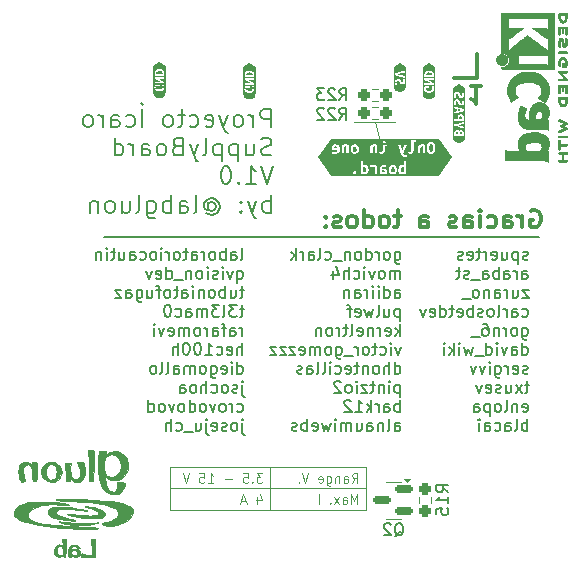
<source format=gbo>
%TF.GenerationSoftware,KiCad,Pcbnew,9.0.0-9.0.0-2~ubuntu24.04.1*%
%TF.CreationDate,2025-02-26T14:58:08+01:00*%
%TF.ProjectId,SupplyBoard,53757070-6c79-4426-9f61-72642e6b6963,rev?*%
%TF.SameCoordinates,Original*%
%TF.FileFunction,Legend,Bot*%
%TF.FilePolarity,Positive*%
%FSLAX46Y46*%
G04 Gerber Fmt 4.6, Leading zero omitted, Abs format (unit mm)*
G04 Created by KiCad (PCBNEW 9.0.0-9.0.0-2~ubuntu24.04.1) date 2025-02-26 14:58:08*
%MOMM*%
%LPD*%
G01*
G04 APERTURE LIST*
G04 Aperture macros list*
%AMRoundRect*
0 Rectangle with rounded corners*
0 $1 Rounding radius*
0 $2 $3 $4 $5 $6 $7 $8 $9 X,Y pos of 4 corners*
0 Add a 4 corners polygon primitive as box body*
4,1,4,$2,$3,$4,$5,$6,$7,$8,$9,$2,$3,0*
0 Add four circle primitives for the rounded corners*
1,1,$1+$1,$2,$3*
1,1,$1+$1,$4,$5*
1,1,$1+$1,$6,$7*
1,1,$1+$1,$8,$9*
0 Add four rect primitives between the rounded corners*
20,1,$1+$1,$2,$3,$4,$5,0*
20,1,$1+$1,$4,$5,$6,$7,0*
20,1,$1+$1,$6,$7,$8,$9,0*
20,1,$1+$1,$8,$9,$2,$3,0*%
G04 Aperture macros list end*
%ADD10C,0.100000*%
%ADD11C,0.200000*%
%ADD12C,0.150000*%
%ADD13C,0.300000*%
%ADD14C,0.000000*%
%ADD15C,0.120000*%
%ADD16C,0.010000*%
%ADD17C,3.200000*%
%ADD18R,1.350000X1.350000*%
%ADD19O,1.350000X1.350000*%
%ADD20R,1.700000X1.700000*%
%ADD21O,1.700000X1.700000*%
%ADD22R,3.800000X3.800000*%
%ADD23C,4.000000*%
%ADD24RoundRect,0.237500X-0.237500X0.250000X-0.237500X-0.250000X0.237500X-0.250000X0.237500X0.250000X0*%
%ADD25R,1.500000X4.000000*%
%ADD26RoundRect,0.237500X-0.250000X-0.237500X0.250000X-0.237500X0.250000X0.237500X-0.250000X0.237500X0*%
%ADD27RoundRect,0.150000X0.587500X0.150000X-0.587500X0.150000X-0.587500X-0.150000X0.587500X-0.150000X0*%
G04 APERTURE END LIST*
D10*
X184213500Y-60706000D02*
X184685286Y-62315244D01*
D11*
X198120000Y-70485000D02*
X161290000Y-70485000D01*
D10*
X182499000Y-60706000D02*
X185928000Y-60706000D01*
D12*
X197195839Y-72327704D02*
X197100601Y-72375323D01*
X197100601Y-72375323D02*
X196910125Y-72375323D01*
X196910125Y-72375323D02*
X196814887Y-72327704D01*
X196814887Y-72327704D02*
X196767268Y-72232465D01*
X196767268Y-72232465D02*
X196767268Y-72184846D01*
X196767268Y-72184846D02*
X196814887Y-72089608D01*
X196814887Y-72089608D02*
X196910125Y-72041989D01*
X196910125Y-72041989D02*
X197052982Y-72041989D01*
X197052982Y-72041989D02*
X197148220Y-71994370D01*
X197148220Y-71994370D02*
X197195839Y-71899132D01*
X197195839Y-71899132D02*
X197195839Y-71851513D01*
X197195839Y-71851513D02*
X197148220Y-71756275D01*
X197148220Y-71756275D02*
X197052982Y-71708656D01*
X197052982Y-71708656D02*
X196910125Y-71708656D01*
X196910125Y-71708656D02*
X196814887Y-71756275D01*
X196338696Y-71708656D02*
X196338696Y-72708656D01*
X196338696Y-71756275D02*
X196243458Y-71708656D01*
X196243458Y-71708656D02*
X196052982Y-71708656D01*
X196052982Y-71708656D02*
X195957744Y-71756275D01*
X195957744Y-71756275D02*
X195910125Y-71803894D01*
X195910125Y-71803894D02*
X195862506Y-71899132D01*
X195862506Y-71899132D02*
X195862506Y-72184846D01*
X195862506Y-72184846D02*
X195910125Y-72280084D01*
X195910125Y-72280084D02*
X195957744Y-72327704D01*
X195957744Y-72327704D02*
X196052982Y-72375323D01*
X196052982Y-72375323D02*
X196243458Y-72375323D01*
X196243458Y-72375323D02*
X196338696Y-72327704D01*
X195005363Y-71708656D02*
X195005363Y-72375323D01*
X195433934Y-71708656D02*
X195433934Y-72232465D01*
X195433934Y-72232465D02*
X195386315Y-72327704D01*
X195386315Y-72327704D02*
X195291077Y-72375323D01*
X195291077Y-72375323D02*
X195148220Y-72375323D01*
X195148220Y-72375323D02*
X195052982Y-72327704D01*
X195052982Y-72327704D02*
X195005363Y-72280084D01*
X194148220Y-72327704D02*
X194243458Y-72375323D01*
X194243458Y-72375323D02*
X194433934Y-72375323D01*
X194433934Y-72375323D02*
X194529172Y-72327704D01*
X194529172Y-72327704D02*
X194576791Y-72232465D01*
X194576791Y-72232465D02*
X194576791Y-71851513D01*
X194576791Y-71851513D02*
X194529172Y-71756275D01*
X194529172Y-71756275D02*
X194433934Y-71708656D01*
X194433934Y-71708656D02*
X194243458Y-71708656D01*
X194243458Y-71708656D02*
X194148220Y-71756275D01*
X194148220Y-71756275D02*
X194100601Y-71851513D01*
X194100601Y-71851513D02*
X194100601Y-71946751D01*
X194100601Y-71946751D02*
X194576791Y-72041989D01*
X193672029Y-72375323D02*
X193672029Y-71708656D01*
X193672029Y-71899132D02*
X193624410Y-71803894D01*
X193624410Y-71803894D02*
X193576791Y-71756275D01*
X193576791Y-71756275D02*
X193481553Y-71708656D01*
X193481553Y-71708656D02*
X193386315Y-71708656D01*
X193195838Y-71708656D02*
X192814886Y-71708656D01*
X193052981Y-71375323D02*
X193052981Y-72232465D01*
X193052981Y-72232465D02*
X193005362Y-72327704D01*
X193005362Y-72327704D02*
X192910124Y-72375323D01*
X192910124Y-72375323D02*
X192814886Y-72375323D01*
X192100600Y-72327704D02*
X192195838Y-72375323D01*
X192195838Y-72375323D02*
X192386314Y-72375323D01*
X192386314Y-72375323D02*
X192481552Y-72327704D01*
X192481552Y-72327704D02*
X192529171Y-72232465D01*
X192529171Y-72232465D02*
X192529171Y-71851513D01*
X192529171Y-71851513D02*
X192481552Y-71756275D01*
X192481552Y-71756275D02*
X192386314Y-71708656D01*
X192386314Y-71708656D02*
X192195838Y-71708656D01*
X192195838Y-71708656D02*
X192100600Y-71756275D01*
X192100600Y-71756275D02*
X192052981Y-71851513D01*
X192052981Y-71851513D02*
X192052981Y-71946751D01*
X192052981Y-71946751D02*
X192529171Y-72041989D01*
X191672028Y-72327704D02*
X191576790Y-72375323D01*
X191576790Y-72375323D02*
X191386314Y-72375323D01*
X191386314Y-72375323D02*
X191291076Y-72327704D01*
X191291076Y-72327704D02*
X191243457Y-72232465D01*
X191243457Y-72232465D02*
X191243457Y-72184846D01*
X191243457Y-72184846D02*
X191291076Y-72089608D01*
X191291076Y-72089608D02*
X191386314Y-72041989D01*
X191386314Y-72041989D02*
X191529171Y-72041989D01*
X191529171Y-72041989D02*
X191624409Y-71994370D01*
X191624409Y-71994370D02*
X191672028Y-71899132D01*
X191672028Y-71899132D02*
X191672028Y-71851513D01*
X191672028Y-71851513D02*
X191624409Y-71756275D01*
X191624409Y-71756275D02*
X191529171Y-71708656D01*
X191529171Y-71708656D02*
X191386314Y-71708656D01*
X191386314Y-71708656D02*
X191291076Y-71756275D01*
X196719649Y-73985267D02*
X196719649Y-73461457D01*
X196719649Y-73461457D02*
X196767268Y-73366219D01*
X196767268Y-73366219D02*
X196862506Y-73318600D01*
X196862506Y-73318600D02*
X197052982Y-73318600D01*
X197052982Y-73318600D02*
X197148220Y-73366219D01*
X196719649Y-73937648D02*
X196814887Y-73985267D01*
X196814887Y-73985267D02*
X197052982Y-73985267D01*
X197052982Y-73985267D02*
X197148220Y-73937648D01*
X197148220Y-73937648D02*
X197195839Y-73842409D01*
X197195839Y-73842409D02*
X197195839Y-73747171D01*
X197195839Y-73747171D02*
X197148220Y-73651933D01*
X197148220Y-73651933D02*
X197052982Y-73604314D01*
X197052982Y-73604314D02*
X196814887Y-73604314D01*
X196814887Y-73604314D02*
X196719649Y-73556695D01*
X196243458Y-73985267D02*
X196243458Y-73318600D01*
X196243458Y-73509076D02*
X196195839Y-73413838D01*
X196195839Y-73413838D02*
X196148220Y-73366219D01*
X196148220Y-73366219D02*
X196052982Y-73318600D01*
X196052982Y-73318600D02*
X195957744Y-73318600D01*
X195195839Y-73985267D02*
X195195839Y-73461457D01*
X195195839Y-73461457D02*
X195243458Y-73366219D01*
X195243458Y-73366219D02*
X195338696Y-73318600D01*
X195338696Y-73318600D02*
X195529172Y-73318600D01*
X195529172Y-73318600D02*
X195624410Y-73366219D01*
X195195839Y-73937648D02*
X195291077Y-73985267D01*
X195291077Y-73985267D02*
X195529172Y-73985267D01*
X195529172Y-73985267D02*
X195624410Y-73937648D01*
X195624410Y-73937648D02*
X195672029Y-73842409D01*
X195672029Y-73842409D02*
X195672029Y-73747171D01*
X195672029Y-73747171D02*
X195624410Y-73651933D01*
X195624410Y-73651933D02*
X195529172Y-73604314D01*
X195529172Y-73604314D02*
X195291077Y-73604314D01*
X195291077Y-73604314D02*
X195195839Y-73556695D01*
X194719648Y-73985267D02*
X194719648Y-72985267D01*
X194719648Y-73366219D02*
X194624410Y-73318600D01*
X194624410Y-73318600D02*
X194433934Y-73318600D01*
X194433934Y-73318600D02*
X194338696Y-73366219D01*
X194338696Y-73366219D02*
X194291077Y-73413838D01*
X194291077Y-73413838D02*
X194243458Y-73509076D01*
X194243458Y-73509076D02*
X194243458Y-73794790D01*
X194243458Y-73794790D02*
X194291077Y-73890028D01*
X194291077Y-73890028D02*
X194338696Y-73937648D01*
X194338696Y-73937648D02*
X194433934Y-73985267D01*
X194433934Y-73985267D02*
X194624410Y-73985267D01*
X194624410Y-73985267D02*
X194719648Y-73937648D01*
X193386315Y-73985267D02*
X193386315Y-73461457D01*
X193386315Y-73461457D02*
X193433934Y-73366219D01*
X193433934Y-73366219D02*
X193529172Y-73318600D01*
X193529172Y-73318600D02*
X193719648Y-73318600D01*
X193719648Y-73318600D02*
X193814886Y-73366219D01*
X193386315Y-73937648D02*
X193481553Y-73985267D01*
X193481553Y-73985267D02*
X193719648Y-73985267D01*
X193719648Y-73985267D02*
X193814886Y-73937648D01*
X193814886Y-73937648D02*
X193862505Y-73842409D01*
X193862505Y-73842409D02*
X193862505Y-73747171D01*
X193862505Y-73747171D02*
X193814886Y-73651933D01*
X193814886Y-73651933D02*
X193719648Y-73604314D01*
X193719648Y-73604314D02*
X193481553Y-73604314D01*
X193481553Y-73604314D02*
X193386315Y-73556695D01*
X193148220Y-74080505D02*
X192386315Y-74080505D01*
X192195838Y-73937648D02*
X192100600Y-73985267D01*
X192100600Y-73985267D02*
X191910124Y-73985267D01*
X191910124Y-73985267D02*
X191814886Y-73937648D01*
X191814886Y-73937648D02*
X191767267Y-73842409D01*
X191767267Y-73842409D02*
X191767267Y-73794790D01*
X191767267Y-73794790D02*
X191814886Y-73699552D01*
X191814886Y-73699552D02*
X191910124Y-73651933D01*
X191910124Y-73651933D02*
X192052981Y-73651933D01*
X192052981Y-73651933D02*
X192148219Y-73604314D01*
X192148219Y-73604314D02*
X192195838Y-73509076D01*
X192195838Y-73509076D02*
X192195838Y-73461457D01*
X192195838Y-73461457D02*
X192148219Y-73366219D01*
X192148219Y-73366219D02*
X192052981Y-73318600D01*
X192052981Y-73318600D02*
X191910124Y-73318600D01*
X191910124Y-73318600D02*
X191814886Y-73366219D01*
X191481552Y-73318600D02*
X191100600Y-73318600D01*
X191338695Y-72985267D02*
X191338695Y-73842409D01*
X191338695Y-73842409D02*
X191291076Y-73937648D01*
X191291076Y-73937648D02*
X191195838Y-73985267D01*
X191195838Y-73985267D02*
X191100600Y-73985267D01*
X197243458Y-74928544D02*
X196719649Y-74928544D01*
X196719649Y-74928544D02*
X197243458Y-75595211D01*
X197243458Y-75595211D02*
X196719649Y-75595211D01*
X195910125Y-74928544D02*
X195910125Y-75595211D01*
X196338696Y-74928544D02*
X196338696Y-75452353D01*
X196338696Y-75452353D02*
X196291077Y-75547592D01*
X196291077Y-75547592D02*
X196195839Y-75595211D01*
X196195839Y-75595211D02*
X196052982Y-75595211D01*
X196052982Y-75595211D02*
X195957744Y-75547592D01*
X195957744Y-75547592D02*
X195910125Y-75499972D01*
X195433934Y-75595211D02*
X195433934Y-74928544D01*
X195433934Y-75119020D02*
X195386315Y-75023782D01*
X195386315Y-75023782D02*
X195338696Y-74976163D01*
X195338696Y-74976163D02*
X195243458Y-74928544D01*
X195243458Y-74928544D02*
X195148220Y-74928544D01*
X194386315Y-75595211D02*
X194386315Y-75071401D01*
X194386315Y-75071401D02*
X194433934Y-74976163D01*
X194433934Y-74976163D02*
X194529172Y-74928544D01*
X194529172Y-74928544D02*
X194719648Y-74928544D01*
X194719648Y-74928544D02*
X194814886Y-74976163D01*
X194386315Y-75547592D02*
X194481553Y-75595211D01*
X194481553Y-75595211D02*
X194719648Y-75595211D01*
X194719648Y-75595211D02*
X194814886Y-75547592D01*
X194814886Y-75547592D02*
X194862505Y-75452353D01*
X194862505Y-75452353D02*
X194862505Y-75357115D01*
X194862505Y-75357115D02*
X194814886Y-75261877D01*
X194814886Y-75261877D02*
X194719648Y-75214258D01*
X194719648Y-75214258D02*
X194481553Y-75214258D01*
X194481553Y-75214258D02*
X194386315Y-75166639D01*
X193910124Y-74928544D02*
X193910124Y-75595211D01*
X193910124Y-75023782D02*
X193862505Y-74976163D01*
X193862505Y-74976163D02*
X193767267Y-74928544D01*
X193767267Y-74928544D02*
X193624410Y-74928544D01*
X193624410Y-74928544D02*
X193529172Y-74976163D01*
X193529172Y-74976163D02*
X193481553Y-75071401D01*
X193481553Y-75071401D02*
X193481553Y-75595211D01*
X192862505Y-75595211D02*
X192957743Y-75547592D01*
X192957743Y-75547592D02*
X193005362Y-75499972D01*
X193005362Y-75499972D02*
X193052981Y-75404734D01*
X193052981Y-75404734D02*
X193052981Y-75119020D01*
X193052981Y-75119020D02*
X193005362Y-75023782D01*
X193005362Y-75023782D02*
X192957743Y-74976163D01*
X192957743Y-74976163D02*
X192862505Y-74928544D01*
X192862505Y-74928544D02*
X192719648Y-74928544D01*
X192719648Y-74928544D02*
X192624410Y-74976163D01*
X192624410Y-74976163D02*
X192576791Y-75023782D01*
X192576791Y-75023782D02*
X192529172Y-75119020D01*
X192529172Y-75119020D02*
X192529172Y-75404734D01*
X192529172Y-75404734D02*
X192576791Y-75499972D01*
X192576791Y-75499972D02*
X192624410Y-75547592D01*
X192624410Y-75547592D02*
X192719648Y-75595211D01*
X192719648Y-75595211D02*
X192862505Y-75595211D01*
X192338696Y-75690449D02*
X191576791Y-75690449D01*
X196719649Y-77157536D02*
X196814887Y-77205155D01*
X196814887Y-77205155D02*
X197005363Y-77205155D01*
X197005363Y-77205155D02*
X197100601Y-77157536D01*
X197100601Y-77157536D02*
X197148220Y-77109916D01*
X197148220Y-77109916D02*
X197195839Y-77014678D01*
X197195839Y-77014678D02*
X197195839Y-76728964D01*
X197195839Y-76728964D02*
X197148220Y-76633726D01*
X197148220Y-76633726D02*
X197100601Y-76586107D01*
X197100601Y-76586107D02*
X197005363Y-76538488D01*
X197005363Y-76538488D02*
X196814887Y-76538488D01*
X196814887Y-76538488D02*
X196719649Y-76586107D01*
X195862506Y-77205155D02*
X195862506Y-76681345D01*
X195862506Y-76681345D02*
X195910125Y-76586107D01*
X195910125Y-76586107D02*
X196005363Y-76538488D01*
X196005363Y-76538488D02*
X196195839Y-76538488D01*
X196195839Y-76538488D02*
X196291077Y-76586107D01*
X195862506Y-77157536D02*
X195957744Y-77205155D01*
X195957744Y-77205155D02*
X196195839Y-77205155D01*
X196195839Y-77205155D02*
X196291077Y-77157536D01*
X196291077Y-77157536D02*
X196338696Y-77062297D01*
X196338696Y-77062297D02*
X196338696Y-76967059D01*
X196338696Y-76967059D02*
X196291077Y-76871821D01*
X196291077Y-76871821D02*
X196195839Y-76824202D01*
X196195839Y-76824202D02*
X195957744Y-76824202D01*
X195957744Y-76824202D02*
X195862506Y-76776583D01*
X195386315Y-77205155D02*
X195386315Y-76538488D01*
X195386315Y-76728964D02*
X195338696Y-76633726D01*
X195338696Y-76633726D02*
X195291077Y-76586107D01*
X195291077Y-76586107D02*
X195195839Y-76538488D01*
X195195839Y-76538488D02*
X195100601Y-76538488D01*
X194624410Y-77205155D02*
X194719648Y-77157536D01*
X194719648Y-77157536D02*
X194767267Y-77062297D01*
X194767267Y-77062297D02*
X194767267Y-76205155D01*
X194100600Y-77205155D02*
X194195838Y-77157536D01*
X194195838Y-77157536D02*
X194243457Y-77109916D01*
X194243457Y-77109916D02*
X194291076Y-77014678D01*
X194291076Y-77014678D02*
X194291076Y-76728964D01*
X194291076Y-76728964D02*
X194243457Y-76633726D01*
X194243457Y-76633726D02*
X194195838Y-76586107D01*
X194195838Y-76586107D02*
X194100600Y-76538488D01*
X194100600Y-76538488D02*
X193957743Y-76538488D01*
X193957743Y-76538488D02*
X193862505Y-76586107D01*
X193862505Y-76586107D02*
X193814886Y-76633726D01*
X193814886Y-76633726D02*
X193767267Y-76728964D01*
X193767267Y-76728964D02*
X193767267Y-77014678D01*
X193767267Y-77014678D02*
X193814886Y-77109916D01*
X193814886Y-77109916D02*
X193862505Y-77157536D01*
X193862505Y-77157536D02*
X193957743Y-77205155D01*
X193957743Y-77205155D02*
X194100600Y-77205155D01*
X193386314Y-77157536D02*
X193291076Y-77205155D01*
X193291076Y-77205155D02*
X193100600Y-77205155D01*
X193100600Y-77205155D02*
X193005362Y-77157536D01*
X193005362Y-77157536D02*
X192957743Y-77062297D01*
X192957743Y-77062297D02*
X192957743Y-77014678D01*
X192957743Y-77014678D02*
X193005362Y-76919440D01*
X193005362Y-76919440D02*
X193100600Y-76871821D01*
X193100600Y-76871821D02*
X193243457Y-76871821D01*
X193243457Y-76871821D02*
X193338695Y-76824202D01*
X193338695Y-76824202D02*
X193386314Y-76728964D01*
X193386314Y-76728964D02*
X193386314Y-76681345D01*
X193386314Y-76681345D02*
X193338695Y-76586107D01*
X193338695Y-76586107D02*
X193243457Y-76538488D01*
X193243457Y-76538488D02*
X193100600Y-76538488D01*
X193100600Y-76538488D02*
X193005362Y-76586107D01*
X192529171Y-77205155D02*
X192529171Y-76205155D01*
X192529171Y-76586107D02*
X192433933Y-76538488D01*
X192433933Y-76538488D02*
X192243457Y-76538488D01*
X192243457Y-76538488D02*
X192148219Y-76586107D01*
X192148219Y-76586107D02*
X192100600Y-76633726D01*
X192100600Y-76633726D02*
X192052981Y-76728964D01*
X192052981Y-76728964D02*
X192052981Y-77014678D01*
X192052981Y-77014678D02*
X192100600Y-77109916D01*
X192100600Y-77109916D02*
X192148219Y-77157536D01*
X192148219Y-77157536D02*
X192243457Y-77205155D01*
X192243457Y-77205155D02*
X192433933Y-77205155D01*
X192433933Y-77205155D02*
X192529171Y-77157536D01*
X191243457Y-77157536D02*
X191338695Y-77205155D01*
X191338695Y-77205155D02*
X191529171Y-77205155D01*
X191529171Y-77205155D02*
X191624409Y-77157536D01*
X191624409Y-77157536D02*
X191672028Y-77062297D01*
X191672028Y-77062297D02*
X191672028Y-76681345D01*
X191672028Y-76681345D02*
X191624409Y-76586107D01*
X191624409Y-76586107D02*
X191529171Y-76538488D01*
X191529171Y-76538488D02*
X191338695Y-76538488D01*
X191338695Y-76538488D02*
X191243457Y-76586107D01*
X191243457Y-76586107D02*
X191195838Y-76681345D01*
X191195838Y-76681345D02*
X191195838Y-76776583D01*
X191195838Y-76776583D02*
X191672028Y-76871821D01*
X190910123Y-76538488D02*
X190529171Y-76538488D01*
X190767266Y-76205155D02*
X190767266Y-77062297D01*
X190767266Y-77062297D02*
X190719647Y-77157536D01*
X190719647Y-77157536D02*
X190624409Y-77205155D01*
X190624409Y-77205155D02*
X190529171Y-77205155D01*
X189767266Y-77205155D02*
X189767266Y-76205155D01*
X189767266Y-77157536D02*
X189862504Y-77205155D01*
X189862504Y-77205155D02*
X190052980Y-77205155D01*
X190052980Y-77205155D02*
X190148218Y-77157536D01*
X190148218Y-77157536D02*
X190195837Y-77109916D01*
X190195837Y-77109916D02*
X190243456Y-77014678D01*
X190243456Y-77014678D02*
X190243456Y-76728964D01*
X190243456Y-76728964D02*
X190195837Y-76633726D01*
X190195837Y-76633726D02*
X190148218Y-76586107D01*
X190148218Y-76586107D02*
X190052980Y-76538488D01*
X190052980Y-76538488D02*
X189862504Y-76538488D01*
X189862504Y-76538488D02*
X189767266Y-76586107D01*
X188910123Y-77157536D02*
X189005361Y-77205155D01*
X189005361Y-77205155D02*
X189195837Y-77205155D01*
X189195837Y-77205155D02*
X189291075Y-77157536D01*
X189291075Y-77157536D02*
X189338694Y-77062297D01*
X189338694Y-77062297D02*
X189338694Y-76681345D01*
X189338694Y-76681345D02*
X189291075Y-76586107D01*
X189291075Y-76586107D02*
X189195837Y-76538488D01*
X189195837Y-76538488D02*
X189005361Y-76538488D01*
X189005361Y-76538488D02*
X188910123Y-76586107D01*
X188910123Y-76586107D02*
X188862504Y-76681345D01*
X188862504Y-76681345D02*
X188862504Y-76776583D01*
X188862504Y-76776583D02*
X189338694Y-76871821D01*
X188529170Y-76538488D02*
X188291075Y-77205155D01*
X188291075Y-77205155D02*
X188052980Y-76538488D01*
X196719649Y-78148432D02*
X196719649Y-78957956D01*
X196719649Y-78957956D02*
X196767268Y-79053194D01*
X196767268Y-79053194D02*
X196814887Y-79100813D01*
X196814887Y-79100813D02*
X196910125Y-79148432D01*
X196910125Y-79148432D02*
X197052982Y-79148432D01*
X197052982Y-79148432D02*
X197148220Y-79100813D01*
X196719649Y-78767480D02*
X196814887Y-78815099D01*
X196814887Y-78815099D02*
X197005363Y-78815099D01*
X197005363Y-78815099D02*
X197100601Y-78767480D01*
X197100601Y-78767480D02*
X197148220Y-78719860D01*
X197148220Y-78719860D02*
X197195839Y-78624622D01*
X197195839Y-78624622D02*
X197195839Y-78338908D01*
X197195839Y-78338908D02*
X197148220Y-78243670D01*
X197148220Y-78243670D02*
X197100601Y-78196051D01*
X197100601Y-78196051D02*
X197005363Y-78148432D01*
X197005363Y-78148432D02*
X196814887Y-78148432D01*
X196814887Y-78148432D02*
X196719649Y-78196051D01*
X196100601Y-78815099D02*
X196195839Y-78767480D01*
X196195839Y-78767480D02*
X196243458Y-78719860D01*
X196243458Y-78719860D02*
X196291077Y-78624622D01*
X196291077Y-78624622D02*
X196291077Y-78338908D01*
X196291077Y-78338908D02*
X196243458Y-78243670D01*
X196243458Y-78243670D02*
X196195839Y-78196051D01*
X196195839Y-78196051D02*
X196100601Y-78148432D01*
X196100601Y-78148432D02*
X195957744Y-78148432D01*
X195957744Y-78148432D02*
X195862506Y-78196051D01*
X195862506Y-78196051D02*
X195814887Y-78243670D01*
X195814887Y-78243670D02*
X195767268Y-78338908D01*
X195767268Y-78338908D02*
X195767268Y-78624622D01*
X195767268Y-78624622D02*
X195814887Y-78719860D01*
X195814887Y-78719860D02*
X195862506Y-78767480D01*
X195862506Y-78767480D02*
X195957744Y-78815099D01*
X195957744Y-78815099D02*
X196100601Y-78815099D01*
X195338696Y-78815099D02*
X195338696Y-78148432D01*
X195338696Y-78338908D02*
X195291077Y-78243670D01*
X195291077Y-78243670D02*
X195243458Y-78196051D01*
X195243458Y-78196051D02*
X195148220Y-78148432D01*
X195148220Y-78148432D02*
X195052982Y-78148432D01*
X194719648Y-78148432D02*
X194719648Y-78815099D01*
X194719648Y-78243670D02*
X194672029Y-78196051D01*
X194672029Y-78196051D02*
X194576791Y-78148432D01*
X194576791Y-78148432D02*
X194433934Y-78148432D01*
X194433934Y-78148432D02*
X194338696Y-78196051D01*
X194338696Y-78196051D02*
X194291077Y-78291289D01*
X194291077Y-78291289D02*
X194291077Y-78815099D01*
X193386315Y-77815099D02*
X193576791Y-77815099D01*
X193576791Y-77815099D02*
X193672029Y-77862718D01*
X193672029Y-77862718D02*
X193719648Y-77910337D01*
X193719648Y-77910337D02*
X193814886Y-78053194D01*
X193814886Y-78053194D02*
X193862505Y-78243670D01*
X193862505Y-78243670D02*
X193862505Y-78624622D01*
X193862505Y-78624622D02*
X193814886Y-78719860D01*
X193814886Y-78719860D02*
X193767267Y-78767480D01*
X193767267Y-78767480D02*
X193672029Y-78815099D01*
X193672029Y-78815099D02*
X193481553Y-78815099D01*
X193481553Y-78815099D02*
X193386315Y-78767480D01*
X193386315Y-78767480D02*
X193338696Y-78719860D01*
X193338696Y-78719860D02*
X193291077Y-78624622D01*
X193291077Y-78624622D02*
X193291077Y-78386527D01*
X193291077Y-78386527D02*
X193338696Y-78291289D01*
X193338696Y-78291289D02*
X193386315Y-78243670D01*
X193386315Y-78243670D02*
X193481553Y-78196051D01*
X193481553Y-78196051D02*
X193672029Y-78196051D01*
X193672029Y-78196051D02*
X193767267Y-78243670D01*
X193767267Y-78243670D02*
X193814886Y-78291289D01*
X193814886Y-78291289D02*
X193862505Y-78386527D01*
X193100601Y-78910337D02*
X192338696Y-78910337D01*
X196719649Y-80425043D02*
X196719649Y-79425043D01*
X196719649Y-80377424D02*
X196814887Y-80425043D01*
X196814887Y-80425043D02*
X197005363Y-80425043D01*
X197005363Y-80425043D02*
X197100601Y-80377424D01*
X197100601Y-80377424D02*
X197148220Y-80329804D01*
X197148220Y-80329804D02*
X197195839Y-80234566D01*
X197195839Y-80234566D02*
X197195839Y-79948852D01*
X197195839Y-79948852D02*
X197148220Y-79853614D01*
X197148220Y-79853614D02*
X197100601Y-79805995D01*
X197100601Y-79805995D02*
X197005363Y-79758376D01*
X197005363Y-79758376D02*
X196814887Y-79758376D01*
X196814887Y-79758376D02*
X196719649Y-79805995D01*
X195814887Y-80425043D02*
X195814887Y-79901233D01*
X195814887Y-79901233D02*
X195862506Y-79805995D01*
X195862506Y-79805995D02*
X195957744Y-79758376D01*
X195957744Y-79758376D02*
X196148220Y-79758376D01*
X196148220Y-79758376D02*
X196243458Y-79805995D01*
X195814887Y-80377424D02*
X195910125Y-80425043D01*
X195910125Y-80425043D02*
X196148220Y-80425043D01*
X196148220Y-80425043D02*
X196243458Y-80377424D01*
X196243458Y-80377424D02*
X196291077Y-80282185D01*
X196291077Y-80282185D02*
X196291077Y-80186947D01*
X196291077Y-80186947D02*
X196243458Y-80091709D01*
X196243458Y-80091709D02*
X196148220Y-80044090D01*
X196148220Y-80044090D02*
X195910125Y-80044090D01*
X195910125Y-80044090D02*
X195814887Y-79996471D01*
X195433934Y-79758376D02*
X195195839Y-80425043D01*
X195195839Y-80425043D02*
X194957744Y-79758376D01*
X194576791Y-80425043D02*
X194576791Y-79758376D01*
X194576791Y-79425043D02*
X194624410Y-79472662D01*
X194624410Y-79472662D02*
X194576791Y-79520281D01*
X194576791Y-79520281D02*
X194529172Y-79472662D01*
X194529172Y-79472662D02*
X194576791Y-79425043D01*
X194576791Y-79425043D02*
X194576791Y-79520281D01*
X193672030Y-80425043D02*
X193672030Y-79425043D01*
X193672030Y-80377424D02*
X193767268Y-80425043D01*
X193767268Y-80425043D02*
X193957744Y-80425043D01*
X193957744Y-80425043D02*
X194052982Y-80377424D01*
X194052982Y-80377424D02*
X194100601Y-80329804D01*
X194100601Y-80329804D02*
X194148220Y-80234566D01*
X194148220Y-80234566D02*
X194148220Y-79948852D01*
X194148220Y-79948852D02*
X194100601Y-79853614D01*
X194100601Y-79853614D02*
X194052982Y-79805995D01*
X194052982Y-79805995D02*
X193957744Y-79758376D01*
X193957744Y-79758376D02*
X193767268Y-79758376D01*
X193767268Y-79758376D02*
X193672030Y-79805995D01*
X193433935Y-80520281D02*
X192672030Y-80520281D01*
X192529172Y-79758376D02*
X192338696Y-80425043D01*
X192338696Y-80425043D02*
X192148220Y-79948852D01*
X192148220Y-79948852D02*
X191957744Y-80425043D01*
X191957744Y-80425043D02*
X191767268Y-79758376D01*
X191386315Y-80425043D02*
X191386315Y-79758376D01*
X191386315Y-79425043D02*
X191433934Y-79472662D01*
X191433934Y-79472662D02*
X191386315Y-79520281D01*
X191386315Y-79520281D02*
X191338696Y-79472662D01*
X191338696Y-79472662D02*
X191386315Y-79425043D01*
X191386315Y-79425043D02*
X191386315Y-79520281D01*
X190910125Y-80425043D02*
X190910125Y-79425043D01*
X190814887Y-80044090D02*
X190529173Y-80425043D01*
X190529173Y-79758376D02*
X190910125Y-80139328D01*
X190100601Y-80425043D02*
X190100601Y-79758376D01*
X190100601Y-79425043D02*
X190148220Y-79472662D01*
X190148220Y-79472662D02*
X190100601Y-79520281D01*
X190100601Y-79520281D02*
X190052982Y-79472662D01*
X190052982Y-79472662D02*
X190100601Y-79425043D01*
X190100601Y-79425043D02*
X190100601Y-79520281D01*
X197195839Y-81987368D02*
X197100601Y-82034987D01*
X197100601Y-82034987D02*
X196910125Y-82034987D01*
X196910125Y-82034987D02*
X196814887Y-81987368D01*
X196814887Y-81987368D02*
X196767268Y-81892129D01*
X196767268Y-81892129D02*
X196767268Y-81844510D01*
X196767268Y-81844510D02*
X196814887Y-81749272D01*
X196814887Y-81749272D02*
X196910125Y-81701653D01*
X196910125Y-81701653D02*
X197052982Y-81701653D01*
X197052982Y-81701653D02*
X197148220Y-81654034D01*
X197148220Y-81654034D02*
X197195839Y-81558796D01*
X197195839Y-81558796D02*
X197195839Y-81511177D01*
X197195839Y-81511177D02*
X197148220Y-81415939D01*
X197148220Y-81415939D02*
X197052982Y-81368320D01*
X197052982Y-81368320D02*
X196910125Y-81368320D01*
X196910125Y-81368320D02*
X196814887Y-81415939D01*
X195957744Y-81987368D02*
X196052982Y-82034987D01*
X196052982Y-82034987D02*
X196243458Y-82034987D01*
X196243458Y-82034987D02*
X196338696Y-81987368D01*
X196338696Y-81987368D02*
X196386315Y-81892129D01*
X196386315Y-81892129D02*
X196386315Y-81511177D01*
X196386315Y-81511177D02*
X196338696Y-81415939D01*
X196338696Y-81415939D02*
X196243458Y-81368320D01*
X196243458Y-81368320D02*
X196052982Y-81368320D01*
X196052982Y-81368320D02*
X195957744Y-81415939D01*
X195957744Y-81415939D02*
X195910125Y-81511177D01*
X195910125Y-81511177D02*
X195910125Y-81606415D01*
X195910125Y-81606415D02*
X196386315Y-81701653D01*
X195481553Y-82034987D02*
X195481553Y-81368320D01*
X195481553Y-81558796D02*
X195433934Y-81463558D01*
X195433934Y-81463558D02*
X195386315Y-81415939D01*
X195386315Y-81415939D02*
X195291077Y-81368320D01*
X195291077Y-81368320D02*
X195195839Y-81368320D01*
X194433934Y-81368320D02*
X194433934Y-82177844D01*
X194433934Y-82177844D02*
X194481553Y-82273082D01*
X194481553Y-82273082D02*
X194529172Y-82320701D01*
X194529172Y-82320701D02*
X194624410Y-82368320D01*
X194624410Y-82368320D02*
X194767267Y-82368320D01*
X194767267Y-82368320D02*
X194862505Y-82320701D01*
X194433934Y-81987368D02*
X194529172Y-82034987D01*
X194529172Y-82034987D02*
X194719648Y-82034987D01*
X194719648Y-82034987D02*
X194814886Y-81987368D01*
X194814886Y-81987368D02*
X194862505Y-81939748D01*
X194862505Y-81939748D02*
X194910124Y-81844510D01*
X194910124Y-81844510D02*
X194910124Y-81558796D01*
X194910124Y-81558796D02*
X194862505Y-81463558D01*
X194862505Y-81463558D02*
X194814886Y-81415939D01*
X194814886Y-81415939D02*
X194719648Y-81368320D01*
X194719648Y-81368320D02*
X194529172Y-81368320D01*
X194529172Y-81368320D02*
X194433934Y-81415939D01*
X193957743Y-82034987D02*
X193957743Y-81368320D01*
X193957743Y-81034987D02*
X194005362Y-81082606D01*
X194005362Y-81082606D02*
X193957743Y-81130225D01*
X193957743Y-81130225D02*
X193910124Y-81082606D01*
X193910124Y-81082606D02*
X193957743Y-81034987D01*
X193957743Y-81034987D02*
X193957743Y-81130225D01*
X193576791Y-81368320D02*
X193338696Y-82034987D01*
X193338696Y-82034987D02*
X193100601Y-81368320D01*
X192814886Y-81368320D02*
X192576791Y-82034987D01*
X192576791Y-82034987D02*
X192338696Y-81368320D01*
X197291077Y-82978264D02*
X196910125Y-82978264D01*
X197148220Y-82644931D02*
X197148220Y-83502073D01*
X197148220Y-83502073D02*
X197100601Y-83597312D01*
X197100601Y-83597312D02*
X197005363Y-83644931D01*
X197005363Y-83644931D02*
X196910125Y-83644931D01*
X196672029Y-83644931D02*
X196148220Y-82978264D01*
X196672029Y-82978264D02*
X196148220Y-83644931D01*
X195338696Y-82978264D02*
X195338696Y-83644931D01*
X195767267Y-82978264D02*
X195767267Y-83502073D01*
X195767267Y-83502073D02*
X195719648Y-83597312D01*
X195719648Y-83597312D02*
X195624410Y-83644931D01*
X195624410Y-83644931D02*
X195481553Y-83644931D01*
X195481553Y-83644931D02*
X195386315Y-83597312D01*
X195386315Y-83597312D02*
X195338696Y-83549692D01*
X194910124Y-83597312D02*
X194814886Y-83644931D01*
X194814886Y-83644931D02*
X194624410Y-83644931D01*
X194624410Y-83644931D02*
X194529172Y-83597312D01*
X194529172Y-83597312D02*
X194481553Y-83502073D01*
X194481553Y-83502073D02*
X194481553Y-83454454D01*
X194481553Y-83454454D02*
X194529172Y-83359216D01*
X194529172Y-83359216D02*
X194624410Y-83311597D01*
X194624410Y-83311597D02*
X194767267Y-83311597D01*
X194767267Y-83311597D02*
X194862505Y-83263978D01*
X194862505Y-83263978D02*
X194910124Y-83168740D01*
X194910124Y-83168740D02*
X194910124Y-83121121D01*
X194910124Y-83121121D02*
X194862505Y-83025883D01*
X194862505Y-83025883D02*
X194767267Y-82978264D01*
X194767267Y-82978264D02*
X194624410Y-82978264D01*
X194624410Y-82978264D02*
X194529172Y-83025883D01*
X193672029Y-83597312D02*
X193767267Y-83644931D01*
X193767267Y-83644931D02*
X193957743Y-83644931D01*
X193957743Y-83644931D02*
X194052981Y-83597312D01*
X194052981Y-83597312D02*
X194100600Y-83502073D01*
X194100600Y-83502073D02*
X194100600Y-83121121D01*
X194100600Y-83121121D02*
X194052981Y-83025883D01*
X194052981Y-83025883D02*
X193957743Y-82978264D01*
X193957743Y-82978264D02*
X193767267Y-82978264D01*
X193767267Y-82978264D02*
X193672029Y-83025883D01*
X193672029Y-83025883D02*
X193624410Y-83121121D01*
X193624410Y-83121121D02*
X193624410Y-83216359D01*
X193624410Y-83216359D02*
X194100600Y-83311597D01*
X193291076Y-82978264D02*
X193052981Y-83644931D01*
X193052981Y-83644931D02*
X192814886Y-82978264D01*
X196767268Y-85207256D02*
X196862506Y-85254875D01*
X196862506Y-85254875D02*
X197052982Y-85254875D01*
X197052982Y-85254875D02*
X197148220Y-85207256D01*
X197148220Y-85207256D02*
X197195839Y-85112017D01*
X197195839Y-85112017D02*
X197195839Y-84731065D01*
X197195839Y-84731065D02*
X197148220Y-84635827D01*
X197148220Y-84635827D02*
X197052982Y-84588208D01*
X197052982Y-84588208D02*
X196862506Y-84588208D01*
X196862506Y-84588208D02*
X196767268Y-84635827D01*
X196767268Y-84635827D02*
X196719649Y-84731065D01*
X196719649Y-84731065D02*
X196719649Y-84826303D01*
X196719649Y-84826303D02*
X197195839Y-84921541D01*
X196291077Y-84588208D02*
X196291077Y-85254875D01*
X196291077Y-84683446D02*
X196243458Y-84635827D01*
X196243458Y-84635827D02*
X196148220Y-84588208D01*
X196148220Y-84588208D02*
X196005363Y-84588208D01*
X196005363Y-84588208D02*
X195910125Y-84635827D01*
X195910125Y-84635827D02*
X195862506Y-84731065D01*
X195862506Y-84731065D02*
X195862506Y-85254875D01*
X195243458Y-85254875D02*
X195338696Y-85207256D01*
X195338696Y-85207256D02*
X195386315Y-85112017D01*
X195386315Y-85112017D02*
X195386315Y-84254875D01*
X194719648Y-85254875D02*
X194814886Y-85207256D01*
X194814886Y-85207256D02*
X194862505Y-85159636D01*
X194862505Y-85159636D02*
X194910124Y-85064398D01*
X194910124Y-85064398D02*
X194910124Y-84778684D01*
X194910124Y-84778684D02*
X194862505Y-84683446D01*
X194862505Y-84683446D02*
X194814886Y-84635827D01*
X194814886Y-84635827D02*
X194719648Y-84588208D01*
X194719648Y-84588208D02*
X194576791Y-84588208D01*
X194576791Y-84588208D02*
X194481553Y-84635827D01*
X194481553Y-84635827D02*
X194433934Y-84683446D01*
X194433934Y-84683446D02*
X194386315Y-84778684D01*
X194386315Y-84778684D02*
X194386315Y-85064398D01*
X194386315Y-85064398D02*
X194433934Y-85159636D01*
X194433934Y-85159636D02*
X194481553Y-85207256D01*
X194481553Y-85207256D02*
X194576791Y-85254875D01*
X194576791Y-85254875D02*
X194719648Y-85254875D01*
X193957743Y-84588208D02*
X193957743Y-85588208D01*
X193957743Y-84635827D02*
X193862505Y-84588208D01*
X193862505Y-84588208D02*
X193672029Y-84588208D01*
X193672029Y-84588208D02*
X193576791Y-84635827D01*
X193576791Y-84635827D02*
X193529172Y-84683446D01*
X193529172Y-84683446D02*
X193481553Y-84778684D01*
X193481553Y-84778684D02*
X193481553Y-85064398D01*
X193481553Y-85064398D02*
X193529172Y-85159636D01*
X193529172Y-85159636D02*
X193576791Y-85207256D01*
X193576791Y-85207256D02*
X193672029Y-85254875D01*
X193672029Y-85254875D02*
X193862505Y-85254875D01*
X193862505Y-85254875D02*
X193957743Y-85207256D01*
X192624410Y-85254875D02*
X192624410Y-84731065D01*
X192624410Y-84731065D02*
X192672029Y-84635827D01*
X192672029Y-84635827D02*
X192767267Y-84588208D01*
X192767267Y-84588208D02*
X192957743Y-84588208D01*
X192957743Y-84588208D02*
X193052981Y-84635827D01*
X192624410Y-85207256D02*
X192719648Y-85254875D01*
X192719648Y-85254875D02*
X192957743Y-85254875D01*
X192957743Y-85254875D02*
X193052981Y-85207256D01*
X193052981Y-85207256D02*
X193100600Y-85112017D01*
X193100600Y-85112017D02*
X193100600Y-85016779D01*
X193100600Y-85016779D02*
X193052981Y-84921541D01*
X193052981Y-84921541D02*
X192957743Y-84873922D01*
X192957743Y-84873922D02*
X192719648Y-84873922D01*
X192719648Y-84873922D02*
X192624410Y-84826303D01*
X197148220Y-86864819D02*
X197148220Y-85864819D01*
X197148220Y-86245771D02*
X197052982Y-86198152D01*
X197052982Y-86198152D02*
X196862506Y-86198152D01*
X196862506Y-86198152D02*
X196767268Y-86245771D01*
X196767268Y-86245771D02*
X196719649Y-86293390D01*
X196719649Y-86293390D02*
X196672030Y-86388628D01*
X196672030Y-86388628D02*
X196672030Y-86674342D01*
X196672030Y-86674342D02*
X196719649Y-86769580D01*
X196719649Y-86769580D02*
X196767268Y-86817200D01*
X196767268Y-86817200D02*
X196862506Y-86864819D01*
X196862506Y-86864819D02*
X197052982Y-86864819D01*
X197052982Y-86864819D02*
X197148220Y-86817200D01*
X196100601Y-86864819D02*
X196195839Y-86817200D01*
X196195839Y-86817200D02*
X196243458Y-86721961D01*
X196243458Y-86721961D02*
X196243458Y-85864819D01*
X195291077Y-86864819D02*
X195291077Y-86341009D01*
X195291077Y-86341009D02*
X195338696Y-86245771D01*
X195338696Y-86245771D02*
X195433934Y-86198152D01*
X195433934Y-86198152D02*
X195624410Y-86198152D01*
X195624410Y-86198152D02*
X195719648Y-86245771D01*
X195291077Y-86817200D02*
X195386315Y-86864819D01*
X195386315Y-86864819D02*
X195624410Y-86864819D01*
X195624410Y-86864819D02*
X195719648Y-86817200D01*
X195719648Y-86817200D02*
X195767267Y-86721961D01*
X195767267Y-86721961D02*
X195767267Y-86626723D01*
X195767267Y-86626723D02*
X195719648Y-86531485D01*
X195719648Y-86531485D02*
X195624410Y-86483866D01*
X195624410Y-86483866D02*
X195386315Y-86483866D01*
X195386315Y-86483866D02*
X195291077Y-86436247D01*
X194386315Y-86817200D02*
X194481553Y-86864819D01*
X194481553Y-86864819D02*
X194672029Y-86864819D01*
X194672029Y-86864819D02*
X194767267Y-86817200D01*
X194767267Y-86817200D02*
X194814886Y-86769580D01*
X194814886Y-86769580D02*
X194862505Y-86674342D01*
X194862505Y-86674342D02*
X194862505Y-86388628D01*
X194862505Y-86388628D02*
X194814886Y-86293390D01*
X194814886Y-86293390D02*
X194767267Y-86245771D01*
X194767267Y-86245771D02*
X194672029Y-86198152D01*
X194672029Y-86198152D02*
X194481553Y-86198152D01*
X194481553Y-86198152D02*
X194386315Y-86245771D01*
X193529172Y-86864819D02*
X193529172Y-86341009D01*
X193529172Y-86341009D02*
X193576791Y-86245771D01*
X193576791Y-86245771D02*
X193672029Y-86198152D01*
X193672029Y-86198152D02*
X193862505Y-86198152D01*
X193862505Y-86198152D02*
X193957743Y-86245771D01*
X193529172Y-86817200D02*
X193624410Y-86864819D01*
X193624410Y-86864819D02*
X193862505Y-86864819D01*
X193862505Y-86864819D02*
X193957743Y-86817200D01*
X193957743Y-86817200D02*
X194005362Y-86721961D01*
X194005362Y-86721961D02*
X194005362Y-86626723D01*
X194005362Y-86626723D02*
X193957743Y-86531485D01*
X193957743Y-86531485D02*
X193862505Y-86483866D01*
X193862505Y-86483866D02*
X193624410Y-86483866D01*
X193624410Y-86483866D02*
X193529172Y-86436247D01*
X193052981Y-86864819D02*
X193052981Y-86198152D01*
X193052981Y-85864819D02*
X193100600Y-85912438D01*
X193100600Y-85912438D02*
X193052981Y-85960057D01*
X193052981Y-85960057D02*
X193005362Y-85912438D01*
X193005362Y-85912438D02*
X193052981Y-85864819D01*
X193052981Y-85864819D02*
X193052981Y-85960057D01*
D11*
X175406279Y-61141280D02*
X175406279Y-59641280D01*
X175406279Y-59641280D02*
X174834850Y-59641280D01*
X174834850Y-59641280D02*
X174691993Y-59712709D01*
X174691993Y-59712709D02*
X174620564Y-59784137D01*
X174620564Y-59784137D02*
X174549136Y-59926994D01*
X174549136Y-59926994D02*
X174549136Y-60141280D01*
X174549136Y-60141280D02*
X174620564Y-60284137D01*
X174620564Y-60284137D02*
X174691993Y-60355566D01*
X174691993Y-60355566D02*
X174834850Y-60426994D01*
X174834850Y-60426994D02*
X175406279Y-60426994D01*
X173906279Y-61141280D02*
X173906279Y-60141280D01*
X173906279Y-60426994D02*
X173834850Y-60284137D01*
X173834850Y-60284137D02*
X173763422Y-60212709D01*
X173763422Y-60212709D02*
X173620564Y-60141280D01*
X173620564Y-60141280D02*
X173477707Y-60141280D01*
X172763422Y-61141280D02*
X172906279Y-61069852D01*
X172906279Y-61069852D02*
X172977708Y-60998423D01*
X172977708Y-60998423D02*
X173049136Y-60855566D01*
X173049136Y-60855566D02*
X173049136Y-60426994D01*
X173049136Y-60426994D02*
X172977708Y-60284137D01*
X172977708Y-60284137D02*
X172906279Y-60212709D01*
X172906279Y-60212709D02*
X172763422Y-60141280D01*
X172763422Y-60141280D02*
X172549136Y-60141280D01*
X172549136Y-60141280D02*
X172406279Y-60212709D01*
X172406279Y-60212709D02*
X172334851Y-60284137D01*
X172334851Y-60284137D02*
X172263422Y-60426994D01*
X172263422Y-60426994D02*
X172263422Y-60855566D01*
X172263422Y-60855566D02*
X172334851Y-60998423D01*
X172334851Y-60998423D02*
X172406279Y-61069852D01*
X172406279Y-61069852D02*
X172549136Y-61141280D01*
X172549136Y-61141280D02*
X172763422Y-61141280D01*
X171763422Y-60141280D02*
X171406279Y-61141280D01*
X171049136Y-60141280D02*
X171406279Y-61141280D01*
X171406279Y-61141280D02*
X171549136Y-61498423D01*
X171549136Y-61498423D02*
X171620565Y-61569852D01*
X171620565Y-61569852D02*
X171763422Y-61641280D01*
X169906279Y-61069852D02*
X170049136Y-61141280D01*
X170049136Y-61141280D02*
X170334851Y-61141280D01*
X170334851Y-61141280D02*
X170477708Y-61069852D01*
X170477708Y-61069852D02*
X170549136Y-60926994D01*
X170549136Y-60926994D02*
X170549136Y-60355566D01*
X170549136Y-60355566D02*
X170477708Y-60212709D01*
X170477708Y-60212709D02*
X170334851Y-60141280D01*
X170334851Y-60141280D02*
X170049136Y-60141280D01*
X170049136Y-60141280D02*
X169906279Y-60212709D01*
X169906279Y-60212709D02*
X169834851Y-60355566D01*
X169834851Y-60355566D02*
X169834851Y-60498423D01*
X169834851Y-60498423D02*
X170549136Y-60641280D01*
X168549137Y-61069852D02*
X168691994Y-61141280D01*
X168691994Y-61141280D02*
X168977708Y-61141280D01*
X168977708Y-61141280D02*
X169120565Y-61069852D01*
X169120565Y-61069852D02*
X169191994Y-60998423D01*
X169191994Y-60998423D02*
X169263422Y-60855566D01*
X169263422Y-60855566D02*
X169263422Y-60426994D01*
X169263422Y-60426994D02*
X169191994Y-60284137D01*
X169191994Y-60284137D02*
X169120565Y-60212709D01*
X169120565Y-60212709D02*
X168977708Y-60141280D01*
X168977708Y-60141280D02*
X168691994Y-60141280D01*
X168691994Y-60141280D02*
X168549137Y-60212709D01*
X168120565Y-60141280D02*
X167549137Y-60141280D01*
X167906280Y-59641280D02*
X167906280Y-60926994D01*
X167906280Y-60926994D02*
X167834851Y-61069852D01*
X167834851Y-61069852D02*
X167691994Y-61141280D01*
X167691994Y-61141280D02*
X167549137Y-61141280D01*
X166834851Y-61141280D02*
X166977708Y-61069852D01*
X166977708Y-61069852D02*
X167049137Y-60998423D01*
X167049137Y-60998423D02*
X167120565Y-60855566D01*
X167120565Y-60855566D02*
X167120565Y-60426994D01*
X167120565Y-60426994D02*
X167049137Y-60284137D01*
X167049137Y-60284137D02*
X166977708Y-60212709D01*
X166977708Y-60212709D02*
X166834851Y-60141280D01*
X166834851Y-60141280D02*
X166620565Y-60141280D01*
X166620565Y-60141280D02*
X166477708Y-60212709D01*
X166477708Y-60212709D02*
X166406280Y-60284137D01*
X166406280Y-60284137D02*
X166334851Y-60426994D01*
X166334851Y-60426994D02*
X166334851Y-60855566D01*
X166334851Y-60855566D02*
X166406280Y-60998423D01*
X166406280Y-60998423D02*
X166477708Y-61069852D01*
X166477708Y-61069852D02*
X166620565Y-61141280D01*
X166620565Y-61141280D02*
X166834851Y-61141280D01*
X164549137Y-61141280D02*
X164549137Y-59641280D01*
X164406280Y-59069852D02*
X164620565Y-59284137D01*
X163191994Y-61069852D02*
X163334851Y-61141280D01*
X163334851Y-61141280D02*
X163620565Y-61141280D01*
X163620565Y-61141280D02*
X163763422Y-61069852D01*
X163763422Y-61069852D02*
X163834851Y-60998423D01*
X163834851Y-60998423D02*
X163906279Y-60855566D01*
X163906279Y-60855566D02*
X163906279Y-60426994D01*
X163906279Y-60426994D02*
X163834851Y-60284137D01*
X163834851Y-60284137D02*
X163763422Y-60212709D01*
X163763422Y-60212709D02*
X163620565Y-60141280D01*
X163620565Y-60141280D02*
X163334851Y-60141280D01*
X163334851Y-60141280D02*
X163191994Y-60212709D01*
X161906280Y-61141280D02*
X161906280Y-60355566D01*
X161906280Y-60355566D02*
X161977708Y-60212709D01*
X161977708Y-60212709D02*
X162120565Y-60141280D01*
X162120565Y-60141280D02*
X162406280Y-60141280D01*
X162406280Y-60141280D02*
X162549137Y-60212709D01*
X161906280Y-61069852D02*
X162049137Y-61141280D01*
X162049137Y-61141280D02*
X162406280Y-61141280D01*
X162406280Y-61141280D02*
X162549137Y-61069852D01*
X162549137Y-61069852D02*
X162620565Y-60926994D01*
X162620565Y-60926994D02*
X162620565Y-60784137D01*
X162620565Y-60784137D02*
X162549137Y-60641280D01*
X162549137Y-60641280D02*
X162406280Y-60569852D01*
X162406280Y-60569852D02*
X162049137Y-60569852D01*
X162049137Y-60569852D02*
X161906280Y-60498423D01*
X161191994Y-61141280D02*
X161191994Y-60141280D01*
X161191994Y-60426994D02*
X161120565Y-60284137D01*
X161120565Y-60284137D02*
X161049137Y-60212709D01*
X161049137Y-60212709D02*
X160906279Y-60141280D01*
X160906279Y-60141280D02*
X160763422Y-60141280D01*
X160049137Y-61141280D02*
X160191994Y-61069852D01*
X160191994Y-61069852D02*
X160263423Y-60998423D01*
X160263423Y-60998423D02*
X160334851Y-60855566D01*
X160334851Y-60855566D02*
X160334851Y-60426994D01*
X160334851Y-60426994D02*
X160263423Y-60284137D01*
X160263423Y-60284137D02*
X160191994Y-60212709D01*
X160191994Y-60212709D02*
X160049137Y-60141280D01*
X160049137Y-60141280D02*
X159834851Y-60141280D01*
X159834851Y-60141280D02*
X159691994Y-60212709D01*
X159691994Y-60212709D02*
X159620566Y-60284137D01*
X159620566Y-60284137D02*
X159549137Y-60426994D01*
X159549137Y-60426994D02*
X159549137Y-60855566D01*
X159549137Y-60855566D02*
X159620566Y-60998423D01*
X159620566Y-60998423D02*
X159691994Y-61069852D01*
X159691994Y-61069852D02*
X159834851Y-61141280D01*
X159834851Y-61141280D02*
X160049137Y-61141280D01*
X175477707Y-63484768D02*
X175263422Y-63556196D01*
X175263422Y-63556196D02*
X174906279Y-63556196D01*
X174906279Y-63556196D02*
X174763422Y-63484768D01*
X174763422Y-63484768D02*
X174691993Y-63413339D01*
X174691993Y-63413339D02*
X174620564Y-63270482D01*
X174620564Y-63270482D02*
X174620564Y-63127625D01*
X174620564Y-63127625D02*
X174691993Y-62984768D01*
X174691993Y-62984768D02*
X174763422Y-62913339D01*
X174763422Y-62913339D02*
X174906279Y-62841910D01*
X174906279Y-62841910D02*
X175191993Y-62770482D01*
X175191993Y-62770482D02*
X175334850Y-62699053D01*
X175334850Y-62699053D02*
X175406279Y-62627625D01*
X175406279Y-62627625D02*
X175477707Y-62484768D01*
X175477707Y-62484768D02*
X175477707Y-62341910D01*
X175477707Y-62341910D02*
X175406279Y-62199053D01*
X175406279Y-62199053D02*
X175334850Y-62127625D01*
X175334850Y-62127625D02*
X175191993Y-62056196D01*
X175191993Y-62056196D02*
X174834850Y-62056196D01*
X174834850Y-62056196D02*
X174620564Y-62127625D01*
X173334851Y-62556196D02*
X173334851Y-63556196D01*
X173977708Y-62556196D02*
X173977708Y-63341910D01*
X173977708Y-63341910D02*
X173906279Y-63484768D01*
X173906279Y-63484768D02*
X173763422Y-63556196D01*
X173763422Y-63556196D02*
X173549136Y-63556196D01*
X173549136Y-63556196D02*
X173406279Y-63484768D01*
X173406279Y-63484768D02*
X173334851Y-63413339D01*
X172620565Y-62556196D02*
X172620565Y-64056196D01*
X172620565Y-62627625D02*
X172477708Y-62556196D01*
X172477708Y-62556196D02*
X172191993Y-62556196D01*
X172191993Y-62556196D02*
X172049136Y-62627625D01*
X172049136Y-62627625D02*
X171977708Y-62699053D01*
X171977708Y-62699053D02*
X171906279Y-62841910D01*
X171906279Y-62841910D02*
X171906279Y-63270482D01*
X171906279Y-63270482D02*
X171977708Y-63413339D01*
X171977708Y-63413339D02*
X172049136Y-63484768D01*
X172049136Y-63484768D02*
X172191993Y-63556196D01*
X172191993Y-63556196D02*
X172477708Y-63556196D01*
X172477708Y-63556196D02*
X172620565Y-63484768D01*
X171263422Y-62556196D02*
X171263422Y-64056196D01*
X171263422Y-62627625D02*
X171120565Y-62556196D01*
X171120565Y-62556196D02*
X170834850Y-62556196D01*
X170834850Y-62556196D02*
X170691993Y-62627625D01*
X170691993Y-62627625D02*
X170620565Y-62699053D01*
X170620565Y-62699053D02*
X170549136Y-62841910D01*
X170549136Y-62841910D02*
X170549136Y-63270482D01*
X170549136Y-63270482D02*
X170620565Y-63413339D01*
X170620565Y-63413339D02*
X170691993Y-63484768D01*
X170691993Y-63484768D02*
X170834850Y-63556196D01*
X170834850Y-63556196D02*
X171120565Y-63556196D01*
X171120565Y-63556196D02*
X171263422Y-63484768D01*
X169691993Y-63556196D02*
X169834850Y-63484768D01*
X169834850Y-63484768D02*
X169906279Y-63341910D01*
X169906279Y-63341910D02*
X169906279Y-62056196D01*
X169263422Y-62556196D02*
X168906279Y-63556196D01*
X168549136Y-62556196D02*
X168906279Y-63556196D01*
X168906279Y-63556196D02*
X169049136Y-63913339D01*
X169049136Y-63913339D02*
X169120565Y-63984768D01*
X169120565Y-63984768D02*
X169263422Y-64056196D01*
X167477708Y-62770482D02*
X167263422Y-62841910D01*
X167263422Y-62841910D02*
X167191993Y-62913339D01*
X167191993Y-62913339D02*
X167120565Y-63056196D01*
X167120565Y-63056196D02*
X167120565Y-63270482D01*
X167120565Y-63270482D02*
X167191993Y-63413339D01*
X167191993Y-63413339D02*
X167263422Y-63484768D01*
X167263422Y-63484768D02*
X167406279Y-63556196D01*
X167406279Y-63556196D02*
X167977708Y-63556196D01*
X167977708Y-63556196D02*
X167977708Y-62056196D01*
X167977708Y-62056196D02*
X167477708Y-62056196D01*
X167477708Y-62056196D02*
X167334851Y-62127625D01*
X167334851Y-62127625D02*
X167263422Y-62199053D01*
X167263422Y-62199053D02*
X167191993Y-62341910D01*
X167191993Y-62341910D02*
X167191993Y-62484768D01*
X167191993Y-62484768D02*
X167263422Y-62627625D01*
X167263422Y-62627625D02*
X167334851Y-62699053D01*
X167334851Y-62699053D02*
X167477708Y-62770482D01*
X167477708Y-62770482D02*
X167977708Y-62770482D01*
X166263422Y-63556196D02*
X166406279Y-63484768D01*
X166406279Y-63484768D02*
X166477708Y-63413339D01*
X166477708Y-63413339D02*
X166549136Y-63270482D01*
X166549136Y-63270482D02*
X166549136Y-62841910D01*
X166549136Y-62841910D02*
X166477708Y-62699053D01*
X166477708Y-62699053D02*
X166406279Y-62627625D01*
X166406279Y-62627625D02*
X166263422Y-62556196D01*
X166263422Y-62556196D02*
X166049136Y-62556196D01*
X166049136Y-62556196D02*
X165906279Y-62627625D01*
X165906279Y-62627625D02*
X165834851Y-62699053D01*
X165834851Y-62699053D02*
X165763422Y-62841910D01*
X165763422Y-62841910D02*
X165763422Y-63270482D01*
X165763422Y-63270482D02*
X165834851Y-63413339D01*
X165834851Y-63413339D02*
X165906279Y-63484768D01*
X165906279Y-63484768D02*
X166049136Y-63556196D01*
X166049136Y-63556196D02*
X166263422Y-63556196D01*
X164477708Y-63556196D02*
X164477708Y-62770482D01*
X164477708Y-62770482D02*
X164549136Y-62627625D01*
X164549136Y-62627625D02*
X164691993Y-62556196D01*
X164691993Y-62556196D02*
X164977708Y-62556196D01*
X164977708Y-62556196D02*
X165120565Y-62627625D01*
X164477708Y-63484768D02*
X164620565Y-63556196D01*
X164620565Y-63556196D02*
X164977708Y-63556196D01*
X164977708Y-63556196D02*
X165120565Y-63484768D01*
X165120565Y-63484768D02*
X165191993Y-63341910D01*
X165191993Y-63341910D02*
X165191993Y-63199053D01*
X165191993Y-63199053D02*
X165120565Y-63056196D01*
X165120565Y-63056196D02*
X164977708Y-62984768D01*
X164977708Y-62984768D02*
X164620565Y-62984768D01*
X164620565Y-62984768D02*
X164477708Y-62913339D01*
X163763422Y-63556196D02*
X163763422Y-62556196D01*
X163763422Y-62841910D02*
X163691993Y-62699053D01*
X163691993Y-62699053D02*
X163620565Y-62627625D01*
X163620565Y-62627625D02*
X163477707Y-62556196D01*
X163477707Y-62556196D02*
X163334850Y-62556196D01*
X162191994Y-63556196D02*
X162191994Y-62056196D01*
X162191994Y-63484768D02*
X162334851Y-63556196D01*
X162334851Y-63556196D02*
X162620565Y-63556196D01*
X162620565Y-63556196D02*
X162763422Y-63484768D01*
X162763422Y-63484768D02*
X162834851Y-63413339D01*
X162834851Y-63413339D02*
X162906279Y-63270482D01*
X162906279Y-63270482D02*
X162906279Y-62841910D01*
X162906279Y-62841910D02*
X162834851Y-62699053D01*
X162834851Y-62699053D02*
X162763422Y-62627625D01*
X162763422Y-62627625D02*
X162620565Y-62556196D01*
X162620565Y-62556196D02*
X162334851Y-62556196D01*
X162334851Y-62556196D02*
X162191994Y-62627625D01*
X175620564Y-64471112D02*
X175120564Y-65971112D01*
X175120564Y-65971112D02*
X174620564Y-64471112D01*
X173334850Y-65971112D02*
X174191993Y-65971112D01*
X173763422Y-65971112D02*
X173763422Y-64471112D01*
X173763422Y-64471112D02*
X173906279Y-64685398D01*
X173906279Y-64685398D02*
X174049136Y-64828255D01*
X174049136Y-64828255D02*
X174191993Y-64899684D01*
X172691994Y-65828255D02*
X172620565Y-65899684D01*
X172620565Y-65899684D02*
X172691994Y-65971112D01*
X172691994Y-65971112D02*
X172763422Y-65899684D01*
X172763422Y-65899684D02*
X172691994Y-65828255D01*
X172691994Y-65828255D02*
X172691994Y-65971112D01*
X171691993Y-64471112D02*
X171549136Y-64471112D01*
X171549136Y-64471112D02*
X171406279Y-64542541D01*
X171406279Y-64542541D02*
X171334851Y-64613969D01*
X171334851Y-64613969D02*
X171263422Y-64756826D01*
X171263422Y-64756826D02*
X171191993Y-65042541D01*
X171191993Y-65042541D02*
X171191993Y-65399684D01*
X171191993Y-65399684D02*
X171263422Y-65685398D01*
X171263422Y-65685398D02*
X171334851Y-65828255D01*
X171334851Y-65828255D02*
X171406279Y-65899684D01*
X171406279Y-65899684D02*
X171549136Y-65971112D01*
X171549136Y-65971112D02*
X171691993Y-65971112D01*
X171691993Y-65971112D02*
X171834851Y-65899684D01*
X171834851Y-65899684D02*
X171906279Y-65828255D01*
X171906279Y-65828255D02*
X171977708Y-65685398D01*
X171977708Y-65685398D02*
X172049136Y-65399684D01*
X172049136Y-65399684D02*
X172049136Y-65042541D01*
X172049136Y-65042541D02*
X171977708Y-64756826D01*
X171977708Y-64756826D02*
X171906279Y-64613969D01*
X171906279Y-64613969D02*
X171834851Y-64542541D01*
X171834851Y-64542541D02*
X171691993Y-64471112D01*
X175406279Y-68386028D02*
X175406279Y-66886028D01*
X175406279Y-67457457D02*
X175263422Y-67386028D01*
X175263422Y-67386028D02*
X174977707Y-67386028D01*
X174977707Y-67386028D02*
X174834850Y-67457457D01*
X174834850Y-67457457D02*
X174763422Y-67528885D01*
X174763422Y-67528885D02*
X174691993Y-67671742D01*
X174691993Y-67671742D02*
X174691993Y-68100314D01*
X174691993Y-68100314D02*
X174763422Y-68243171D01*
X174763422Y-68243171D02*
X174834850Y-68314600D01*
X174834850Y-68314600D02*
X174977707Y-68386028D01*
X174977707Y-68386028D02*
X175263422Y-68386028D01*
X175263422Y-68386028D02*
X175406279Y-68314600D01*
X174191993Y-67386028D02*
X173834850Y-68386028D01*
X173477707Y-67386028D02*
X173834850Y-68386028D01*
X173834850Y-68386028D02*
X173977707Y-68743171D01*
X173977707Y-68743171D02*
X174049136Y-68814600D01*
X174049136Y-68814600D02*
X174191993Y-68886028D01*
X172906279Y-68243171D02*
X172834850Y-68314600D01*
X172834850Y-68314600D02*
X172906279Y-68386028D01*
X172906279Y-68386028D02*
X172977707Y-68314600D01*
X172977707Y-68314600D02*
X172906279Y-68243171D01*
X172906279Y-68243171D02*
X172906279Y-68386028D01*
X172906279Y-67457457D02*
X172834850Y-67528885D01*
X172834850Y-67528885D02*
X172906279Y-67600314D01*
X172906279Y-67600314D02*
X172977707Y-67528885D01*
X172977707Y-67528885D02*
X172906279Y-67457457D01*
X172906279Y-67457457D02*
X172906279Y-67600314D01*
X170120564Y-67671742D02*
X170191993Y-67600314D01*
X170191993Y-67600314D02*
X170334850Y-67528885D01*
X170334850Y-67528885D02*
X170477707Y-67528885D01*
X170477707Y-67528885D02*
X170620564Y-67600314D01*
X170620564Y-67600314D02*
X170691993Y-67671742D01*
X170691993Y-67671742D02*
X170763421Y-67814600D01*
X170763421Y-67814600D02*
X170763421Y-67957457D01*
X170763421Y-67957457D02*
X170691993Y-68100314D01*
X170691993Y-68100314D02*
X170620564Y-68171742D01*
X170620564Y-68171742D02*
X170477707Y-68243171D01*
X170477707Y-68243171D02*
X170334850Y-68243171D01*
X170334850Y-68243171D02*
X170191993Y-68171742D01*
X170191993Y-68171742D02*
X170120564Y-68100314D01*
X170120564Y-67528885D02*
X170120564Y-68100314D01*
X170120564Y-68100314D02*
X170049136Y-68171742D01*
X170049136Y-68171742D02*
X169977707Y-68171742D01*
X169977707Y-68171742D02*
X169834850Y-68100314D01*
X169834850Y-68100314D02*
X169763421Y-67957457D01*
X169763421Y-67957457D02*
X169763421Y-67600314D01*
X169763421Y-67600314D02*
X169906279Y-67386028D01*
X169906279Y-67386028D02*
X170120564Y-67243171D01*
X170120564Y-67243171D02*
X170406279Y-67171742D01*
X170406279Y-67171742D02*
X170691993Y-67243171D01*
X170691993Y-67243171D02*
X170906279Y-67386028D01*
X170906279Y-67386028D02*
X171049136Y-67600314D01*
X171049136Y-67600314D02*
X171120564Y-67886028D01*
X171120564Y-67886028D02*
X171049136Y-68171742D01*
X171049136Y-68171742D02*
X170906279Y-68386028D01*
X170906279Y-68386028D02*
X170691993Y-68528885D01*
X170691993Y-68528885D02*
X170406279Y-68600314D01*
X170406279Y-68600314D02*
X170120564Y-68528885D01*
X170120564Y-68528885D02*
X169906279Y-68386028D01*
X168906279Y-68386028D02*
X169049136Y-68314600D01*
X169049136Y-68314600D02*
X169120565Y-68171742D01*
X169120565Y-68171742D02*
X169120565Y-66886028D01*
X167691994Y-68386028D02*
X167691994Y-67600314D01*
X167691994Y-67600314D02*
X167763422Y-67457457D01*
X167763422Y-67457457D02*
X167906279Y-67386028D01*
X167906279Y-67386028D02*
X168191994Y-67386028D01*
X168191994Y-67386028D02*
X168334851Y-67457457D01*
X167691994Y-68314600D02*
X167834851Y-68386028D01*
X167834851Y-68386028D02*
X168191994Y-68386028D01*
X168191994Y-68386028D02*
X168334851Y-68314600D01*
X168334851Y-68314600D02*
X168406279Y-68171742D01*
X168406279Y-68171742D02*
X168406279Y-68028885D01*
X168406279Y-68028885D02*
X168334851Y-67886028D01*
X168334851Y-67886028D02*
X168191994Y-67814600D01*
X168191994Y-67814600D02*
X167834851Y-67814600D01*
X167834851Y-67814600D02*
X167691994Y-67743171D01*
X166977708Y-68386028D02*
X166977708Y-66886028D01*
X166977708Y-67457457D02*
X166834851Y-67386028D01*
X166834851Y-67386028D02*
X166549136Y-67386028D01*
X166549136Y-67386028D02*
X166406279Y-67457457D01*
X166406279Y-67457457D02*
X166334851Y-67528885D01*
X166334851Y-67528885D02*
X166263422Y-67671742D01*
X166263422Y-67671742D02*
X166263422Y-68100314D01*
X166263422Y-68100314D02*
X166334851Y-68243171D01*
X166334851Y-68243171D02*
X166406279Y-68314600D01*
X166406279Y-68314600D02*
X166549136Y-68386028D01*
X166549136Y-68386028D02*
X166834851Y-68386028D01*
X166834851Y-68386028D02*
X166977708Y-68314600D01*
X164977708Y-67386028D02*
X164977708Y-68600314D01*
X164977708Y-68600314D02*
X165049136Y-68743171D01*
X165049136Y-68743171D02*
X165120565Y-68814600D01*
X165120565Y-68814600D02*
X165263422Y-68886028D01*
X165263422Y-68886028D02*
X165477708Y-68886028D01*
X165477708Y-68886028D02*
X165620565Y-68814600D01*
X164977708Y-68314600D02*
X165120565Y-68386028D01*
X165120565Y-68386028D02*
X165406279Y-68386028D01*
X165406279Y-68386028D02*
X165549136Y-68314600D01*
X165549136Y-68314600D02*
X165620565Y-68243171D01*
X165620565Y-68243171D02*
X165691993Y-68100314D01*
X165691993Y-68100314D02*
X165691993Y-67671742D01*
X165691993Y-67671742D02*
X165620565Y-67528885D01*
X165620565Y-67528885D02*
X165549136Y-67457457D01*
X165549136Y-67457457D02*
X165406279Y-67386028D01*
X165406279Y-67386028D02*
X165120565Y-67386028D01*
X165120565Y-67386028D02*
X164977708Y-67457457D01*
X164049136Y-68386028D02*
X164191993Y-68314600D01*
X164191993Y-68314600D02*
X164263422Y-68171742D01*
X164263422Y-68171742D02*
X164263422Y-66886028D01*
X162834851Y-67386028D02*
X162834851Y-68386028D01*
X163477708Y-67386028D02*
X163477708Y-68171742D01*
X163477708Y-68171742D02*
X163406279Y-68314600D01*
X163406279Y-68314600D02*
X163263422Y-68386028D01*
X163263422Y-68386028D02*
X163049136Y-68386028D01*
X163049136Y-68386028D02*
X162906279Y-68314600D01*
X162906279Y-68314600D02*
X162834851Y-68243171D01*
X161906279Y-68386028D02*
X162049136Y-68314600D01*
X162049136Y-68314600D02*
X162120565Y-68243171D01*
X162120565Y-68243171D02*
X162191993Y-68100314D01*
X162191993Y-68100314D02*
X162191993Y-67671742D01*
X162191993Y-67671742D02*
X162120565Y-67528885D01*
X162120565Y-67528885D02*
X162049136Y-67457457D01*
X162049136Y-67457457D02*
X161906279Y-67386028D01*
X161906279Y-67386028D02*
X161691993Y-67386028D01*
X161691993Y-67386028D02*
X161549136Y-67457457D01*
X161549136Y-67457457D02*
X161477708Y-67528885D01*
X161477708Y-67528885D02*
X161406279Y-67671742D01*
X161406279Y-67671742D02*
X161406279Y-68100314D01*
X161406279Y-68100314D02*
X161477708Y-68243171D01*
X161477708Y-68243171D02*
X161549136Y-68314600D01*
X161549136Y-68314600D02*
X161691993Y-68386028D01*
X161691993Y-68386028D02*
X161906279Y-68386028D01*
X160763422Y-67386028D02*
X160763422Y-68386028D01*
X160763422Y-67528885D02*
X160691993Y-67457457D01*
X160691993Y-67457457D02*
X160549136Y-67386028D01*
X160549136Y-67386028D02*
X160334850Y-67386028D01*
X160334850Y-67386028D02*
X160191993Y-67457457D01*
X160191993Y-67457457D02*
X160120565Y-67600314D01*
X160120565Y-67600314D02*
X160120565Y-68386028D01*
D12*
X185924649Y-71708656D02*
X185924649Y-72518180D01*
X185924649Y-72518180D02*
X185972268Y-72613418D01*
X185972268Y-72613418D02*
X186019887Y-72661037D01*
X186019887Y-72661037D02*
X186115125Y-72708656D01*
X186115125Y-72708656D02*
X186257982Y-72708656D01*
X186257982Y-72708656D02*
X186353220Y-72661037D01*
X185924649Y-72327704D02*
X186019887Y-72375323D01*
X186019887Y-72375323D02*
X186210363Y-72375323D01*
X186210363Y-72375323D02*
X186305601Y-72327704D01*
X186305601Y-72327704D02*
X186353220Y-72280084D01*
X186353220Y-72280084D02*
X186400839Y-72184846D01*
X186400839Y-72184846D02*
X186400839Y-71899132D01*
X186400839Y-71899132D02*
X186353220Y-71803894D01*
X186353220Y-71803894D02*
X186305601Y-71756275D01*
X186305601Y-71756275D02*
X186210363Y-71708656D01*
X186210363Y-71708656D02*
X186019887Y-71708656D01*
X186019887Y-71708656D02*
X185924649Y-71756275D01*
X185305601Y-72375323D02*
X185400839Y-72327704D01*
X185400839Y-72327704D02*
X185448458Y-72280084D01*
X185448458Y-72280084D02*
X185496077Y-72184846D01*
X185496077Y-72184846D02*
X185496077Y-71899132D01*
X185496077Y-71899132D02*
X185448458Y-71803894D01*
X185448458Y-71803894D02*
X185400839Y-71756275D01*
X185400839Y-71756275D02*
X185305601Y-71708656D01*
X185305601Y-71708656D02*
X185162744Y-71708656D01*
X185162744Y-71708656D02*
X185067506Y-71756275D01*
X185067506Y-71756275D02*
X185019887Y-71803894D01*
X185019887Y-71803894D02*
X184972268Y-71899132D01*
X184972268Y-71899132D02*
X184972268Y-72184846D01*
X184972268Y-72184846D02*
X185019887Y-72280084D01*
X185019887Y-72280084D02*
X185067506Y-72327704D01*
X185067506Y-72327704D02*
X185162744Y-72375323D01*
X185162744Y-72375323D02*
X185305601Y-72375323D01*
X184543696Y-72375323D02*
X184543696Y-71708656D01*
X184543696Y-71899132D02*
X184496077Y-71803894D01*
X184496077Y-71803894D02*
X184448458Y-71756275D01*
X184448458Y-71756275D02*
X184353220Y-71708656D01*
X184353220Y-71708656D02*
X184257982Y-71708656D01*
X183496077Y-72375323D02*
X183496077Y-71375323D01*
X183496077Y-72327704D02*
X183591315Y-72375323D01*
X183591315Y-72375323D02*
X183781791Y-72375323D01*
X183781791Y-72375323D02*
X183877029Y-72327704D01*
X183877029Y-72327704D02*
X183924648Y-72280084D01*
X183924648Y-72280084D02*
X183972267Y-72184846D01*
X183972267Y-72184846D02*
X183972267Y-71899132D01*
X183972267Y-71899132D02*
X183924648Y-71803894D01*
X183924648Y-71803894D02*
X183877029Y-71756275D01*
X183877029Y-71756275D02*
X183781791Y-71708656D01*
X183781791Y-71708656D02*
X183591315Y-71708656D01*
X183591315Y-71708656D02*
X183496077Y-71756275D01*
X182877029Y-72375323D02*
X182972267Y-72327704D01*
X182972267Y-72327704D02*
X183019886Y-72280084D01*
X183019886Y-72280084D02*
X183067505Y-72184846D01*
X183067505Y-72184846D02*
X183067505Y-71899132D01*
X183067505Y-71899132D02*
X183019886Y-71803894D01*
X183019886Y-71803894D02*
X182972267Y-71756275D01*
X182972267Y-71756275D02*
X182877029Y-71708656D01*
X182877029Y-71708656D02*
X182734172Y-71708656D01*
X182734172Y-71708656D02*
X182638934Y-71756275D01*
X182638934Y-71756275D02*
X182591315Y-71803894D01*
X182591315Y-71803894D02*
X182543696Y-71899132D01*
X182543696Y-71899132D02*
X182543696Y-72184846D01*
X182543696Y-72184846D02*
X182591315Y-72280084D01*
X182591315Y-72280084D02*
X182638934Y-72327704D01*
X182638934Y-72327704D02*
X182734172Y-72375323D01*
X182734172Y-72375323D02*
X182877029Y-72375323D01*
X182115124Y-71708656D02*
X182115124Y-72375323D01*
X182115124Y-71803894D02*
X182067505Y-71756275D01*
X182067505Y-71756275D02*
X181972267Y-71708656D01*
X181972267Y-71708656D02*
X181829410Y-71708656D01*
X181829410Y-71708656D02*
X181734172Y-71756275D01*
X181734172Y-71756275D02*
X181686553Y-71851513D01*
X181686553Y-71851513D02*
X181686553Y-72375323D01*
X181448458Y-72470561D02*
X180686553Y-72470561D01*
X180019886Y-72327704D02*
X180115124Y-72375323D01*
X180115124Y-72375323D02*
X180305600Y-72375323D01*
X180305600Y-72375323D02*
X180400838Y-72327704D01*
X180400838Y-72327704D02*
X180448457Y-72280084D01*
X180448457Y-72280084D02*
X180496076Y-72184846D01*
X180496076Y-72184846D02*
X180496076Y-71899132D01*
X180496076Y-71899132D02*
X180448457Y-71803894D01*
X180448457Y-71803894D02*
X180400838Y-71756275D01*
X180400838Y-71756275D02*
X180305600Y-71708656D01*
X180305600Y-71708656D02*
X180115124Y-71708656D01*
X180115124Y-71708656D02*
X180019886Y-71756275D01*
X179448457Y-72375323D02*
X179543695Y-72327704D01*
X179543695Y-72327704D02*
X179591314Y-72232465D01*
X179591314Y-72232465D02*
X179591314Y-71375323D01*
X178638933Y-72375323D02*
X178638933Y-71851513D01*
X178638933Y-71851513D02*
X178686552Y-71756275D01*
X178686552Y-71756275D02*
X178781790Y-71708656D01*
X178781790Y-71708656D02*
X178972266Y-71708656D01*
X178972266Y-71708656D02*
X179067504Y-71756275D01*
X178638933Y-72327704D02*
X178734171Y-72375323D01*
X178734171Y-72375323D02*
X178972266Y-72375323D01*
X178972266Y-72375323D02*
X179067504Y-72327704D01*
X179067504Y-72327704D02*
X179115123Y-72232465D01*
X179115123Y-72232465D02*
X179115123Y-72137227D01*
X179115123Y-72137227D02*
X179067504Y-72041989D01*
X179067504Y-72041989D02*
X178972266Y-71994370D01*
X178972266Y-71994370D02*
X178734171Y-71994370D01*
X178734171Y-71994370D02*
X178638933Y-71946751D01*
X178162742Y-72375323D02*
X178162742Y-71708656D01*
X178162742Y-71899132D02*
X178115123Y-71803894D01*
X178115123Y-71803894D02*
X178067504Y-71756275D01*
X178067504Y-71756275D02*
X177972266Y-71708656D01*
X177972266Y-71708656D02*
X177877028Y-71708656D01*
X177543694Y-72375323D02*
X177543694Y-71375323D01*
X177448456Y-71994370D02*
X177162742Y-72375323D01*
X177162742Y-71708656D02*
X177543694Y-72089608D01*
X186353220Y-73985267D02*
X186353220Y-73318600D01*
X186353220Y-73413838D02*
X186305601Y-73366219D01*
X186305601Y-73366219D02*
X186210363Y-73318600D01*
X186210363Y-73318600D02*
X186067506Y-73318600D01*
X186067506Y-73318600D02*
X185972268Y-73366219D01*
X185972268Y-73366219D02*
X185924649Y-73461457D01*
X185924649Y-73461457D02*
X185924649Y-73985267D01*
X185924649Y-73461457D02*
X185877030Y-73366219D01*
X185877030Y-73366219D02*
X185781792Y-73318600D01*
X185781792Y-73318600D02*
X185638935Y-73318600D01*
X185638935Y-73318600D02*
X185543696Y-73366219D01*
X185543696Y-73366219D02*
X185496077Y-73461457D01*
X185496077Y-73461457D02*
X185496077Y-73985267D01*
X184877030Y-73985267D02*
X184972268Y-73937648D01*
X184972268Y-73937648D02*
X185019887Y-73890028D01*
X185019887Y-73890028D02*
X185067506Y-73794790D01*
X185067506Y-73794790D02*
X185067506Y-73509076D01*
X185067506Y-73509076D02*
X185019887Y-73413838D01*
X185019887Y-73413838D02*
X184972268Y-73366219D01*
X184972268Y-73366219D02*
X184877030Y-73318600D01*
X184877030Y-73318600D02*
X184734173Y-73318600D01*
X184734173Y-73318600D02*
X184638935Y-73366219D01*
X184638935Y-73366219D02*
X184591316Y-73413838D01*
X184591316Y-73413838D02*
X184543697Y-73509076D01*
X184543697Y-73509076D02*
X184543697Y-73794790D01*
X184543697Y-73794790D02*
X184591316Y-73890028D01*
X184591316Y-73890028D02*
X184638935Y-73937648D01*
X184638935Y-73937648D02*
X184734173Y-73985267D01*
X184734173Y-73985267D02*
X184877030Y-73985267D01*
X184210363Y-73318600D02*
X183972268Y-73985267D01*
X183972268Y-73985267D02*
X183734173Y-73318600D01*
X183353220Y-73985267D02*
X183353220Y-73318600D01*
X183353220Y-72985267D02*
X183400839Y-73032886D01*
X183400839Y-73032886D02*
X183353220Y-73080505D01*
X183353220Y-73080505D02*
X183305601Y-73032886D01*
X183305601Y-73032886D02*
X183353220Y-72985267D01*
X183353220Y-72985267D02*
X183353220Y-73080505D01*
X182448459Y-73937648D02*
X182543697Y-73985267D01*
X182543697Y-73985267D02*
X182734173Y-73985267D01*
X182734173Y-73985267D02*
X182829411Y-73937648D01*
X182829411Y-73937648D02*
X182877030Y-73890028D01*
X182877030Y-73890028D02*
X182924649Y-73794790D01*
X182924649Y-73794790D02*
X182924649Y-73509076D01*
X182924649Y-73509076D02*
X182877030Y-73413838D01*
X182877030Y-73413838D02*
X182829411Y-73366219D01*
X182829411Y-73366219D02*
X182734173Y-73318600D01*
X182734173Y-73318600D02*
X182543697Y-73318600D01*
X182543697Y-73318600D02*
X182448459Y-73366219D01*
X182019887Y-73985267D02*
X182019887Y-72985267D01*
X181591316Y-73985267D02*
X181591316Y-73461457D01*
X181591316Y-73461457D02*
X181638935Y-73366219D01*
X181638935Y-73366219D02*
X181734173Y-73318600D01*
X181734173Y-73318600D02*
X181877030Y-73318600D01*
X181877030Y-73318600D02*
X181972268Y-73366219D01*
X181972268Y-73366219D02*
X182019887Y-73413838D01*
X180686554Y-73318600D02*
X180686554Y-73985267D01*
X180924649Y-72937648D02*
X181162744Y-73651933D01*
X181162744Y-73651933D02*
X180543697Y-73651933D01*
X185924649Y-75595211D02*
X185924649Y-75071401D01*
X185924649Y-75071401D02*
X185972268Y-74976163D01*
X185972268Y-74976163D02*
X186067506Y-74928544D01*
X186067506Y-74928544D02*
X186257982Y-74928544D01*
X186257982Y-74928544D02*
X186353220Y-74976163D01*
X185924649Y-75547592D02*
X186019887Y-75595211D01*
X186019887Y-75595211D02*
X186257982Y-75595211D01*
X186257982Y-75595211D02*
X186353220Y-75547592D01*
X186353220Y-75547592D02*
X186400839Y-75452353D01*
X186400839Y-75452353D02*
X186400839Y-75357115D01*
X186400839Y-75357115D02*
X186353220Y-75261877D01*
X186353220Y-75261877D02*
X186257982Y-75214258D01*
X186257982Y-75214258D02*
X186019887Y-75214258D01*
X186019887Y-75214258D02*
X185924649Y-75166639D01*
X185019887Y-75595211D02*
X185019887Y-74595211D01*
X185019887Y-75547592D02*
X185115125Y-75595211D01*
X185115125Y-75595211D02*
X185305601Y-75595211D01*
X185305601Y-75595211D02*
X185400839Y-75547592D01*
X185400839Y-75547592D02*
X185448458Y-75499972D01*
X185448458Y-75499972D02*
X185496077Y-75404734D01*
X185496077Y-75404734D02*
X185496077Y-75119020D01*
X185496077Y-75119020D02*
X185448458Y-75023782D01*
X185448458Y-75023782D02*
X185400839Y-74976163D01*
X185400839Y-74976163D02*
X185305601Y-74928544D01*
X185305601Y-74928544D02*
X185115125Y-74928544D01*
X185115125Y-74928544D02*
X185019887Y-74976163D01*
X184543696Y-75595211D02*
X184543696Y-74928544D01*
X184543696Y-74595211D02*
X184591315Y-74642830D01*
X184591315Y-74642830D02*
X184543696Y-74690449D01*
X184543696Y-74690449D02*
X184496077Y-74642830D01*
X184496077Y-74642830D02*
X184543696Y-74595211D01*
X184543696Y-74595211D02*
X184543696Y-74690449D01*
X184067506Y-75595211D02*
X184067506Y-74928544D01*
X184067506Y-74595211D02*
X184115125Y-74642830D01*
X184115125Y-74642830D02*
X184067506Y-74690449D01*
X184067506Y-74690449D02*
X184019887Y-74642830D01*
X184019887Y-74642830D02*
X184067506Y-74595211D01*
X184067506Y-74595211D02*
X184067506Y-74690449D01*
X183591316Y-75595211D02*
X183591316Y-74928544D01*
X183591316Y-75119020D02*
X183543697Y-75023782D01*
X183543697Y-75023782D02*
X183496078Y-74976163D01*
X183496078Y-74976163D02*
X183400840Y-74928544D01*
X183400840Y-74928544D02*
X183305602Y-74928544D01*
X182543697Y-75595211D02*
X182543697Y-75071401D01*
X182543697Y-75071401D02*
X182591316Y-74976163D01*
X182591316Y-74976163D02*
X182686554Y-74928544D01*
X182686554Y-74928544D02*
X182877030Y-74928544D01*
X182877030Y-74928544D02*
X182972268Y-74976163D01*
X182543697Y-75547592D02*
X182638935Y-75595211D01*
X182638935Y-75595211D02*
X182877030Y-75595211D01*
X182877030Y-75595211D02*
X182972268Y-75547592D01*
X182972268Y-75547592D02*
X183019887Y-75452353D01*
X183019887Y-75452353D02*
X183019887Y-75357115D01*
X183019887Y-75357115D02*
X182972268Y-75261877D01*
X182972268Y-75261877D02*
X182877030Y-75214258D01*
X182877030Y-75214258D02*
X182638935Y-75214258D01*
X182638935Y-75214258D02*
X182543697Y-75166639D01*
X182067506Y-74928544D02*
X182067506Y-75595211D01*
X182067506Y-75023782D02*
X182019887Y-74976163D01*
X182019887Y-74976163D02*
X181924649Y-74928544D01*
X181924649Y-74928544D02*
X181781792Y-74928544D01*
X181781792Y-74928544D02*
X181686554Y-74976163D01*
X181686554Y-74976163D02*
X181638935Y-75071401D01*
X181638935Y-75071401D02*
X181638935Y-75595211D01*
X186353220Y-76538488D02*
X186353220Y-77538488D01*
X186353220Y-76586107D02*
X186257982Y-76538488D01*
X186257982Y-76538488D02*
X186067506Y-76538488D01*
X186067506Y-76538488D02*
X185972268Y-76586107D01*
X185972268Y-76586107D02*
X185924649Y-76633726D01*
X185924649Y-76633726D02*
X185877030Y-76728964D01*
X185877030Y-76728964D02*
X185877030Y-77014678D01*
X185877030Y-77014678D02*
X185924649Y-77109916D01*
X185924649Y-77109916D02*
X185972268Y-77157536D01*
X185972268Y-77157536D02*
X186067506Y-77205155D01*
X186067506Y-77205155D02*
X186257982Y-77205155D01*
X186257982Y-77205155D02*
X186353220Y-77157536D01*
X185019887Y-76538488D02*
X185019887Y-77205155D01*
X185448458Y-76538488D02*
X185448458Y-77062297D01*
X185448458Y-77062297D02*
X185400839Y-77157536D01*
X185400839Y-77157536D02*
X185305601Y-77205155D01*
X185305601Y-77205155D02*
X185162744Y-77205155D01*
X185162744Y-77205155D02*
X185067506Y-77157536D01*
X185067506Y-77157536D02*
X185019887Y-77109916D01*
X184400839Y-77205155D02*
X184496077Y-77157536D01*
X184496077Y-77157536D02*
X184543696Y-77062297D01*
X184543696Y-77062297D02*
X184543696Y-76205155D01*
X184115124Y-76538488D02*
X183924648Y-77205155D01*
X183924648Y-77205155D02*
X183734172Y-76728964D01*
X183734172Y-76728964D02*
X183543696Y-77205155D01*
X183543696Y-77205155D02*
X183353220Y-76538488D01*
X182591315Y-77157536D02*
X182686553Y-77205155D01*
X182686553Y-77205155D02*
X182877029Y-77205155D01*
X182877029Y-77205155D02*
X182972267Y-77157536D01*
X182972267Y-77157536D02*
X183019886Y-77062297D01*
X183019886Y-77062297D02*
X183019886Y-76681345D01*
X183019886Y-76681345D02*
X182972267Y-76586107D01*
X182972267Y-76586107D02*
X182877029Y-76538488D01*
X182877029Y-76538488D02*
X182686553Y-76538488D01*
X182686553Y-76538488D02*
X182591315Y-76586107D01*
X182591315Y-76586107D02*
X182543696Y-76681345D01*
X182543696Y-76681345D02*
X182543696Y-76776583D01*
X182543696Y-76776583D02*
X183019886Y-76871821D01*
X182257981Y-76538488D02*
X181877029Y-76538488D01*
X182115124Y-77205155D02*
X182115124Y-76348012D01*
X182115124Y-76348012D02*
X182067505Y-76252774D01*
X182067505Y-76252774D02*
X181972267Y-76205155D01*
X181972267Y-76205155D02*
X181877029Y-76205155D01*
X186353220Y-78815099D02*
X186353220Y-77815099D01*
X186257982Y-78434146D02*
X185972268Y-78815099D01*
X185972268Y-78148432D02*
X186353220Y-78529384D01*
X185162744Y-78767480D02*
X185257982Y-78815099D01*
X185257982Y-78815099D02*
X185448458Y-78815099D01*
X185448458Y-78815099D02*
X185543696Y-78767480D01*
X185543696Y-78767480D02*
X185591315Y-78672241D01*
X185591315Y-78672241D02*
X185591315Y-78291289D01*
X185591315Y-78291289D02*
X185543696Y-78196051D01*
X185543696Y-78196051D02*
X185448458Y-78148432D01*
X185448458Y-78148432D02*
X185257982Y-78148432D01*
X185257982Y-78148432D02*
X185162744Y-78196051D01*
X185162744Y-78196051D02*
X185115125Y-78291289D01*
X185115125Y-78291289D02*
X185115125Y-78386527D01*
X185115125Y-78386527D02*
X185591315Y-78481765D01*
X184686553Y-78815099D02*
X184686553Y-78148432D01*
X184686553Y-78338908D02*
X184638934Y-78243670D01*
X184638934Y-78243670D02*
X184591315Y-78196051D01*
X184591315Y-78196051D02*
X184496077Y-78148432D01*
X184496077Y-78148432D02*
X184400839Y-78148432D01*
X184067505Y-78148432D02*
X184067505Y-78815099D01*
X184067505Y-78243670D02*
X184019886Y-78196051D01*
X184019886Y-78196051D02*
X183924648Y-78148432D01*
X183924648Y-78148432D02*
X183781791Y-78148432D01*
X183781791Y-78148432D02*
X183686553Y-78196051D01*
X183686553Y-78196051D02*
X183638934Y-78291289D01*
X183638934Y-78291289D02*
X183638934Y-78815099D01*
X182781791Y-78767480D02*
X182877029Y-78815099D01*
X182877029Y-78815099D02*
X183067505Y-78815099D01*
X183067505Y-78815099D02*
X183162743Y-78767480D01*
X183162743Y-78767480D02*
X183210362Y-78672241D01*
X183210362Y-78672241D02*
X183210362Y-78291289D01*
X183210362Y-78291289D02*
X183162743Y-78196051D01*
X183162743Y-78196051D02*
X183067505Y-78148432D01*
X183067505Y-78148432D02*
X182877029Y-78148432D01*
X182877029Y-78148432D02*
X182781791Y-78196051D01*
X182781791Y-78196051D02*
X182734172Y-78291289D01*
X182734172Y-78291289D02*
X182734172Y-78386527D01*
X182734172Y-78386527D02*
X183210362Y-78481765D01*
X182162743Y-78815099D02*
X182257981Y-78767480D01*
X182257981Y-78767480D02*
X182305600Y-78672241D01*
X182305600Y-78672241D02*
X182305600Y-77815099D01*
X181924647Y-78148432D02*
X181543695Y-78148432D01*
X181781790Y-77815099D02*
X181781790Y-78672241D01*
X181781790Y-78672241D02*
X181734171Y-78767480D01*
X181734171Y-78767480D02*
X181638933Y-78815099D01*
X181638933Y-78815099D02*
X181543695Y-78815099D01*
X181210361Y-78815099D02*
X181210361Y-78148432D01*
X181210361Y-78338908D02*
X181162742Y-78243670D01*
X181162742Y-78243670D02*
X181115123Y-78196051D01*
X181115123Y-78196051D02*
X181019885Y-78148432D01*
X181019885Y-78148432D02*
X180924647Y-78148432D01*
X180448456Y-78815099D02*
X180543694Y-78767480D01*
X180543694Y-78767480D02*
X180591313Y-78719860D01*
X180591313Y-78719860D02*
X180638932Y-78624622D01*
X180638932Y-78624622D02*
X180638932Y-78338908D01*
X180638932Y-78338908D02*
X180591313Y-78243670D01*
X180591313Y-78243670D02*
X180543694Y-78196051D01*
X180543694Y-78196051D02*
X180448456Y-78148432D01*
X180448456Y-78148432D02*
X180305599Y-78148432D01*
X180305599Y-78148432D02*
X180210361Y-78196051D01*
X180210361Y-78196051D02*
X180162742Y-78243670D01*
X180162742Y-78243670D02*
X180115123Y-78338908D01*
X180115123Y-78338908D02*
X180115123Y-78624622D01*
X180115123Y-78624622D02*
X180162742Y-78719860D01*
X180162742Y-78719860D02*
X180210361Y-78767480D01*
X180210361Y-78767480D02*
X180305599Y-78815099D01*
X180305599Y-78815099D02*
X180448456Y-78815099D01*
X179686551Y-78148432D02*
X179686551Y-78815099D01*
X179686551Y-78243670D02*
X179638932Y-78196051D01*
X179638932Y-78196051D02*
X179543694Y-78148432D01*
X179543694Y-78148432D02*
X179400837Y-78148432D01*
X179400837Y-78148432D02*
X179305599Y-78196051D01*
X179305599Y-78196051D02*
X179257980Y-78291289D01*
X179257980Y-78291289D02*
X179257980Y-78815099D01*
X186448458Y-79758376D02*
X186210363Y-80425043D01*
X186210363Y-80425043D02*
X185972268Y-79758376D01*
X185591315Y-80425043D02*
X185591315Y-79758376D01*
X185591315Y-79425043D02*
X185638934Y-79472662D01*
X185638934Y-79472662D02*
X185591315Y-79520281D01*
X185591315Y-79520281D02*
X185543696Y-79472662D01*
X185543696Y-79472662D02*
X185591315Y-79425043D01*
X185591315Y-79425043D02*
X185591315Y-79520281D01*
X184686554Y-80377424D02*
X184781792Y-80425043D01*
X184781792Y-80425043D02*
X184972268Y-80425043D01*
X184972268Y-80425043D02*
X185067506Y-80377424D01*
X185067506Y-80377424D02*
X185115125Y-80329804D01*
X185115125Y-80329804D02*
X185162744Y-80234566D01*
X185162744Y-80234566D02*
X185162744Y-79948852D01*
X185162744Y-79948852D02*
X185115125Y-79853614D01*
X185115125Y-79853614D02*
X185067506Y-79805995D01*
X185067506Y-79805995D02*
X184972268Y-79758376D01*
X184972268Y-79758376D02*
X184781792Y-79758376D01*
X184781792Y-79758376D02*
X184686554Y-79805995D01*
X184400839Y-79758376D02*
X184019887Y-79758376D01*
X184257982Y-79425043D02*
X184257982Y-80282185D01*
X184257982Y-80282185D02*
X184210363Y-80377424D01*
X184210363Y-80377424D02*
X184115125Y-80425043D01*
X184115125Y-80425043D02*
X184019887Y-80425043D01*
X183543696Y-80425043D02*
X183638934Y-80377424D01*
X183638934Y-80377424D02*
X183686553Y-80329804D01*
X183686553Y-80329804D02*
X183734172Y-80234566D01*
X183734172Y-80234566D02*
X183734172Y-79948852D01*
X183734172Y-79948852D02*
X183686553Y-79853614D01*
X183686553Y-79853614D02*
X183638934Y-79805995D01*
X183638934Y-79805995D02*
X183543696Y-79758376D01*
X183543696Y-79758376D02*
X183400839Y-79758376D01*
X183400839Y-79758376D02*
X183305601Y-79805995D01*
X183305601Y-79805995D02*
X183257982Y-79853614D01*
X183257982Y-79853614D02*
X183210363Y-79948852D01*
X183210363Y-79948852D02*
X183210363Y-80234566D01*
X183210363Y-80234566D02*
X183257982Y-80329804D01*
X183257982Y-80329804D02*
X183305601Y-80377424D01*
X183305601Y-80377424D02*
X183400839Y-80425043D01*
X183400839Y-80425043D02*
X183543696Y-80425043D01*
X182781791Y-80425043D02*
X182781791Y-79758376D01*
X182781791Y-79948852D02*
X182734172Y-79853614D01*
X182734172Y-79853614D02*
X182686553Y-79805995D01*
X182686553Y-79805995D02*
X182591315Y-79758376D01*
X182591315Y-79758376D02*
X182496077Y-79758376D01*
X182400839Y-80520281D02*
X181638934Y-80520281D01*
X180972267Y-79758376D02*
X180972267Y-80567900D01*
X180972267Y-80567900D02*
X181019886Y-80663138D01*
X181019886Y-80663138D02*
X181067505Y-80710757D01*
X181067505Y-80710757D02*
X181162743Y-80758376D01*
X181162743Y-80758376D02*
X181305600Y-80758376D01*
X181305600Y-80758376D02*
X181400838Y-80710757D01*
X180972267Y-80377424D02*
X181067505Y-80425043D01*
X181067505Y-80425043D02*
X181257981Y-80425043D01*
X181257981Y-80425043D02*
X181353219Y-80377424D01*
X181353219Y-80377424D02*
X181400838Y-80329804D01*
X181400838Y-80329804D02*
X181448457Y-80234566D01*
X181448457Y-80234566D02*
X181448457Y-79948852D01*
X181448457Y-79948852D02*
X181400838Y-79853614D01*
X181400838Y-79853614D02*
X181353219Y-79805995D01*
X181353219Y-79805995D02*
X181257981Y-79758376D01*
X181257981Y-79758376D02*
X181067505Y-79758376D01*
X181067505Y-79758376D02*
X180972267Y-79805995D01*
X180353219Y-80425043D02*
X180448457Y-80377424D01*
X180448457Y-80377424D02*
X180496076Y-80329804D01*
X180496076Y-80329804D02*
X180543695Y-80234566D01*
X180543695Y-80234566D02*
X180543695Y-79948852D01*
X180543695Y-79948852D02*
X180496076Y-79853614D01*
X180496076Y-79853614D02*
X180448457Y-79805995D01*
X180448457Y-79805995D02*
X180353219Y-79758376D01*
X180353219Y-79758376D02*
X180210362Y-79758376D01*
X180210362Y-79758376D02*
X180115124Y-79805995D01*
X180115124Y-79805995D02*
X180067505Y-79853614D01*
X180067505Y-79853614D02*
X180019886Y-79948852D01*
X180019886Y-79948852D02*
X180019886Y-80234566D01*
X180019886Y-80234566D02*
X180067505Y-80329804D01*
X180067505Y-80329804D02*
X180115124Y-80377424D01*
X180115124Y-80377424D02*
X180210362Y-80425043D01*
X180210362Y-80425043D02*
X180353219Y-80425043D01*
X179591314Y-80425043D02*
X179591314Y-79758376D01*
X179591314Y-79853614D02*
X179543695Y-79805995D01*
X179543695Y-79805995D02*
X179448457Y-79758376D01*
X179448457Y-79758376D02*
X179305600Y-79758376D01*
X179305600Y-79758376D02*
X179210362Y-79805995D01*
X179210362Y-79805995D02*
X179162743Y-79901233D01*
X179162743Y-79901233D02*
X179162743Y-80425043D01*
X179162743Y-79901233D02*
X179115124Y-79805995D01*
X179115124Y-79805995D02*
X179019886Y-79758376D01*
X179019886Y-79758376D02*
X178877029Y-79758376D01*
X178877029Y-79758376D02*
X178781790Y-79805995D01*
X178781790Y-79805995D02*
X178734171Y-79901233D01*
X178734171Y-79901233D02*
X178734171Y-80425043D01*
X177877029Y-80377424D02*
X177972267Y-80425043D01*
X177972267Y-80425043D02*
X178162743Y-80425043D01*
X178162743Y-80425043D02*
X178257981Y-80377424D01*
X178257981Y-80377424D02*
X178305600Y-80282185D01*
X178305600Y-80282185D02*
X178305600Y-79901233D01*
X178305600Y-79901233D02*
X178257981Y-79805995D01*
X178257981Y-79805995D02*
X178162743Y-79758376D01*
X178162743Y-79758376D02*
X177972267Y-79758376D01*
X177972267Y-79758376D02*
X177877029Y-79805995D01*
X177877029Y-79805995D02*
X177829410Y-79901233D01*
X177829410Y-79901233D02*
X177829410Y-79996471D01*
X177829410Y-79996471D02*
X178305600Y-80091709D01*
X177496076Y-79758376D02*
X176972267Y-79758376D01*
X176972267Y-79758376D02*
X177496076Y-80425043D01*
X177496076Y-80425043D02*
X176972267Y-80425043D01*
X176686552Y-79758376D02*
X176162743Y-79758376D01*
X176162743Y-79758376D02*
X176686552Y-80425043D01*
X176686552Y-80425043D02*
X176162743Y-80425043D01*
X175877028Y-79758376D02*
X175353219Y-79758376D01*
X175353219Y-79758376D02*
X175877028Y-80425043D01*
X175877028Y-80425043D02*
X175353219Y-80425043D01*
X185924649Y-82034987D02*
X185924649Y-81034987D01*
X185924649Y-81987368D02*
X186019887Y-82034987D01*
X186019887Y-82034987D02*
X186210363Y-82034987D01*
X186210363Y-82034987D02*
X186305601Y-81987368D01*
X186305601Y-81987368D02*
X186353220Y-81939748D01*
X186353220Y-81939748D02*
X186400839Y-81844510D01*
X186400839Y-81844510D02*
X186400839Y-81558796D01*
X186400839Y-81558796D02*
X186353220Y-81463558D01*
X186353220Y-81463558D02*
X186305601Y-81415939D01*
X186305601Y-81415939D02*
X186210363Y-81368320D01*
X186210363Y-81368320D02*
X186019887Y-81368320D01*
X186019887Y-81368320D02*
X185924649Y-81415939D01*
X185448458Y-82034987D02*
X185448458Y-81034987D01*
X185019887Y-82034987D02*
X185019887Y-81511177D01*
X185019887Y-81511177D02*
X185067506Y-81415939D01*
X185067506Y-81415939D02*
X185162744Y-81368320D01*
X185162744Y-81368320D02*
X185305601Y-81368320D01*
X185305601Y-81368320D02*
X185400839Y-81415939D01*
X185400839Y-81415939D02*
X185448458Y-81463558D01*
X184400839Y-82034987D02*
X184496077Y-81987368D01*
X184496077Y-81987368D02*
X184543696Y-81939748D01*
X184543696Y-81939748D02*
X184591315Y-81844510D01*
X184591315Y-81844510D02*
X184591315Y-81558796D01*
X184591315Y-81558796D02*
X184543696Y-81463558D01*
X184543696Y-81463558D02*
X184496077Y-81415939D01*
X184496077Y-81415939D02*
X184400839Y-81368320D01*
X184400839Y-81368320D02*
X184257982Y-81368320D01*
X184257982Y-81368320D02*
X184162744Y-81415939D01*
X184162744Y-81415939D02*
X184115125Y-81463558D01*
X184115125Y-81463558D02*
X184067506Y-81558796D01*
X184067506Y-81558796D02*
X184067506Y-81844510D01*
X184067506Y-81844510D02*
X184115125Y-81939748D01*
X184115125Y-81939748D02*
X184162744Y-81987368D01*
X184162744Y-81987368D02*
X184257982Y-82034987D01*
X184257982Y-82034987D02*
X184400839Y-82034987D01*
X183638934Y-81368320D02*
X183638934Y-82034987D01*
X183638934Y-81463558D02*
X183591315Y-81415939D01*
X183591315Y-81415939D02*
X183496077Y-81368320D01*
X183496077Y-81368320D02*
X183353220Y-81368320D01*
X183353220Y-81368320D02*
X183257982Y-81415939D01*
X183257982Y-81415939D02*
X183210363Y-81511177D01*
X183210363Y-81511177D02*
X183210363Y-82034987D01*
X182877029Y-81368320D02*
X182496077Y-81368320D01*
X182734172Y-81034987D02*
X182734172Y-81892129D01*
X182734172Y-81892129D02*
X182686553Y-81987368D01*
X182686553Y-81987368D02*
X182591315Y-82034987D01*
X182591315Y-82034987D02*
X182496077Y-82034987D01*
X181781791Y-81987368D02*
X181877029Y-82034987D01*
X181877029Y-82034987D02*
X182067505Y-82034987D01*
X182067505Y-82034987D02*
X182162743Y-81987368D01*
X182162743Y-81987368D02*
X182210362Y-81892129D01*
X182210362Y-81892129D02*
X182210362Y-81511177D01*
X182210362Y-81511177D02*
X182162743Y-81415939D01*
X182162743Y-81415939D02*
X182067505Y-81368320D01*
X182067505Y-81368320D02*
X181877029Y-81368320D01*
X181877029Y-81368320D02*
X181781791Y-81415939D01*
X181781791Y-81415939D02*
X181734172Y-81511177D01*
X181734172Y-81511177D02*
X181734172Y-81606415D01*
X181734172Y-81606415D02*
X182210362Y-81701653D01*
X180877029Y-81987368D02*
X180972267Y-82034987D01*
X180972267Y-82034987D02*
X181162743Y-82034987D01*
X181162743Y-82034987D02*
X181257981Y-81987368D01*
X181257981Y-81987368D02*
X181305600Y-81939748D01*
X181305600Y-81939748D02*
X181353219Y-81844510D01*
X181353219Y-81844510D02*
X181353219Y-81558796D01*
X181353219Y-81558796D02*
X181305600Y-81463558D01*
X181305600Y-81463558D02*
X181257981Y-81415939D01*
X181257981Y-81415939D02*
X181162743Y-81368320D01*
X181162743Y-81368320D02*
X180972267Y-81368320D01*
X180972267Y-81368320D02*
X180877029Y-81415939D01*
X180448457Y-82034987D02*
X180448457Y-81368320D01*
X180448457Y-81034987D02*
X180496076Y-81082606D01*
X180496076Y-81082606D02*
X180448457Y-81130225D01*
X180448457Y-81130225D02*
X180400838Y-81082606D01*
X180400838Y-81082606D02*
X180448457Y-81034987D01*
X180448457Y-81034987D02*
X180448457Y-81130225D01*
X179829410Y-82034987D02*
X179924648Y-81987368D01*
X179924648Y-81987368D02*
X179972267Y-81892129D01*
X179972267Y-81892129D02*
X179972267Y-81034987D01*
X179305600Y-82034987D02*
X179400838Y-81987368D01*
X179400838Y-81987368D02*
X179448457Y-81892129D01*
X179448457Y-81892129D02*
X179448457Y-81034987D01*
X178496076Y-82034987D02*
X178496076Y-81511177D01*
X178496076Y-81511177D02*
X178543695Y-81415939D01*
X178543695Y-81415939D02*
X178638933Y-81368320D01*
X178638933Y-81368320D02*
X178829409Y-81368320D01*
X178829409Y-81368320D02*
X178924647Y-81415939D01*
X178496076Y-81987368D02*
X178591314Y-82034987D01*
X178591314Y-82034987D02*
X178829409Y-82034987D01*
X178829409Y-82034987D02*
X178924647Y-81987368D01*
X178924647Y-81987368D02*
X178972266Y-81892129D01*
X178972266Y-81892129D02*
X178972266Y-81796891D01*
X178972266Y-81796891D02*
X178924647Y-81701653D01*
X178924647Y-81701653D02*
X178829409Y-81654034D01*
X178829409Y-81654034D02*
X178591314Y-81654034D01*
X178591314Y-81654034D02*
X178496076Y-81606415D01*
X178067504Y-81987368D02*
X177972266Y-82034987D01*
X177972266Y-82034987D02*
X177781790Y-82034987D01*
X177781790Y-82034987D02*
X177686552Y-81987368D01*
X177686552Y-81987368D02*
X177638933Y-81892129D01*
X177638933Y-81892129D02*
X177638933Y-81844510D01*
X177638933Y-81844510D02*
X177686552Y-81749272D01*
X177686552Y-81749272D02*
X177781790Y-81701653D01*
X177781790Y-81701653D02*
X177924647Y-81701653D01*
X177924647Y-81701653D02*
X178019885Y-81654034D01*
X178019885Y-81654034D02*
X178067504Y-81558796D01*
X178067504Y-81558796D02*
X178067504Y-81511177D01*
X178067504Y-81511177D02*
X178019885Y-81415939D01*
X178019885Y-81415939D02*
X177924647Y-81368320D01*
X177924647Y-81368320D02*
X177781790Y-81368320D01*
X177781790Y-81368320D02*
X177686552Y-81415939D01*
X186353220Y-82978264D02*
X186353220Y-83978264D01*
X186353220Y-83025883D02*
X186257982Y-82978264D01*
X186257982Y-82978264D02*
X186067506Y-82978264D01*
X186067506Y-82978264D02*
X185972268Y-83025883D01*
X185972268Y-83025883D02*
X185924649Y-83073502D01*
X185924649Y-83073502D02*
X185877030Y-83168740D01*
X185877030Y-83168740D02*
X185877030Y-83454454D01*
X185877030Y-83454454D02*
X185924649Y-83549692D01*
X185924649Y-83549692D02*
X185972268Y-83597312D01*
X185972268Y-83597312D02*
X186067506Y-83644931D01*
X186067506Y-83644931D02*
X186257982Y-83644931D01*
X186257982Y-83644931D02*
X186353220Y-83597312D01*
X185448458Y-83644931D02*
X185448458Y-82978264D01*
X185448458Y-82644931D02*
X185496077Y-82692550D01*
X185496077Y-82692550D02*
X185448458Y-82740169D01*
X185448458Y-82740169D02*
X185400839Y-82692550D01*
X185400839Y-82692550D02*
X185448458Y-82644931D01*
X185448458Y-82644931D02*
X185448458Y-82740169D01*
X184972268Y-82978264D02*
X184972268Y-83644931D01*
X184972268Y-83073502D02*
X184924649Y-83025883D01*
X184924649Y-83025883D02*
X184829411Y-82978264D01*
X184829411Y-82978264D02*
X184686554Y-82978264D01*
X184686554Y-82978264D02*
X184591316Y-83025883D01*
X184591316Y-83025883D02*
X184543697Y-83121121D01*
X184543697Y-83121121D02*
X184543697Y-83644931D01*
X184210363Y-82978264D02*
X183829411Y-82978264D01*
X184067506Y-82644931D02*
X184067506Y-83502073D01*
X184067506Y-83502073D02*
X184019887Y-83597312D01*
X184019887Y-83597312D02*
X183924649Y-83644931D01*
X183924649Y-83644931D02*
X183829411Y-83644931D01*
X183591315Y-82978264D02*
X183067506Y-82978264D01*
X183067506Y-82978264D02*
X183591315Y-83644931D01*
X183591315Y-83644931D02*
X183067506Y-83644931D01*
X182686553Y-83644931D02*
X182686553Y-82978264D01*
X182686553Y-82644931D02*
X182734172Y-82692550D01*
X182734172Y-82692550D02*
X182686553Y-82740169D01*
X182686553Y-82740169D02*
X182638934Y-82692550D01*
X182638934Y-82692550D02*
X182686553Y-82644931D01*
X182686553Y-82644931D02*
X182686553Y-82740169D01*
X182067506Y-83644931D02*
X182162744Y-83597312D01*
X182162744Y-83597312D02*
X182210363Y-83549692D01*
X182210363Y-83549692D02*
X182257982Y-83454454D01*
X182257982Y-83454454D02*
X182257982Y-83168740D01*
X182257982Y-83168740D02*
X182210363Y-83073502D01*
X182210363Y-83073502D02*
X182162744Y-83025883D01*
X182162744Y-83025883D02*
X182067506Y-82978264D01*
X182067506Y-82978264D02*
X181924649Y-82978264D01*
X181924649Y-82978264D02*
X181829411Y-83025883D01*
X181829411Y-83025883D02*
X181781792Y-83073502D01*
X181781792Y-83073502D02*
X181734173Y-83168740D01*
X181734173Y-83168740D02*
X181734173Y-83454454D01*
X181734173Y-83454454D02*
X181781792Y-83549692D01*
X181781792Y-83549692D02*
X181829411Y-83597312D01*
X181829411Y-83597312D02*
X181924649Y-83644931D01*
X181924649Y-83644931D02*
X182067506Y-83644931D01*
X181353220Y-82740169D02*
X181305601Y-82692550D01*
X181305601Y-82692550D02*
X181210363Y-82644931D01*
X181210363Y-82644931D02*
X180972268Y-82644931D01*
X180972268Y-82644931D02*
X180877030Y-82692550D01*
X180877030Y-82692550D02*
X180829411Y-82740169D01*
X180829411Y-82740169D02*
X180781792Y-82835407D01*
X180781792Y-82835407D02*
X180781792Y-82930645D01*
X180781792Y-82930645D02*
X180829411Y-83073502D01*
X180829411Y-83073502D02*
X181400839Y-83644931D01*
X181400839Y-83644931D02*
X180781792Y-83644931D01*
X186353220Y-85254875D02*
X186353220Y-84254875D01*
X186353220Y-84635827D02*
X186257982Y-84588208D01*
X186257982Y-84588208D02*
X186067506Y-84588208D01*
X186067506Y-84588208D02*
X185972268Y-84635827D01*
X185972268Y-84635827D02*
X185924649Y-84683446D01*
X185924649Y-84683446D02*
X185877030Y-84778684D01*
X185877030Y-84778684D02*
X185877030Y-85064398D01*
X185877030Y-85064398D02*
X185924649Y-85159636D01*
X185924649Y-85159636D02*
X185972268Y-85207256D01*
X185972268Y-85207256D02*
X186067506Y-85254875D01*
X186067506Y-85254875D02*
X186257982Y-85254875D01*
X186257982Y-85254875D02*
X186353220Y-85207256D01*
X185019887Y-85254875D02*
X185019887Y-84731065D01*
X185019887Y-84731065D02*
X185067506Y-84635827D01*
X185067506Y-84635827D02*
X185162744Y-84588208D01*
X185162744Y-84588208D02*
X185353220Y-84588208D01*
X185353220Y-84588208D02*
X185448458Y-84635827D01*
X185019887Y-85207256D02*
X185115125Y-85254875D01*
X185115125Y-85254875D02*
X185353220Y-85254875D01*
X185353220Y-85254875D02*
X185448458Y-85207256D01*
X185448458Y-85207256D02*
X185496077Y-85112017D01*
X185496077Y-85112017D02*
X185496077Y-85016779D01*
X185496077Y-85016779D02*
X185448458Y-84921541D01*
X185448458Y-84921541D02*
X185353220Y-84873922D01*
X185353220Y-84873922D02*
X185115125Y-84873922D01*
X185115125Y-84873922D02*
X185019887Y-84826303D01*
X184543696Y-85254875D02*
X184543696Y-84588208D01*
X184543696Y-84778684D02*
X184496077Y-84683446D01*
X184496077Y-84683446D02*
X184448458Y-84635827D01*
X184448458Y-84635827D02*
X184353220Y-84588208D01*
X184353220Y-84588208D02*
X184257982Y-84588208D01*
X183924648Y-85254875D02*
X183924648Y-84254875D01*
X183829410Y-84873922D02*
X183543696Y-85254875D01*
X183543696Y-84588208D02*
X183924648Y-84969160D01*
X182591315Y-85254875D02*
X183162743Y-85254875D01*
X182877029Y-85254875D02*
X182877029Y-84254875D01*
X182877029Y-84254875D02*
X182972267Y-84397732D01*
X182972267Y-84397732D02*
X183067505Y-84492970D01*
X183067505Y-84492970D02*
X183162743Y-84540589D01*
X182210362Y-84350113D02*
X182162743Y-84302494D01*
X182162743Y-84302494D02*
X182067505Y-84254875D01*
X182067505Y-84254875D02*
X181829410Y-84254875D01*
X181829410Y-84254875D02*
X181734172Y-84302494D01*
X181734172Y-84302494D02*
X181686553Y-84350113D01*
X181686553Y-84350113D02*
X181638934Y-84445351D01*
X181638934Y-84445351D02*
X181638934Y-84540589D01*
X181638934Y-84540589D02*
X181686553Y-84683446D01*
X181686553Y-84683446D02*
X182257981Y-85254875D01*
X182257981Y-85254875D02*
X181638934Y-85254875D01*
X185924649Y-86864819D02*
X185924649Y-86341009D01*
X185924649Y-86341009D02*
X185972268Y-86245771D01*
X185972268Y-86245771D02*
X186067506Y-86198152D01*
X186067506Y-86198152D02*
X186257982Y-86198152D01*
X186257982Y-86198152D02*
X186353220Y-86245771D01*
X185924649Y-86817200D02*
X186019887Y-86864819D01*
X186019887Y-86864819D02*
X186257982Y-86864819D01*
X186257982Y-86864819D02*
X186353220Y-86817200D01*
X186353220Y-86817200D02*
X186400839Y-86721961D01*
X186400839Y-86721961D02*
X186400839Y-86626723D01*
X186400839Y-86626723D02*
X186353220Y-86531485D01*
X186353220Y-86531485D02*
X186257982Y-86483866D01*
X186257982Y-86483866D02*
X186019887Y-86483866D01*
X186019887Y-86483866D02*
X185924649Y-86436247D01*
X185305601Y-86864819D02*
X185400839Y-86817200D01*
X185400839Y-86817200D02*
X185448458Y-86721961D01*
X185448458Y-86721961D02*
X185448458Y-85864819D01*
X184924648Y-86198152D02*
X184924648Y-86864819D01*
X184924648Y-86293390D02*
X184877029Y-86245771D01*
X184877029Y-86245771D02*
X184781791Y-86198152D01*
X184781791Y-86198152D02*
X184638934Y-86198152D01*
X184638934Y-86198152D02*
X184543696Y-86245771D01*
X184543696Y-86245771D02*
X184496077Y-86341009D01*
X184496077Y-86341009D02*
X184496077Y-86864819D01*
X183591315Y-86864819D02*
X183591315Y-86341009D01*
X183591315Y-86341009D02*
X183638934Y-86245771D01*
X183638934Y-86245771D02*
X183734172Y-86198152D01*
X183734172Y-86198152D02*
X183924648Y-86198152D01*
X183924648Y-86198152D02*
X184019886Y-86245771D01*
X183591315Y-86817200D02*
X183686553Y-86864819D01*
X183686553Y-86864819D02*
X183924648Y-86864819D01*
X183924648Y-86864819D02*
X184019886Y-86817200D01*
X184019886Y-86817200D02*
X184067505Y-86721961D01*
X184067505Y-86721961D02*
X184067505Y-86626723D01*
X184067505Y-86626723D02*
X184019886Y-86531485D01*
X184019886Y-86531485D02*
X183924648Y-86483866D01*
X183924648Y-86483866D02*
X183686553Y-86483866D01*
X183686553Y-86483866D02*
X183591315Y-86436247D01*
X182686553Y-86198152D02*
X182686553Y-86864819D01*
X183115124Y-86198152D02*
X183115124Y-86721961D01*
X183115124Y-86721961D02*
X183067505Y-86817200D01*
X183067505Y-86817200D02*
X182972267Y-86864819D01*
X182972267Y-86864819D02*
X182829410Y-86864819D01*
X182829410Y-86864819D02*
X182734172Y-86817200D01*
X182734172Y-86817200D02*
X182686553Y-86769580D01*
X182210362Y-86864819D02*
X182210362Y-86198152D01*
X182210362Y-86293390D02*
X182162743Y-86245771D01*
X182162743Y-86245771D02*
X182067505Y-86198152D01*
X182067505Y-86198152D02*
X181924648Y-86198152D01*
X181924648Y-86198152D02*
X181829410Y-86245771D01*
X181829410Y-86245771D02*
X181781791Y-86341009D01*
X181781791Y-86341009D02*
X181781791Y-86864819D01*
X181781791Y-86341009D02*
X181734172Y-86245771D01*
X181734172Y-86245771D02*
X181638934Y-86198152D01*
X181638934Y-86198152D02*
X181496077Y-86198152D01*
X181496077Y-86198152D02*
X181400838Y-86245771D01*
X181400838Y-86245771D02*
X181353219Y-86341009D01*
X181353219Y-86341009D02*
X181353219Y-86864819D01*
X180877029Y-86864819D02*
X180877029Y-86198152D01*
X180877029Y-85864819D02*
X180924648Y-85912438D01*
X180924648Y-85912438D02*
X180877029Y-85960057D01*
X180877029Y-85960057D02*
X180829410Y-85912438D01*
X180829410Y-85912438D02*
X180877029Y-85864819D01*
X180877029Y-85864819D02*
X180877029Y-85960057D01*
X180496077Y-86198152D02*
X180305601Y-86864819D01*
X180305601Y-86864819D02*
X180115125Y-86388628D01*
X180115125Y-86388628D02*
X179924649Y-86864819D01*
X179924649Y-86864819D02*
X179734173Y-86198152D01*
X178972268Y-86817200D02*
X179067506Y-86864819D01*
X179067506Y-86864819D02*
X179257982Y-86864819D01*
X179257982Y-86864819D02*
X179353220Y-86817200D01*
X179353220Y-86817200D02*
X179400839Y-86721961D01*
X179400839Y-86721961D02*
X179400839Y-86341009D01*
X179400839Y-86341009D02*
X179353220Y-86245771D01*
X179353220Y-86245771D02*
X179257982Y-86198152D01*
X179257982Y-86198152D02*
X179067506Y-86198152D01*
X179067506Y-86198152D02*
X178972268Y-86245771D01*
X178972268Y-86245771D02*
X178924649Y-86341009D01*
X178924649Y-86341009D02*
X178924649Y-86436247D01*
X178924649Y-86436247D02*
X179400839Y-86531485D01*
X178496077Y-86864819D02*
X178496077Y-85864819D01*
X178496077Y-86245771D02*
X178400839Y-86198152D01*
X178400839Y-86198152D02*
X178210363Y-86198152D01*
X178210363Y-86198152D02*
X178115125Y-86245771D01*
X178115125Y-86245771D02*
X178067506Y-86293390D01*
X178067506Y-86293390D02*
X178019887Y-86388628D01*
X178019887Y-86388628D02*
X178019887Y-86674342D01*
X178019887Y-86674342D02*
X178067506Y-86769580D01*
X178067506Y-86769580D02*
X178115125Y-86817200D01*
X178115125Y-86817200D02*
X178210363Y-86864819D01*
X178210363Y-86864819D02*
X178400839Y-86864819D01*
X178400839Y-86864819D02*
X178496077Y-86817200D01*
X177638934Y-86817200D02*
X177543696Y-86864819D01*
X177543696Y-86864819D02*
X177353220Y-86864819D01*
X177353220Y-86864819D02*
X177257982Y-86817200D01*
X177257982Y-86817200D02*
X177210363Y-86721961D01*
X177210363Y-86721961D02*
X177210363Y-86674342D01*
X177210363Y-86674342D02*
X177257982Y-86579104D01*
X177257982Y-86579104D02*
X177353220Y-86531485D01*
X177353220Y-86531485D02*
X177496077Y-86531485D01*
X177496077Y-86531485D02*
X177591315Y-86483866D01*
X177591315Y-86483866D02*
X177638934Y-86388628D01*
X177638934Y-86388628D02*
X177638934Y-86341009D01*
X177638934Y-86341009D02*
X177591315Y-86245771D01*
X177591315Y-86245771D02*
X177496077Y-86198152D01*
X177496077Y-86198152D02*
X177353220Y-86198152D01*
X177353220Y-86198152D02*
X177257982Y-86245771D01*
X172875363Y-72375323D02*
X172970601Y-72327704D01*
X172970601Y-72327704D02*
X173018220Y-72232465D01*
X173018220Y-72232465D02*
X173018220Y-71375323D01*
X172065839Y-72375323D02*
X172065839Y-71851513D01*
X172065839Y-71851513D02*
X172113458Y-71756275D01*
X172113458Y-71756275D02*
X172208696Y-71708656D01*
X172208696Y-71708656D02*
X172399172Y-71708656D01*
X172399172Y-71708656D02*
X172494410Y-71756275D01*
X172065839Y-72327704D02*
X172161077Y-72375323D01*
X172161077Y-72375323D02*
X172399172Y-72375323D01*
X172399172Y-72375323D02*
X172494410Y-72327704D01*
X172494410Y-72327704D02*
X172542029Y-72232465D01*
X172542029Y-72232465D02*
X172542029Y-72137227D01*
X172542029Y-72137227D02*
X172494410Y-72041989D01*
X172494410Y-72041989D02*
X172399172Y-71994370D01*
X172399172Y-71994370D02*
X172161077Y-71994370D01*
X172161077Y-71994370D02*
X172065839Y-71946751D01*
X171589648Y-72375323D02*
X171589648Y-71375323D01*
X171589648Y-71756275D02*
X171494410Y-71708656D01*
X171494410Y-71708656D02*
X171303934Y-71708656D01*
X171303934Y-71708656D02*
X171208696Y-71756275D01*
X171208696Y-71756275D02*
X171161077Y-71803894D01*
X171161077Y-71803894D02*
X171113458Y-71899132D01*
X171113458Y-71899132D02*
X171113458Y-72184846D01*
X171113458Y-72184846D02*
X171161077Y-72280084D01*
X171161077Y-72280084D02*
X171208696Y-72327704D01*
X171208696Y-72327704D02*
X171303934Y-72375323D01*
X171303934Y-72375323D02*
X171494410Y-72375323D01*
X171494410Y-72375323D02*
X171589648Y-72327704D01*
X170542029Y-72375323D02*
X170637267Y-72327704D01*
X170637267Y-72327704D02*
X170684886Y-72280084D01*
X170684886Y-72280084D02*
X170732505Y-72184846D01*
X170732505Y-72184846D02*
X170732505Y-71899132D01*
X170732505Y-71899132D02*
X170684886Y-71803894D01*
X170684886Y-71803894D02*
X170637267Y-71756275D01*
X170637267Y-71756275D02*
X170542029Y-71708656D01*
X170542029Y-71708656D02*
X170399172Y-71708656D01*
X170399172Y-71708656D02*
X170303934Y-71756275D01*
X170303934Y-71756275D02*
X170256315Y-71803894D01*
X170256315Y-71803894D02*
X170208696Y-71899132D01*
X170208696Y-71899132D02*
X170208696Y-72184846D01*
X170208696Y-72184846D02*
X170256315Y-72280084D01*
X170256315Y-72280084D02*
X170303934Y-72327704D01*
X170303934Y-72327704D02*
X170399172Y-72375323D01*
X170399172Y-72375323D02*
X170542029Y-72375323D01*
X169780124Y-72375323D02*
X169780124Y-71708656D01*
X169780124Y-71899132D02*
X169732505Y-71803894D01*
X169732505Y-71803894D02*
X169684886Y-71756275D01*
X169684886Y-71756275D02*
X169589648Y-71708656D01*
X169589648Y-71708656D02*
X169494410Y-71708656D01*
X168732505Y-72375323D02*
X168732505Y-71851513D01*
X168732505Y-71851513D02*
X168780124Y-71756275D01*
X168780124Y-71756275D02*
X168875362Y-71708656D01*
X168875362Y-71708656D02*
X169065838Y-71708656D01*
X169065838Y-71708656D02*
X169161076Y-71756275D01*
X168732505Y-72327704D02*
X168827743Y-72375323D01*
X168827743Y-72375323D02*
X169065838Y-72375323D01*
X169065838Y-72375323D02*
X169161076Y-72327704D01*
X169161076Y-72327704D02*
X169208695Y-72232465D01*
X169208695Y-72232465D02*
X169208695Y-72137227D01*
X169208695Y-72137227D02*
X169161076Y-72041989D01*
X169161076Y-72041989D02*
X169065838Y-71994370D01*
X169065838Y-71994370D02*
X168827743Y-71994370D01*
X168827743Y-71994370D02*
X168732505Y-71946751D01*
X168399171Y-71708656D02*
X168018219Y-71708656D01*
X168256314Y-71375323D02*
X168256314Y-72232465D01*
X168256314Y-72232465D02*
X168208695Y-72327704D01*
X168208695Y-72327704D02*
X168113457Y-72375323D01*
X168113457Y-72375323D02*
X168018219Y-72375323D01*
X167542028Y-72375323D02*
X167637266Y-72327704D01*
X167637266Y-72327704D02*
X167684885Y-72280084D01*
X167684885Y-72280084D02*
X167732504Y-72184846D01*
X167732504Y-72184846D02*
X167732504Y-71899132D01*
X167732504Y-71899132D02*
X167684885Y-71803894D01*
X167684885Y-71803894D02*
X167637266Y-71756275D01*
X167637266Y-71756275D02*
X167542028Y-71708656D01*
X167542028Y-71708656D02*
X167399171Y-71708656D01*
X167399171Y-71708656D02*
X167303933Y-71756275D01*
X167303933Y-71756275D02*
X167256314Y-71803894D01*
X167256314Y-71803894D02*
X167208695Y-71899132D01*
X167208695Y-71899132D02*
X167208695Y-72184846D01*
X167208695Y-72184846D02*
X167256314Y-72280084D01*
X167256314Y-72280084D02*
X167303933Y-72327704D01*
X167303933Y-72327704D02*
X167399171Y-72375323D01*
X167399171Y-72375323D02*
X167542028Y-72375323D01*
X166780123Y-72375323D02*
X166780123Y-71708656D01*
X166780123Y-71899132D02*
X166732504Y-71803894D01*
X166732504Y-71803894D02*
X166684885Y-71756275D01*
X166684885Y-71756275D02*
X166589647Y-71708656D01*
X166589647Y-71708656D02*
X166494409Y-71708656D01*
X166161075Y-72375323D02*
X166161075Y-71708656D01*
X166161075Y-71375323D02*
X166208694Y-71422942D01*
X166208694Y-71422942D02*
X166161075Y-71470561D01*
X166161075Y-71470561D02*
X166113456Y-71422942D01*
X166113456Y-71422942D02*
X166161075Y-71375323D01*
X166161075Y-71375323D02*
X166161075Y-71470561D01*
X165542028Y-72375323D02*
X165637266Y-72327704D01*
X165637266Y-72327704D02*
X165684885Y-72280084D01*
X165684885Y-72280084D02*
X165732504Y-72184846D01*
X165732504Y-72184846D02*
X165732504Y-71899132D01*
X165732504Y-71899132D02*
X165684885Y-71803894D01*
X165684885Y-71803894D02*
X165637266Y-71756275D01*
X165637266Y-71756275D02*
X165542028Y-71708656D01*
X165542028Y-71708656D02*
X165399171Y-71708656D01*
X165399171Y-71708656D02*
X165303933Y-71756275D01*
X165303933Y-71756275D02*
X165256314Y-71803894D01*
X165256314Y-71803894D02*
X165208695Y-71899132D01*
X165208695Y-71899132D02*
X165208695Y-72184846D01*
X165208695Y-72184846D02*
X165256314Y-72280084D01*
X165256314Y-72280084D02*
X165303933Y-72327704D01*
X165303933Y-72327704D02*
X165399171Y-72375323D01*
X165399171Y-72375323D02*
X165542028Y-72375323D01*
X164351552Y-72327704D02*
X164446790Y-72375323D01*
X164446790Y-72375323D02*
X164637266Y-72375323D01*
X164637266Y-72375323D02*
X164732504Y-72327704D01*
X164732504Y-72327704D02*
X164780123Y-72280084D01*
X164780123Y-72280084D02*
X164827742Y-72184846D01*
X164827742Y-72184846D02*
X164827742Y-71899132D01*
X164827742Y-71899132D02*
X164780123Y-71803894D01*
X164780123Y-71803894D02*
X164732504Y-71756275D01*
X164732504Y-71756275D02*
X164637266Y-71708656D01*
X164637266Y-71708656D02*
X164446790Y-71708656D01*
X164446790Y-71708656D02*
X164351552Y-71756275D01*
X163494409Y-72375323D02*
X163494409Y-71851513D01*
X163494409Y-71851513D02*
X163542028Y-71756275D01*
X163542028Y-71756275D02*
X163637266Y-71708656D01*
X163637266Y-71708656D02*
X163827742Y-71708656D01*
X163827742Y-71708656D02*
X163922980Y-71756275D01*
X163494409Y-72327704D02*
X163589647Y-72375323D01*
X163589647Y-72375323D02*
X163827742Y-72375323D01*
X163827742Y-72375323D02*
X163922980Y-72327704D01*
X163922980Y-72327704D02*
X163970599Y-72232465D01*
X163970599Y-72232465D02*
X163970599Y-72137227D01*
X163970599Y-72137227D02*
X163922980Y-72041989D01*
X163922980Y-72041989D02*
X163827742Y-71994370D01*
X163827742Y-71994370D02*
X163589647Y-71994370D01*
X163589647Y-71994370D02*
X163494409Y-71946751D01*
X162589647Y-71708656D02*
X162589647Y-72375323D01*
X163018218Y-71708656D02*
X163018218Y-72232465D01*
X163018218Y-72232465D02*
X162970599Y-72327704D01*
X162970599Y-72327704D02*
X162875361Y-72375323D01*
X162875361Y-72375323D02*
X162732504Y-72375323D01*
X162732504Y-72375323D02*
X162637266Y-72327704D01*
X162637266Y-72327704D02*
X162589647Y-72280084D01*
X162256313Y-71708656D02*
X161875361Y-71708656D01*
X162113456Y-71375323D02*
X162113456Y-72232465D01*
X162113456Y-72232465D02*
X162065837Y-72327704D01*
X162065837Y-72327704D02*
X161970599Y-72375323D01*
X161970599Y-72375323D02*
X161875361Y-72375323D01*
X161542027Y-72375323D02*
X161542027Y-71708656D01*
X161542027Y-71375323D02*
X161589646Y-71422942D01*
X161589646Y-71422942D02*
X161542027Y-71470561D01*
X161542027Y-71470561D02*
X161494408Y-71422942D01*
X161494408Y-71422942D02*
X161542027Y-71375323D01*
X161542027Y-71375323D02*
X161542027Y-71470561D01*
X161065837Y-71708656D02*
X161065837Y-72375323D01*
X161065837Y-71803894D02*
X161018218Y-71756275D01*
X161018218Y-71756275D02*
X160922980Y-71708656D01*
X160922980Y-71708656D02*
X160780123Y-71708656D01*
X160780123Y-71708656D02*
X160684885Y-71756275D01*
X160684885Y-71756275D02*
X160637266Y-71851513D01*
X160637266Y-71851513D02*
X160637266Y-72375323D01*
X172589649Y-73318600D02*
X172589649Y-74318600D01*
X172589649Y-73937648D02*
X172684887Y-73985267D01*
X172684887Y-73985267D02*
X172875363Y-73985267D01*
X172875363Y-73985267D02*
X172970601Y-73937648D01*
X172970601Y-73937648D02*
X173018220Y-73890028D01*
X173018220Y-73890028D02*
X173065839Y-73794790D01*
X173065839Y-73794790D02*
X173065839Y-73509076D01*
X173065839Y-73509076D02*
X173018220Y-73413838D01*
X173018220Y-73413838D02*
X172970601Y-73366219D01*
X172970601Y-73366219D02*
X172875363Y-73318600D01*
X172875363Y-73318600D02*
X172684887Y-73318600D01*
X172684887Y-73318600D02*
X172589649Y-73366219D01*
X172208696Y-73318600D02*
X171970601Y-73985267D01*
X171970601Y-73985267D02*
X171732506Y-73318600D01*
X171351553Y-73985267D02*
X171351553Y-73318600D01*
X171351553Y-72985267D02*
X171399172Y-73032886D01*
X171399172Y-73032886D02*
X171351553Y-73080505D01*
X171351553Y-73080505D02*
X171303934Y-73032886D01*
X171303934Y-73032886D02*
X171351553Y-72985267D01*
X171351553Y-72985267D02*
X171351553Y-73080505D01*
X170922982Y-73937648D02*
X170827744Y-73985267D01*
X170827744Y-73985267D02*
X170637268Y-73985267D01*
X170637268Y-73985267D02*
X170542030Y-73937648D01*
X170542030Y-73937648D02*
X170494411Y-73842409D01*
X170494411Y-73842409D02*
X170494411Y-73794790D01*
X170494411Y-73794790D02*
X170542030Y-73699552D01*
X170542030Y-73699552D02*
X170637268Y-73651933D01*
X170637268Y-73651933D02*
X170780125Y-73651933D01*
X170780125Y-73651933D02*
X170875363Y-73604314D01*
X170875363Y-73604314D02*
X170922982Y-73509076D01*
X170922982Y-73509076D02*
X170922982Y-73461457D01*
X170922982Y-73461457D02*
X170875363Y-73366219D01*
X170875363Y-73366219D02*
X170780125Y-73318600D01*
X170780125Y-73318600D02*
X170637268Y-73318600D01*
X170637268Y-73318600D02*
X170542030Y-73366219D01*
X170065839Y-73985267D02*
X170065839Y-73318600D01*
X170065839Y-72985267D02*
X170113458Y-73032886D01*
X170113458Y-73032886D02*
X170065839Y-73080505D01*
X170065839Y-73080505D02*
X170018220Y-73032886D01*
X170018220Y-73032886D02*
X170065839Y-72985267D01*
X170065839Y-72985267D02*
X170065839Y-73080505D01*
X169446792Y-73985267D02*
X169542030Y-73937648D01*
X169542030Y-73937648D02*
X169589649Y-73890028D01*
X169589649Y-73890028D02*
X169637268Y-73794790D01*
X169637268Y-73794790D02*
X169637268Y-73509076D01*
X169637268Y-73509076D02*
X169589649Y-73413838D01*
X169589649Y-73413838D02*
X169542030Y-73366219D01*
X169542030Y-73366219D02*
X169446792Y-73318600D01*
X169446792Y-73318600D02*
X169303935Y-73318600D01*
X169303935Y-73318600D02*
X169208697Y-73366219D01*
X169208697Y-73366219D02*
X169161078Y-73413838D01*
X169161078Y-73413838D02*
X169113459Y-73509076D01*
X169113459Y-73509076D02*
X169113459Y-73794790D01*
X169113459Y-73794790D02*
X169161078Y-73890028D01*
X169161078Y-73890028D02*
X169208697Y-73937648D01*
X169208697Y-73937648D02*
X169303935Y-73985267D01*
X169303935Y-73985267D02*
X169446792Y-73985267D01*
X168684887Y-73318600D02*
X168684887Y-73985267D01*
X168684887Y-73413838D02*
X168637268Y-73366219D01*
X168637268Y-73366219D02*
X168542030Y-73318600D01*
X168542030Y-73318600D02*
X168399173Y-73318600D01*
X168399173Y-73318600D02*
X168303935Y-73366219D01*
X168303935Y-73366219D02*
X168256316Y-73461457D01*
X168256316Y-73461457D02*
X168256316Y-73985267D01*
X168018221Y-74080505D02*
X167256316Y-74080505D01*
X166589649Y-73985267D02*
X166589649Y-72985267D01*
X166589649Y-73937648D02*
X166684887Y-73985267D01*
X166684887Y-73985267D02*
X166875363Y-73985267D01*
X166875363Y-73985267D02*
X166970601Y-73937648D01*
X166970601Y-73937648D02*
X167018220Y-73890028D01*
X167018220Y-73890028D02*
X167065839Y-73794790D01*
X167065839Y-73794790D02*
X167065839Y-73509076D01*
X167065839Y-73509076D02*
X167018220Y-73413838D01*
X167018220Y-73413838D02*
X166970601Y-73366219D01*
X166970601Y-73366219D02*
X166875363Y-73318600D01*
X166875363Y-73318600D02*
X166684887Y-73318600D01*
X166684887Y-73318600D02*
X166589649Y-73366219D01*
X165732506Y-73937648D02*
X165827744Y-73985267D01*
X165827744Y-73985267D02*
X166018220Y-73985267D01*
X166018220Y-73985267D02*
X166113458Y-73937648D01*
X166113458Y-73937648D02*
X166161077Y-73842409D01*
X166161077Y-73842409D02*
X166161077Y-73461457D01*
X166161077Y-73461457D02*
X166113458Y-73366219D01*
X166113458Y-73366219D02*
X166018220Y-73318600D01*
X166018220Y-73318600D02*
X165827744Y-73318600D01*
X165827744Y-73318600D02*
X165732506Y-73366219D01*
X165732506Y-73366219D02*
X165684887Y-73461457D01*
X165684887Y-73461457D02*
X165684887Y-73556695D01*
X165684887Y-73556695D02*
X166161077Y-73651933D01*
X165351553Y-73318600D02*
X165113458Y-73985267D01*
X165113458Y-73985267D02*
X164875363Y-73318600D01*
X173161077Y-74928544D02*
X172780125Y-74928544D01*
X173018220Y-74595211D02*
X173018220Y-75452353D01*
X173018220Y-75452353D02*
X172970601Y-75547592D01*
X172970601Y-75547592D02*
X172875363Y-75595211D01*
X172875363Y-75595211D02*
X172780125Y-75595211D01*
X172018220Y-74928544D02*
X172018220Y-75595211D01*
X172446791Y-74928544D02*
X172446791Y-75452353D01*
X172446791Y-75452353D02*
X172399172Y-75547592D01*
X172399172Y-75547592D02*
X172303934Y-75595211D01*
X172303934Y-75595211D02*
X172161077Y-75595211D01*
X172161077Y-75595211D02*
X172065839Y-75547592D01*
X172065839Y-75547592D02*
X172018220Y-75499972D01*
X171542029Y-75595211D02*
X171542029Y-74595211D01*
X171542029Y-74976163D02*
X171446791Y-74928544D01*
X171446791Y-74928544D02*
X171256315Y-74928544D01*
X171256315Y-74928544D02*
X171161077Y-74976163D01*
X171161077Y-74976163D02*
X171113458Y-75023782D01*
X171113458Y-75023782D02*
X171065839Y-75119020D01*
X171065839Y-75119020D02*
X171065839Y-75404734D01*
X171065839Y-75404734D02*
X171113458Y-75499972D01*
X171113458Y-75499972D02*
X171161077Y-75547592D01*
X171161077Y-75547592D02*
X171256315Y-75595211D01*
X171256315Y-75595211D02*
X171446791Y-75595211D01*
X171446791Y-75595211D02*
X171542029Y-75547592D01*
X170494410Y-75595211D02*
X170589648Y-75547592D01*
X170589648Y-75547592D02*
X170637267Y-75499972D01*
X170637267Y-75499972D02*
X170684886Y-75404734D01*
X170684886Y-75404734D02*
X170684886Y-75119020D01*
X170684886Y-75119020D02*
X170637267Y-75023782D01*
X170637267Y-75023782D02*
X170589648Y-74976163D01*
X170589648Y-74976163D02*
X170494410Y-74928544D01*
X170494410Y-74928544D02*
X170351553Y-74928544D01*
X170351553Y-74928544D02*
X170256315Y-74976163D01*
X170256315Y-74976163D02*
X170208696Y-75023782D01*
X170208696Y-75023782D02*
X170161077Y-75119020D01*
X170161077Y-75119020D02*
X170161077Y-75404734D01*
X170161077Y-75404734D02*
X170208696Y-75499972D01*
X170208696Y-75499972D02*
X170256315Y-75547592D01*
X170256315Y-75547592D02*
X170351553Y-75595211D01*
X170351553Y-75595211D02*
X170494410Y-75595211D01*
X169732505Y-74928544D02*
X169732505Y-75595211D01*
X169732505Y-75023782D02*
X169684886Y-74976163D01*
X169684886Y-74976163D02*
X169589648Y-74928544D01*
X169589648Y-74928544D02*
X169446791Y-74928544D01*
X169446791Y-74928544D02*
X169351553Y-74976163D01*
X169351553Y-74976163D02*
X169303934Y-75071401D01*
X169303934Y-75071401D02*
X169303934Y-75595211D01*
X168827743Y-75595211D02*
X168827743Y-74928544D01*
X168827743Y-74595211D02*
X168875362Y-74642830D01*
X168875362Y-74642830D02*
X168827743Y-74690449D01*
X168827743Y-74690449D02*
X168780124Y-74642830D01*
X168780124Y-74642830D02*
X168827743Y-74595211D01*
X168827743Y-74595211D02*
X168827743Y-74690449D01*
X167922982Y-75595211D02*
X167922982Y-75071401D01*
X167922982Y-75071401D02*
X167970601Y-74976163D01*
X167970601Y-74976163D02*
X168065839Y-74928544D01*
X168065839Y-74928544D02*
X168256315Y-74928544D01*
X168256315Y-74928544D02*
X168351553Y-74976163D01*
X167922982Y-75547592D02*
X168018220Y-75595211D01*
X168018220Y-75595211D02*
X168256315Y-75595211D01*
X168256315Y-75595211D02*
X168351553Y-75547592D01*
X168351553Y-75547592D02*
X168399172Y-75452353D01*
X168399172Y-75452353D02*
X168399172Y-75357115D01*
X168399172Y-75357115D02*
X168351553Y-75261877D01*
X168351553Y-75261877D02*
X168256315Y-75214258D01*
X168256315Y-75214258D02*
X168018220Y-75214258D01*
X168018220Y-75214258D02*
X167922982Y-75166639D01*
X167589648Y-74928544D02*
X167208696Y-74928544D01*
X167446791Y-74595211D02*
X167446791Y-75452353D01*
X167446791Y-75452353D02*
X167399172Y-75547592D01*
X167399172Y-75547592D02*
X167303934Y-75595211D01*
X167303934Y-75595211D02*
X167208696Y-75595211D01*
X166732505Y-75595211D02*
X166827743Y-75547592D01*
X166827743Y-75547592D02*
X166875362Y-75499972D01*
X166875362Y-75499972D02*
X166922981Y-75404734D01*
X166922981Y-75404734D02*
X166922981Y-75119020D01*
X166922981Y-75119020D02*
X166875362Y-75023782D01*
X166875362Y-75023782D02*
X166827743Y-74976163D01*
X166827743Y-74976163D02*
X166732505Y-74928544D01*
X166732505Y-74928544D02*
X166589648Y-74928544D01*
X166589648Y-74928544D02*
X166494410Y-74976163D01*
X166494410Y-74976163D02*
X166446791Y-75023782D01*
X166446791Y-75023782D02*
X166399172Y-75119020D01*
X166399172Y-75119020D02*
X166399172Y-75404734D01*
X166399172Y-75404734D02*
X166446791Y-75499972D01*
X166446791Y-75499972D02*
X166494410Y-75547592D01*
X166494410Y-75547592D02*
X166589648Y-75595211D01*
X166589648Y-75595211D02*
X166732505Y-75595211D01*
X166113457Y-74928544D02*
X165732505Y-74928544D01*
X165970600Y-75595211D02*
X165970600Y-74738068D01*
X165970600Y-74738068D02*
X165922981Y-74642830D01*
X165922981Y-74642830D02*
X165827743Y-74595211D01*
X165827743Y-74595211D02*
X165732505Y-74595211D01*
X164970600Y-74928544D02*
X164970600Y-75595211D01*
X165399171Y-74928544D02*
X165399171Y-75452353D01*
X165399171Y-75452353D02*
X165351552Y-75547592D01*
X165351552Y-75547592D02*
X165256314Y-75595211D01*
X165256314Y-75595211D02*
X165113457Y-75595211D01*
X165113457Y-75595211D02*
X165018219Y-75547592D01*
X165018219Y-75547592D02*
X164970600Y-75499972D01*
X164065838Y-74928544D02*
X164065838Y-75738068D01*
X164065838Y-75738068D02*
X164113457Y-75833306D01*
X164113457Y-75833306D02*
X164161076Y-75880925D01*
X164161076Y-75880925D02*
X164256314Y-75928544D01*
X164256314Y-75928544D02*
X164399171Y-75928544D01*
X164399171Y-75928544D02*
X164494409Y-75880925D01*
X164065838Y-75547592D02*
X164161076Y-75595211D01*
X164161076Y-75595211D02*
X164351552Y-75595211D01*
X164351552Y-75595211D02*
X164446790Y-75547592D01*
X164446790Y-75547592D02*
X164494409Y-75499972D01*
X164494409Y-75499972D02*
X164542028Y-75404734D01*
X164542028Y-75404734D02*
X164542028Y-75119020D01*
X164542028Y-75119020D02*
X164494409Y-75023782D01*
X164494409Y-75023782D02*
X164446790Y-74976163D01*
X164446790Y-74976163D02*
X164351552Y-74928544D01*
X164351552Y-74928544D02*
X164161076Y-74928544D01*
X164161076Y-74928544D02*
X164065838Y-74976163D01*
X163161076Y-75595211D02*
X163161076Y-75071401D01*
X163161076Y-75071401D02*
X163208695Y-74976163D01*
X163208695Y-74976163D02*
X163303933Y-74928544D01*
X163303933Y-74928544D02*
X163494409Y-74928544D01*
X163494409Y-74928544D02*
X163589647Y-74976163D01*
X163161076Y-75547592D02*
X163256314Y-75595211D01*
X163256314Y-75595211D02*
X163494409Y-75595211D01*
X163494409Y-75595211D02*
X163589647Y-75547592D01*
X163589647Y-75547592D02*
X163637266Y-75452353D01*
X163637266Y-75452353D02*
X163637266Y-75357115D01*
X163637266Y-75357115D02*
X163589647Y-75261877D01*
X163589647Y-75261877D02*
X163494409Y-75214258D01*
X163494409Y-75214258D02*
X163256314Y-75214258D01*
X163256314Y-75214258D02*
X163161076Y-75166639D01*
X162780123Y-74928544D02*
X162256314Y-74928544D01*
X162256314Y-74928544D02*
X162780123Y-75595211D01*
X162780123Y-75595211D02*
X162256314Y-75595211D01*
X173161077Y-76538488D02*
X172780125Y-76538488D01*
X173018220Y-76205155D02*
X173018220Y-77062297D01*
X173018220Y-77062297D02*
X172970601Y-77157536D01*
X172970601Y-77157536D02*
X172875363Y-77205155D01*
X172875363Y-77205155D02*
X172780125Y-77205155D01*
X172542029Y-76205155D02*
X171922982Y-76205155D01*
X171922982Y-76205155D02*
X172256315Y-76586107D01*
X172256315Y-76586107D02*
X172113458Y-76586107D01*
X172113458Y-76586107D02*
X172018220Y-76633726D01*
X172018220Y-76633726D02*
X171970601Y-76681345D01*
X171970601Y-76681345D02*
X171922982Y-76776583D01*
X171922982Y-76776583D02*
X171922982Y-77014678D01*
X171922982Y-77014678D02*
X171970601Y-77109916D01*
X171970601Y-77109916D02*
X172018220Y-77157536D01*
X172018220Y-77157536D02*
X172113458Y-77205155D01*
X172113458Y-77205155D02*
X172399172Y-77205155D01*
X172399172Y-77205155D02*
X172494410Y-77157536D01*
X172494410Y-77157536D02*
X172542029Y-77109916D01*
X171351553Y-77205155D02*
X171446791Y-77157536D01*
X171446791Y-77157536D02*
X171494410Y-77062297D01*
X171494410Y-77062297D02*
X171494410Y-76205155D01*
X171065838Y-76205155D02*
X170446791Y-76205155D01*
X170446791Y-76205155D02*
X170780124Y-76586107D01*
X170780124Y-76586107D02*
X170637267Y-76586107D01*
X170637267Y-76586107D02*
X170542029Y-76633726D01*
X170542029Y-76633726D02*
X170494410Y-76681345D01*
X170494410Y-76681345D02*
X170446791Y-76776583D01*
X170446791Y-76776583D02*
X170446791Y-77014678D01*
X170446791Y-77014678D02*
X170494410Y-77109916D01*
X170494410Y-77109916D02*
X170542029Y-77157536D01*
X170542029Y-77157536D02*
X170637267Y-77205155D01*
X170637267Y-77205155D02*
X170922981Y-77205155D01*
X170922981Y-77205155D02*
X171018219Y-77157536D01*
X171018219Y-77157536D02*
X171065838Y-77109916D01*
X170018219Y-77205155D02*
X170018219Y-76538488D01*
X170018219Y-76633726D02*
X169970600Y-76586107D01*
X169970600Y-76586107D02*
X169875362Y-76538488D01*
X169875362Y-76538488D02*
X169732505Y-76538488D01*
X169732505Y-76538488D02*
X169637267Y-76586107D01*
X169637267Y-76586107D02*
X169589648Y-76681345D01*
X169589648Y-76681345D02*
X169589648Y-77205155D01*
X169589648Y-76681345D02*
X169542029Y-76586107D01*
X169542029Y-76586107D02*
X169446791Y-76538488D01*
X169446791Y-76538488D02*
X169303934Y-76538488D01*
X169303934Y-76538488D02*
X169208695Y-76586107D01*
X169208695Y-76586107D02*
X169161076Y-76681345D01*
X169161076Y-76681345D02*
X169161076Y-77205155D01*
X168256315Y-77205155D02*
X168256315Y-76681345D01*
X168256315Y-76681345D02*
X168303934Y-76586107D01*
X168303934Y-76586107D02*
X168399172Y-76538488D01*
X168399172Y-76538488D02*
X168589648Y-76538488D01*
X168589648Y-76538488D02*
X168684886Y-76586107D01*
X168256315Y-77157536D02*
X168351553Y-77205155D01*
X168351553Y-77205155D02*
X168589648Y-77205155D01*
X168589648Y-77205155D02*
X168684886Y-77157536D01*
X168684886Y-77157536D02*
X168732505Y-77062297D01*
X168732505Y-77062297D02*
X168732505Y-76967059D01*
X168732505Y-76967059D02*
X168684886Y-76871821D01*
X168684886Y-76871821D02*
X168589648Y-76824202D01*
X168589648Y-76824202D02*
X168351553Y-76824202D01*
X168351553Y-76824202D02*
X168256315Y-76776583D01*
X167351553Y-77157536D02*
X167446791Y-77205155D01*
X167446791Y-77205155D02*
X167637267Y-77205155D01*
X167637267Y-77205155D02*
X167732505Y-77157536D01*
X167732505Y-77157536D02*
X167780124Y-77109916D01*
X167780124Y-77109916D02*
X167827743Y-77014678D01*
X167827743Y-77014678D02*
X167827743Y-76728964D01*
X167827743Y-76728964D02*
X167780124Y-76633726D01*
X167780124Y-76633726D02*
X167732505Y-76586107D01*
X167732505Y-76586107D02*
X167637267Y-76538488D01*
X167637267Y-76538488D02*
X167446791Y-76538488D01*
X167446791Y-76538488D02*
X167351553Y-76586107D01*
X166732505Y-76205155D02*
X166637267Y-76205155D01*
X166637267Y-76205155D02*
X166542029Y-76252774D01*
X166542029Y-76252774D02*
X166494410Y-76300393D01*
X166494410Y-76300393D02*
X166446791Y-76395631D01*
X166446791Y-76395631D02*
X166399172Y-76586107D01*
X166399172Y-76586107D02*
X166399172Y-76824202D01*
X166399172Y-76824202D02*
X166446791Y-77014678D01*
X166446791Y-77014678D02*
X166494410Y-77109916D01*
X166494410Y-77109916D02*
X166542029Y-77157536D01*
X166542029Y-77157536D02*
X166637267Y-77205155D01*
X166637267Y-77205155D02*
X166732505Y-77205155D01*
X166732505Y-77205155D02*
X166827743Y-77157536D01*
X166827743Y-77157536D02*
X166875362Y-77109916D01*
X166875362Y-77109916D02*
X166922981Y-77014678D01*
X166922981Y-77014678D02*
X166970600Y-76824202D01*
X166970600Y-76824202D02*
X166970600Y-76586107D01*
X166970600Y-76586107D02*
X166922981Y-76395631D01*
X166922981Y-76395631D02*
X166875362Y-76300393D01*
X166875362Y-76300393D02*
X166827743Y-76252774D01*
X166827743Y-76252774D02*
X166732505Y-76205155D01*
X173018220Y-78815099D02*
X173018220Y-78148432D01*
X173018220Y-78338908D02*
X172970601Y-78243670D01*
X172970601Y-78243670D02*
X172922982Y-78196051D01*
X172922982Y-78196051D02*
X172827744Y-78148432D01*
X172827744Y-78148432D02*
X172732506Y-78148432D01*
X171970601Y-78815099D02*
X171970601Y-78291289D01*
X171970601Y-78291289D02*
X172018220Y-78196051D01*
X172018220Y-78196051D02*
X172113458Y-78148432D01*
X172113458Y-78148432D02*
X172303934Y-78148432D01*
X172303934Y-78148432D02*
X172399172Y-78196051D01*
X171970601Y-78767480D02*
X172065839Y-78815099D01*
X172065839Y-78815099D02*
X172303934Y-78815099D01*
X172303934Y-78815099D02*
X172399172Y-78767480D01*
X172399172Y-78767480D02*
X172446791Y-78672241D01*
X172446791Y-78672241D02*
X172446791Y-78577003D01*
X172446791Y-78577003D02*
X172399172Y-78481765D01*
X172399172Y-78481765D02*
X172303934Y-78434146D01*
X172303934Y-78434146D02*
X172065839Y-78434146D01*
X172065839Y-78434146D02*
X171970601Y-78386527D01*
X171637267Y-78148432D02*
X171256315Y-78148432D01*
X171494410Y-78815099D02*
X171494410Y-77957956D01*
X171494410Y-77957956D02*
X171446791Y-77862718D01*
X171446791Y-77862718D02*
X171351553Y-77815099D01*
X171351553Y-77815099D02*
X171256315Y-77815099D01*
X170494410Y-78815099D02*
X170494410Y-78291289D01*
X170494410Y-78291289D02*
X170542029Y-78196051D01*
X170542029Y-78196051D02*
X170637267Y-78148432D01*
X170637267Y-78148432D02*
X170827743Y-78148432D01*
X170827743Y-78148432D02*
X170922981Y-78196051D01*
X170494410Y-78767480D02*
X170589648Y-78815099D01*
X170589648Y-78815099D02*
X170827743Y-78815099D01*
X170827743Y-78815099D02*
X170922981Y-78767480D01*
X170922981Y-78767480D02*
X170970600Y-78672241D01*
X170970600Y-78672241D02*
X170970600Y-78577003D01*
X170970600Y-78577003D02*
X170922981Y-78481765D01*
X170922981Y-78481765D02*
X170827743Y-78434146D01*
X170827743Y-78434146D02*
X170589648Y-78434146D01*
X170589648Y-78434146D02*
X170494410Y-78386527D01*
X170018219Y-78815099D02*
X170018219Y-78148432D01*
X170018219Y-78338908D02*
X169970600Y-78243670D01*
X169970600Y-78243670D02*
X169922981Y-78196051D01*
X169922981Y-78196051D02*
X169827743Y-78148432D01*
X169827743Y-78148432D02*
X169732505Y-78148432D01*
X169256314Y-78815099D02*
X169351552Y-78767480D01*
X169351552Y-78767480D02*
X169399171Y-78719860D01*
X169399171Y-78719860D02*
X169446790Y-78624622D01*
X169446790Y-78624622D02*
X169446790Y-78338908D01*
X169446790Y-78338908D02*
X169399171Y-78243670D01*
X169399171Y-78243670D02*
X169351552Y-78196051D01*
X169351552Y-78196051D02*
X169256314Y-78148432D01*
X169256314Y-78148432D02*
X169113457Y-78148432D01*
X169113457Y-78148432D02*
X169018219Y-78196051D01*
X169018219Y-78196051D02*
X168970600Y-78243670D01*
X168970600Y-78243670D02*
X168922981Y-78338908D01*
X168922981Y-78338908D02*
X168922981Y-78624622D01*
X168922981Y-78624622D02*
X168970600Y-78719860D01*
X168970600Y-78719860D02*
X169018219Y-78767480D01*
X169018219Y-78767480D02*
X169113457Y-78815099D01*
X169113457Y-78815099D02*
X169256314Y-78815099D01*
X168494409Y-78815099D02*
X168494409Y-78148432D01*
X168494409Y-78243670D02*
X168446790Y-78196051D01*
X168446790Y-78196051D02*
X168351552Y-78148432D01*
X168351552Y-78148432D02*
X168208695Y-78148432D01*
X168208695Y-78148432D02*
X168113457Y-78196051D01*
X168113457Y-78196051D02*
X168065838Y-78291289D01*
X168065838Y-78291289D02*
X168065838Y-78815099D01*
X168065838Y-78291289D02*
X168018219Y-78196051D01*
X168018219Y-78196051D02*
X167922981Y-78148432D01*
X167922981Y-78148432D02*
X167780124Y-78148432D01*
X167780124Y-78148432D02*
X167684885Y-78196051D01*
X167684885Y-78196051D02*
X167637266Y-78291289D01*
X167637266Y-78291289D02*
X167637266Y-78815099D01*
X166780124Y-78767480D02*
X166875362Y-78815099D01*
X166875362Y-78815099D02*
X167065838Y-78815099D01*
X167065838Y-78815099D02*
X167161076Y-78767480D01*
X167161076Y-78767480D02*
X167208695Y-78672241D01*
X167208695Y-78672241D02*
X167208695Y-78291289D01*
X167208695Y-78291289D02*
X167161076Y-78196051D01*
X167161076Y-78196051D02*
X167065838Y-78148432D01*
X167065838Y-78148432D02*
X166875362Y-78148432D01*
X166875362Y-78148432D02*
X166780124Y-78196051D01*
X166780124Y-78196051D02*
X166732505Y-78291289D01*
X166732505Y-78291289D02*
X166732505Y-78386527D01*
X166732505Y-78386527D02*
X167208695Y-78481765D01*
X166399171Y-78148432D02*
X166161076Y-78815099D01*
X166161076Y-78815099D02*
X165922981Y-78148432D01*
X165542028Y-78815099D02*
X165542028Y-78148432D01*
X165542028Y-77815099D02*
X165589647Y-77862718D01*
X165589647Y-77862718D02*
X165542028Y-77910337D01*
X165542028Y-77910337D02*
X165494409Y-77862718D01*
X165494409Y-77862718D02*
X165542028Y-77815099D01*
X165542028Y-77815099D02*
X165542028Y-77910337D01*
X173018220Y-80425043D02*
X173018220Y-79425043D01*
X172589649Y-80425043D02*
X172589649Y-79901233D01*
X172589649Y-79901233D02*
X172637268Y-79805995D01*
X172637268Y-79805995D02*
X172732506Y-79758376D01*
X172732506Y-79758376D02*
X172875363Y-79758376D01*
X172875363Y-79758376D02*
X172970601Y-79805995D01*
X172970601Y-79805995D02*
X173018220Y-79853614D01*
X171732506Y-80377424D02*
X171827744Y-80425043D01*
X171827744Y-80425043D02*
X172018220Y-80425043D01*
X172018220Y-80425043D02*
X172113458Y-80377424D01*
X172113458Y-80377424D02*
X172161077Y-80282185D01*
X172161077Y-80282185D02*
X172161077Y-79901233D01*
X172161077Y-79901233D02*
X172113458Y-79805995D01*
X172113458Y-79805995D02*
X172018220Y-79758376D01*
X172018220Y-79758376D02*
X171827744Y-79758376D01*
X171827744Y-79758376D02*
X171732506Y-79805995D01*
X171732506Y-79805995D02*
X171684887Y-79901233D01*
X171684887Y-79901233D02*
X171684887Y-79996471D01*
X171684887Y-79996471D02*
X172161077Y-80091709D01*
X170827744Y-80377424D02*
X170922982Y-80425043D01*
X170922982Y-80425043D02*
X171113458Y-80425043D01*
X171113458Y-80425043D02*
X171208696Y-80377424D01*
X171208696Y-80377424D02*
X171256315Y-80329804D01*
X171256315Y-80329804D02*
X171303934Y-80234566D01*
X171303934Y-80234566D02*
X171303934Y-79948852D01*
X171303934Y-79948852D02*
X171256315Y-79853614D01*
X171256315Y-79853614D02*
X171208696Y-79805995D01*
X171208696Y-79805995D02*
X171113458Y-79758376D01*
X171113458Y-79758376D02*
X170922982Y-79758376D01*
X170922982Y-79758376D02*
X170827744Y-79805995D01*
X169875363Y-80425043D02*
X170446791Y-80425043D01*
X170161077Y-80425043D02*
X170161077Y-79425043D01*
X170161077Y-79425043D02*
X170256315Y-79567900D01*
X170256315Y-79567900D02*
X170351553Y-79663138D01*
X170351553Y-79663138D02*
X170446791Y-79710757D01*
X169256315Y-79425043D02*
X169161077Y-79425043D01*
X169161077Y-79425043D02*
X169065839Y-79472662D01*
X169065839Y-79472662D02*
X169018220Y-79520281D01*
X169018220Y-79520281D02*
X168970601Y-79615519D01*
X168970601Y-79615519D02*
X168922982Y-79805995D01*
X168922982Y-79805995D02*
X168922982Y-80044090D01*
X168922982Y-80044090D02*
X168970601Y-80234566D01*
X168970601Y-80234566D02*
X169018220Y-80329804D01*
X169018220Y-80329804D02*
X169065839Y-80377424D01*
X169065839Y-80377424D02*
X169161077Y-80425043D01*
X169161077Y-80425043D02*
X169256315Y-80425043D01*
X169256315Y-80425043D02*
X169351553Y-80377424D01*
X169351553Y-80377424D02*
X169399172Y-80329804D01*
X169399172Y-80329804D02*
X169446791Y-80234566D01*
X169446791Y-80234566D02*
X169494410Y-80044090D01*
X169494410Y-80044090D02*
X169494410Y-79805995D01*
X169494410Y-79805995D02*
X169446791Y-79615519D01*
X169446791Y-79615519D02*
X169399172Y-79520281D01*
X169399172Y-79520281D02*
X169351553Y-79472662D01*
X169351553Y-79472662D02*
X169256315Y-79425043D01*
X168303934Y-79425043D02*
X168208696Y-79425043D01*
X168208696Y-79425043D02*
X168113458Y-79472662D01*
X168113458Y-79472662D02*
X168065839Y-79520281D01*
X168065839Y-79520281D02*
X168018220Y-79615519D01*
X168018220Y-79615519D02*
X167970601Y-79805995D01*
X167970601Y-79805995D02*
X167970601Y-80044090D01*
X167970601Y-80044090D02*
X168018220Y-80234566D01*
X168018220Y-80234566D02*
X168065839Y-80329804D01*
X168065839Y-80329804D02*
X168113458Y-80377424D01*
X168113458Y-80377424D02*
X168208696Y-80425043D01*
X168208696Y-80425043D02*
X168303934Y-80425043D01*
X168303934Y-80425043D02*
X168399172Y-80377424D01*
X168399172Y-80377424D02*
X168446791Y-80329804D01*
X168446791Y-80329804D02*
X168494410Y-80234566D01*
X168494410Y-80234566D02*
X168542029Y-80044090D01*
X168542029Y-80044090D02*
X168542029Y-79805995D01*
X168542029Y-79805995D02*
X168494410Y-79615519D01*
X168494410Y-79615519D02*
X168446791Y-79520281D01*
X168446791Y-79520281D02*
X168399172Y-79472662D01*
X168399172Y-79472662D02*
X168303934Y-79425043D01*
X167542029Y-80425043D02*
X167542029Y-79425043D01*
X167113458Y-80425043D02*
X167113458Y-79901233D01*
X167113458Y-79901233D02*
X167161077Y-79805995D01*
X167161077Y-79805995D02*
X167256315Y-79758376D01*
X167256315Y-79758376D02*
X167399172Y-79758376D01*
X167399172Y-79758376D02*
X167494410Y-79805995D01*
X167494410Y-79805995D02*
X167542029Y-79853614D01*
X172589649Y-82034987D02*
X172589649Y-81034987D01*
X172589649Y-81987368D02*
X172684887Y-82034987D01*
X172684887Y-82034987D02*
X172875363Y-82034987D01*
X172875363Y-82034987D02*
X172970601Y-81987368D01*
X172970601Y-81987368D02*
X173018220Y-81939748D01*
X173018220Y-81939748D02*
X173065839Y-81844510D01*
X173065839Y-81844510D02*
X173065839Y-81558796D01*
X173065839Y-81558796D02*
X173018220Y-81463558D01*
X173018220Y-81463558D02*
X172970601Y-81415939D01*
X172970601Y-81415939D02*
X172875363Y-81368320D01*
X172875363Y-81368320D02*
X172684887Y-81368320D01*
X172684887Y-81368320D02*
X172589649Y-81415939D01*
X172113458Y-82034987D02*
X172113458Y-81368320D01*
X172113458Y-81034987D02*
X172161077Y-81082606D01*
X172161077Y-81082606D02*
X172113458Y-81130225D01*
X172113458Y-81130225D02*
X172065839Y-81082606D01*
X172065839Y-81082606D02*
X172113458Y-81034987D01*
X172113458Y-81034987D02*
X172113458Y-81130225D01*
X171256316Y-81987368D02*
X171351554Y-82034987D01*
X171351554Y-82034987D02*
X171542030Y-82034987D01*
X171542030Y-82034987D02*
X171637268Y-81987368D01*
X171637268Y-81987368D02*
X171684887Y-81892129D01*
X171684887Y-81892129D02*
X171684887Y-81511177D01*
X171684887Y-81511177D02*
X171637268Y-81415939D01*
X171637268Y-81415939D02*
X171542030Y-81368320D01*
X171542030Y-81368320D02*
X171351554Y-81368320D01*
X171351554Y-81368320D02*
X171256316Y-81415939D01*
X171256316Y-81415939D02*
X171208697Y-81511177D01*
X171208697Y-81511177D02*
X171208697Y-81606415D01*
X171208697Y-81606415D02*
X171684887Y-81701653D01*
X170351554Y-81368320D02*
X170351554Y-82177844D01*
X170351554Y-82177844D02*
X170399173Y-82273082D01*
X170399173Y-82273082D02*
X170446792Y-82320701D01*
X170446792Y-82320701D02*
X170542030Y-82368320D01*
X170542030Y-82368320D02*
X170684887Y-82368320D01*
X170684887Y-82368320D02*
X170780125Y-82320701D01*
X170351554Y-81987368D02*
X170446792Y-82034987D01*
X170446792Y-82034987D02*
X170637268Y-82034987D01*
X170637268Y-82034987D02*
X170732506Y-81987368D01*
X170732506Y-81987368D02*
X170780125Y-81939748D01*
X170780125Y-81939748D02*
X170827744Y-81844510D01*
X170827744Y-81844510D02*
X170827744Y-81558796D01*
X170827744Y-81558796D02*
X170780125Y-81463558D01*
X170780125Y-81463558D02*
X170732506Y-81415939D01*
X170732506Y-81415939D02*
X170637268Y-81368320D01*
X170637268Y-81368320D02*
X170446792Y-81368320D01*
X170446792Y-81368320D02*
X170351554Y-81415939D01*
X169732506Y-82034987D02*
X169827744Y-81987368D01*
X169827744Y-81987368D02*
X169875363Y-81939748D01*
X169875363Y-81939748D02*
X169922982Y-81844510D01*
X169922982Y-81844510D02*
X169922982Y-81558796D01*
X169922982Y-81558796D02*
X169875363Y-81463558D01*
X169875363Y-81463558D02*
X169827744Y-81415939D01*
X169827744Y-81415939D02*
X169732506Y-81368320D01*
X169732506Y-81368320D02*
X169589649Y-81368320D01*
X169589649Y-81368320D02*
X169494411Y-81415939D01*
X169494411Y-81415939D02*
X169446792Y-81463558D01*
X169446792Y-81463558D02*
X169399173Y-81558796D01*
X169399173Y-81558796D02*
X169399173Y-81844510D01*
X169399173Y-81844510D02*
X169446792Y-81939748D01*
X169446792Y-81939748D02*
X169494411Y-81987368D01*
X169494411Y-81987368D02*
X169589649Y-82034987D01*
X169589649Y-82034987D02*
X169732506Y-82034987D01*
X168970601Y-82034987D02*
X168970601Y-81368320D01*
X168970601Y-81463558D02*
X168922982Y-81415939D01*
X168922982Y-81415939D02*
X168827744Y-81368320D01*
X168827744Y-81368320D02*
X168684887Y-81368320D01*
X168684887Y-81368320D02*
X168589649Y-81415939D01*
X168589649Y-81415939D02*
X168542030Y-81511177D01*
X168542030Y-81511177D02*
X168542030Y-82034987D01*
X168542030Y-81511177D02*
X168494411Y-81415939D01*
X168494411Y-81415939D02*
X168399173Y-81368320D01*
X168399173Y-81368320D02*
X168256316Y-81368320D01*
X168256316Y-81368320D02*
X168161077Y-81415939D01*
X168161077Y-81415939D02*
X168113458Y-81511177D01*
X168113458Y-81511177D02*
X168113458Y-82034987D01*
X167208697Y-82034987D02*
X167208697Y-81511177D01*
X167208697Y-81511177D02*
X167256316Y-81415939D01*
X167256316Y-81415939D02*
X167351554Y-81368320D01*
X167351554Y-81368320D02*
X167542030Y-81368320D01*
X167542030Y-81368320D02*
X167637268Y-81415939D01*
X167208697Y-81987368D02*
X167303935Y-82034987D01*
X167303935Y-82034987D02*
X167542030Y-82034987D01*
X167542030Y-82034987D02*
X167637268Y-81987368D01*
X167637268Y-81987368D02*
X167684887Y-81892129D01*
X167684887Y-81892129D02*
X167684887Y-81796891D01*
X167684887Y-81796891D02*
X167637268Y-81701653D01*
X167637268Y-81701653D02*
X167542030Y-81654034D01*
X167542030Y-81654034D02*
X167303935Y-81654034D01*
X167303935Y-81654034D02*
X167208697Y-81606415D01*
X166589649Y-82034987D02*
X166684887Y-81987368D01*
X166684887Y-81987368D02*
X166732506Y-81892129D01*
X166732506Y-81892129D02*
X166732506Y-81034987D01*
X166065839Y-82034987D02*
X166161077Y-81987368D01*
X166161077Y-81987368D02*
X166208696Y-81892129D01*
X166208696Y-81892129D02*
X166208696Y-81034987D01*
X165542029Y-82034987D02*
X165637267Y-81987368D01*
X165637267Y-81987368D02*
X165684886Y-81939748D01*
X165684886Y-81939748D02*
X165732505Y-81844510D01*
X165732505Y-81844510D02*
X165732505Y-81558796D01*
X165732505Y-81558796D02*
X165684886Y-81463558D01*
X165684886Y-81463558D02*
X165637267Y-81415939D01*
X165637267Y-81415939D02*
X165542029Y-81368320D01*
X165542029Y-81368320D02*
X165399172Y-81368320D01*
X165399172Y-81368320D02*
X165303934Y-81415939D01*
X165303934Y-81415939D02*
X165256315Y-81463558D01*
X165256315Y-81463558D02*
X165208696Y-81558796D01*
X165208696Y-81558796D02*
X165208696Y-81844510D01*
X165208696Y-81844510D02*
X165256315Y-81939748D01*
X165256315Y-81939748D02*
X165303934Y-81987368D01*
X165303934Y-81987368D02*
X165399172Y-82034987D01*
X165399172Y-82034987D02*
X165542029Y-82034987D01*
X173018220Y-82978264D02*
X173018220Y-83835407D01*
X173018220Y-83835407D02*
X173065839Y-83930645D01*
X173065839Y-83930645D02*
X173161077Y-83978264D01*
X173161077Y-83978264D02*
X173208696Y-83978264D01*
X173018220Y-82644931D02*
X173065839Y-82692550D01*
X173065839Y-82692550D02*
X173018220Y-82740169D01*
X173018220Y-82740169D02*
X172970601Y-82692550D01*
X172970601Y-82692550D02*
X173018220Y-82644931D01*
X173018220Y-82644931D02*
X173018220Y-82740169D01*
X172589649Y-83597312D02*
X172494411Y-83644931D01*
X172494411Y-83644931D02*
X172303935Y-83644931D01*
X172303935Y-83644931D02*
X172208697Y-83597312D01*
X172208697Y-83597312D02*
X172161078Y-83502073D01*
X172161078Y-83502073D02*
X172161078Y-83454454D01*
X172161078Y-83454454D02*
X172208697Y-83359216D01*
X172208697Y-83359216D02*
X172303935Y-83311597D01*
X172303935Y-83311597D02*
X172446792Y-83311597D01*
X172446792Y-83311597D02*
X172542030Y-83263978D01*
X172542030Y-83263978D02*
X172589649Y-83168740D01*
X172589649Y-83168740D02*
X172589649Y-83121121D01*
X172589649Y-83121121D02*
X172542030Y-83025883D01*
X172542030Y-83025883D02*
X172446792Y-82978264D01*
X172446792Y-82978264D02*
X172303935Y-82978264D01*
X172303935Y-82978264D02*
X172208697Y-83025883D01*
X171589649Y-83644931D02*
X171684887Y-83597312D01*
X171684887Y-83597312D02*
X171732506Y-83549692D01*
X171732506Y-83549692D02*
X171780125Y-83454454D01*
X171780125Y-83454454D02*
X171780125Y-83168740D01*
X171780125Y-83168740D02*
X171732506Y-83073502D01*
X171732506Y-83073502D02*
X171684887Y-83025883D01*
X171684887Y-83025883D02*
X171589649Y-82978264D01*
X171589649Y-82978264D02*
X171446792Y-82978264D01*
X171446792Y-82978264D02*
X171351554Y-83025883D01*
X171351554Y-83025883D02*
X171303935Y-83073502D01*
X171303935Y-83073502D02*
X171256316Y-83168740D01*
X171256316Y-83168740D02*
X171256316Y-83454454D01*
X171256316Y-83454454D02*
X171303935Y-83549692D01*
X171303935Y-83549692D02*
X171351554Y-83597312D01*
X171351554Y-83597312D02*
X171446792Y-83644931D01*
X171446792Y-83644931D02*
X171589649Y-83644931D01*
X170399173Y-83597312D02*
X170494411Y-83644931D01*
X170494411Y-83644931D02*
X170684887Y-83644931D01*
X170684887Y-83644931D02*
X170780125Y-83597312D01*
X170780125Y-83597312D02*
X170827744Y-83549692D01*
X170827744Y-83549692D02*
X170875363Y-83454454D01*
X170875363Y-83454454D02*
X170875363Y-83168740D01*
X170875363Y-83168740D02*
X170827744Y-83073502D01*
X170827744Y-83073502D02*
X170780125Y-83025883D01*
X170780125Y-83025883D02*
X170684887Y-82978264D01*
X170684887Y-82978264D02*
X170494411Y-82978264D01*
X170494411Y-82978264D02*
X170399173Y-83025883D01*
X169970601Y-83644931D02*
X169970601Y-82644931D01*
X169542030Y-83644931D02*
X169542030Y-83121121D01*
X169542030Y-83121121D02*
X169589649Y-83025883D01*
X169589649Y-83025883D02*
X169684887Y-82978264D01*
X169684887Y-82978264D02*
X169827744Y-82978264D01*
X169827744Y-82978264D02*
X169922982Y-83025883D01*
X169922982Y-83025883D02*
X169970601Y-83073502D01*
X168922982Y-83644931D02*
X169018220Y-83597312D01*
X169018220Y-83597312D02*
X169065839Y-83549692D01*
X169065839Y-83549692D02*
X169113458Y-83454454D01*
X169113458Y-83454454D02*
X169113458Y-83168740D01*
X169113458Y-83168740D02*
X169065839Y-83073502D01*
X169065839Y-83073502D02*
X169018220Y-83025883D01*
X169018220Y-83025883D02*
X168922982Y-82978264D01*
X168922982Y-82978264D02*
X168780125Y-82978264D01*
X168780125Y-82978264D02*
X168684887Y-83025883D01*
X168684887Y-83025883D02*
X168637268Y-83073502D01*
X168637268Y-83073502D02*
X168589649Y-83168740D01*
X168589649Y-83168740D02*
X168589649Y-83454454D01*
X168589649Y-83454454D02*
X168637268Y-83549692D01*
X168637268Y-83549692D02*
X168684887Y-83597312D01*
X168684887Y-83597312D02*
X168780125Y-83644931D01*
X168780125Y-83644931D02*
X168922982Y-83644931D01*
X167732506Y-83644931D02*
X167732506Y-83121121D01*
X167732506Y-83121121D02*
X167780125Y-83025883D01*
X167780125Y-83025883D02*
X167875363Y-82978264D01*
X167875363Y-82978264D02*
X168065839Y-82978264D01*
X168065839Y-82978264D02*
X168161077Y-83025883D01*
X167732506Y-83597312D02*
X167827744Y-83644931D01*
X167827744Y-83644931D02*
X168065839Y-83644931D01*
X168065839Y-83644931D02*
X168161077Y-83597312D01*
X168161077Y-83597312D02*
X168208696Y-83502073D01*
X168208696Y-83502073D02*
X168208696Y-83406835D01*
X168208696Y-83406835D02*
X168161077Y-83311597D01*
X168161077Y-83311597D02*
X168065839Y-83263978D01*
X168065839Y-83263978D02*
X167827744Y-83263978D01*
X167827744Y-83263978D02*
X167732506Y-83216359D01*
X172589649Y-85207256D02*
X172684887Y-85254875D01*
X172684887Y-85254875D02*
X172875363Y-85254875D01*
X172875363Y-85254875D02*
X172970601Y-85207256D01*
X172970601Y-85207256D02*
X173018220Y-85159636D01*
X173018220Y-85159636D02*
X173065839Y-85064398D01*
X173065839Y-85064398D02*
X173065839Y-84778684D01*
X173065839Y-84778684D02*
X173018220Y-84683446D01*
X173018220Y-84683446D02*
X172970601Y-84635827D01*
X172970601Y-84635827D02*
X172875363Y-84588208D01*
X172875363Y-84588208D02*
X172684887Y-84588208D01*
X172684887Y-84588208D02*
X172589649Y-84635827D01*
X172161077Y-85254875D02*
X172161077Y-84588208D01*
X172161077Y-84778684D02*
X172113458Y-84683446D01*
X172113458Y-84683446D02*
X172065839Y-84635827D01*
X172065839Y-84635827D02*
X171970601Y-84588208D01*
X171970601Y-84588208D02*
X171875363Y-84588208D01*
X171399172Y-85254875D02*
X171494410Y-85207256D01*
X171494410Y-85207256D02*
X171542029Y-85159636D01*
X171542029Y-85159636D02*
X171589648Y-85064398D01*
X171589648Y-85064398D02*
X171589648Y-84778684D01*
X171589648Y-84778684D02*
X171542029Y-84683446D01*
X171542029Y-84683446D02*
X171494410Y-84635827D01*
X171494410Y-84635827D02*
X171399172Y-84588208D01*
X171399172Y-84588208D02*
X171256315Y-84588208D01*
X171256315Y-84588208D02*
X171161077Y-84635827D01*
X171161077Y-84635827D02*
X171113458Y-84683446D01*
X171113458Y-84683446D02*
X171065839Y-84778684D01*
X171065839Y-84778684D02*
X171065839Y-85064398D01*
X171065839Y-85064398D02*
X171113458Y-85159636D01*
X171113458Y-85159636D02*
X171161077Y-85207256D01*
X171161077Y-85207256D02*
X171256315Y-85254875D01*
X171256315Y-85254875D02*
X171399172Y-85254875D01*
X170732505Y-84588208D02*
X170494410Y-85254875D01*
X170494410Y-85254875D02*
X170256315Y-84588208D01*
X169732505Y-85254875D02*
X169827743Y-85207256D01*
X169827743Y-85207256D02*
X169875362Y-85159636D01*
X169875362Y-85159636D02*
X169922981Y-85064398D01*
X169922981Y-85064398D02*
X169922981Y-84778684D01*
X169922981Y-84778684D02*
X169875362Y-84683446D01*
X169875362Y-84683446D02*
X169827743Y-84635827D01*
X169827743Y-84635827D02*
X169732505Y-84588208D01*
X169732505Y-84588208D02*
X169589648Y-84588208D01*
X169589648Y-84588208D02*
X169494410Y-84635827D01*
X169494410Y-84635827D02*
X169446791Y-84683446D01*
X169446791Y-84683446D02*
X169399172Y-84778684D01*
X169399172Y-84778684D02*
X169399172Y-85064398D01*
X169399172Y-85064398D02*
X169446791Y-85159636D01*
X169446791Y-85159636D02*
X169494410Y-85207256D01*
X169494410Y-85207256D02*
X169589648Y-85254875D01*
X169589648Y-85254875D02*
X169732505Y-85254875D01*
X168542029Y-85254875D02*
X168542029Y-84254875D01*
X168542029Y-85207256D02*
X168637267Y-85254875D01*
X168637267Y-85254875D02*
X168827743Y-85254875D01*
X168827743Y-85254875D02*
X168922981Y-85207256D01*
X168922981Y-85207256D02*
X168970600Y-85159636D01*
X168970600Y-85159636D02*
X169018219Y-85064398D01*
X169018219Y-85064398D02*
X169018219Y-84778684D01*
X169018219Y-84778684D02*
X168970600Y-84683446D01*
X168970600Y-84683446D02*
X168922981Y-84635827D01*
X168922981Y-84635827D02*
X168827743Y-84588208D01*
X168827743Y-84588208D02*
X168637267Y-84588208D01*
X168637267Y-84588208D02*
X168542029Y-84635827D01*
X167922981Y-85254875D02*
X168018219Y-85207256D01*
X168018219Y-85207256D02*
X168065838Y-85159636D01*
X168065838Y-85159636D02*
X168113457Y-85064398D01*
X168113457Y-85064398D02*
X168113457Y-84778684D01*
X168113457Y-84778684D02*
X168065838Y-84683446D01*
X168065838Y-84683446D02*
X168018219Y-84635827D01*
X168018219Y-84635827D02*
X167922981Y-84588208D01*
X167922981Y-84588208D02*
X167780124Y-84588208D01*
X167780124Y-84588208D02*
X167684886Y-84635827D01*
X167684886Y-84635827D02*
X167637267Y-84683446D01*
X167637267Y-84683446D02*
X167589648Y-84778684D01*
X167589648Y-84778684D02*
X167589648Y-85064398D01*
X167589648Y-85064398D02*
X167637267Y-85159636D01*
X167637267Y-85159636D02*
X167684886Y-85207256D01*
X167684886Y-85207256D02*
X167780124Y-85254875D01*
X167780124Y-85254875D02*
X167922981Y-85254875D01*
X167256314Y-84588208D02*
X167018219Y-85254875D01*
X167018219Y-85254875D02*
X166780124Y-84588208D01*
X166256314Y-85254875D02*
X166351552Y-85207256D01*
X166351552Y-85207256D02*
X166399171Y-85159636D01*
X166399171Y-85159636D02*
X166446790Y-85064398D01*
X166446790Y-85064398D02*
X166446790Y-84778684D01*
X166446790Y-84778684D02*
X166399171Y-84683446D01*
X166399171Y-84683446D02*
X166351552Y-84635827D01*
X166351552Y-84635827D02*
X166256314Y-84588208D01*
X166256314Y-84588208D02*
X166113457Y-84588208D01*
X166113457Y-84588208D02*
X166018219Y-84635827D01*
X166018219Y-84635827D02*
X165970600Y-84683446D01*
X165970600Y-84683446D02*
X165922981Y-84778684D01*
X165922981Y-84778684D02*
X165922981Y-85064398D01*
X165922981Y-85064398D02*
X165970600Y-85159636D01*
X165970600Y-85159636D02*
X166018219Y-85207256D01*
X166018219Y-85207256D02*
X166113457Y-85254875D01*
X166113457Y-85254875D02*
X166256314Y-85254875D01*
X165065838Y-85254875D02*
X165065838Y-84254875D01*
X165065838Y-85207256D02*
X165161076Y-85254875D01*
X165161076Y-85254875D02*
X165351552Y-85254875D01*
X165351552Y-85254875D02*
X165446790Y-85207256D01*
X165446790Y-85207256D02*
X165494409Y-85159636D01*
X165494409Y-85159636D02*
X165542028Y-85064398D01*
X165542028Y-85064398D02*
X165542028Y-84778684D01*
X165542028Y-84778684D02*
X165494409Y-84683446D01*
X165494409Y-84683446D02*
X165446790Y-84635827D01*
X165446790Y-84635827D02*
X165351552Y-84588208D01*
X165351552Y-84588208D02*
X165161076Y-84588208D01*
X165161076Y-84588208D02*
X165065838Y-84635827D01*
X173018220Y-86198152D02*
X173018220Y-87055295D01*
X173018220Y-87055295D02*
X173065839Y-87150533D01*
X173065839Y-87150533D02*
X173161077Y-87198152D01*
X173161077Y-87198152D02*
X173208696Y-87198152D01*
X173018220Y-85864819D02*
X173065839Y-85912438D01*
X173065839Y-85912438D02*
X173018220Y-85960057D01*
X173018220Y-85960057D02*
X172970601Y-85912438D01*
X172970601Y-85912438D02*
X173018220Y-85864819D01*
X173018220Y-85864819D02*
X173018220Y-85960057D01*
X172399173Y-86864819D02*
X172494411Y-86817200D01*
X172494411Y-86817200D02*
X172542030Y-86769580D01*
X172542030Y-86769580D02*
X172589649Y-86674342D01*
X172589649Y-86674342D02*
X172589649Y-86388628D01*
X172589649Y-86388628D02*
X172542030Y-86293390D01*
X172542030Y-86293390D02*
X172494411Y-86245771D01*
X172494411Y-86245771D02*
X172399173Y-86198152D01*
X172399173Y-86198152D02*
X172256316Y-86198152D01*
X172256316Y-86198152D02*
X172161078Y-86245771D01*
X172161078Y-86245771D02*
X172113459Y-86293390D01*
X172113459Y-86293390D02*
X172065840Y-86388628D01*
X172065840Y-86388628D02*
X172065840Y-86674342D01*
X172065840Y-86674342D02*
X172113459Y-86769580D01*
X172113459Y-86769580D02*
X172161078Y-86817200D01*
X172161078Y-86817200D02*
X172256316Y-86864819D01*
X172256316Y-86864819D02*
X172399173Y-86864819D01*
X171684887Y-86817200D02*
X171589649Y-86864819D01*
X171589649Y-86864819D02*
X171399173Y-86864819D01*
X171399173Y-86864819D02*
X171303935Y-86817200D01*
X171303935Y-86817200D02*
X171256316Y-86721961D01*
X171256316Y-86721961D02*
X171256316Y-86674342D01*
X171256316Y-86674342D02*
X171303935Y-86579104D01*
X171303935Y-86579104D02*
X171399173Y-86531485D01*
X171399173Y-86531485D02*
X171542030Y-86531485D01*
X171542030Y-86531485D02*
X171637268Y-86483866D01*
X171637268Y-86483866D02*
X171684887Y-86388628D01*
X171684887Y-86388628D02*
X171684887Y-86341009D01*
X171684887Y-86341009D02*
X171637268Y-86245771D01*
X171637268Y-86245771D02*
X171542030Y-86198152D01*
X171542030Y-86198152D02*
X171399173Y-86198152D01*
X171399173Y-86198152D02*
X171303935Y-86245771D01*
X170446792Y-86817200D02*
X170542030Y-86864819D01*
X170542030Y-86864819D02*
X170732506Y-86864819D01*
X170732506Y-86864819D02*
X170827744Y-86817200D01*
X170827744Y-86817200D02*
X170875363Y-86721961D01*
X170875363Y-86721961D02*
X170875363Y-86341009D01*
X170875363Y-86341009D02*
X170827744Y-86245771D01*
X170827744Y-86245771D02*
X170732506Y-86198152D01*
X170732506Y-86198152D02*
X170542030Y-86198152D01*
X170542030Y-86198152D02*
X170446792Y-86245771D01*
X170446792Y-86245771D02*
X170399173Y-86341009D01*
X170399173Y-86341009D02*
X170399173Y-86436247D01*
X170399173Y-86436247D02*
X170875363Y-86531485D01*
X169970601Y-86198152D02*
X169970601Y-87055295D01*
X169970601Y-87055295D02*
X170018220Y-87150533D01*
X170018220Y-87150533D02*
X170113458Y-87198152D01*
X170113458Y-87198152D02*
X170161077Y-87198152D01*
X169970601Y-85864819D02*
X170018220Y-85912438D01*
X170018220Y-85912438D02*
X169970601Y-85960057D01*
X169970601Y-85960057D02*
X169922982Y-85912438D01*
X169922982Y-85912438D02*
X169970601Y-85864819D01*
X169970601Y-85864819D02*
X169970601Y-85960057D01*
X169065840Y-86198152D02*
X169065840Y-86864819D01*
X169494411Y-86198152D02*
X169494411Y-86721961D01*
X169494411Y-86721961D02*
X169446792Y-86817200D01*
X169446792Y-86817200D02*
X169351554Y-86864819D01*
X169351554Y-86864819D02*
X169208697Y-86864819D01*
X169208697Y-86864819D02*
X169113459Y-86817200D01*
X169113459Y-86817200D02*
X169065840Y-86769580D01*
X168827745Y-86960057D02*
X168065840Y-86960057D01*
X167399173Y-86817200D02*
X167494411Y-86864819D01*
X167494411Y-86864819D02*
X167684887Y-86864819D01*
X167684887Y-86864819D02*
X167780125Y-86817200D01*
X167780125Y-86817200D02*
X167827744Y-86769580D01*
X167827744Y-86769580D02*
X167875363Y-86674342D01*
X167875363Y-86674342D02*
X167875363Y-86388628D01*
X167875363Y-86388628D02*
X167827744Y-86293390D01*
X167827744Y-86293390D02*
X167780125Y-86245771D01*
X167780125Y-86245771D02*
X167684887Y-86198152D01*
X167684887Y-86198152D02*
X167494411Y-86198152D01*
X167494411Y-86198152D02*
X167399173Y-86245771D01*
X166970601Y-86864819D02*
X166970601Y-85864819D01*
X166542030Y-86864819D02*
X166542030Y-86341009D01*
X166542030Y-86341009D02*
X166589649Y-86245771D01*
X166589649Y-86245771D02*
X166684887Y-86198152D01*
X166684887Y-86198152D02*
X166827744Y-86198152D01*
X166827744Y-86198152D02*
X166922982Y-86245771D01*
X166922982Y-86245771D02*
X166970601Y-86293390D01*
D13*
X197414774Y-68222257D02*
X197557632Y-68150828D01*
X197557632Y-68150828D02*
X197771917Y-68150828D01*
X197771917Y-68150828D02*
X197986203Y-68222257D01*
X197986203Y-68222257D02*
X198129060Y-68365114D01*
X198129060Y-68365114D02*
X198200489Y-68507971D01*
X198200489Y-68507971D02*
X198271917Y-68793685D01*
X198271917Y-68793685D02*
X198271917Y-69007971D01*
X198271917Y-69007971D02*
X198200489Y-69293685D01*
X198200489Y-69293685D02*
X198129060Y-69436542D01*
X198129060Y-69436542D02*
X197986203Y-69579400D01*
X197986203Y-69579400D02*
X197771917Y-69650828D01*
X197771917Y-69650828D02*
X197629060Y-69650828D01*
X197629060Y-69650828D02*
X197414774Y-69579400D01*
X197414774Y-69579400D02*
X197343346Y-69507971D01*
X197343346Y-69507971D02*
X197343346Y-69007971D01*
X197343346Y-69007971D02*
X197629060Y-69007971D01*
X196700489Y-69650828D02*
X196700489Y-68650828D01*
X196700489Y-68936542D02*
X196629060Y-68793685D01*
X196629060Y-68793685D02*
X196557632Y-68722257D01*
X196557632Y-68722257D02*
X196414774Y-68650828D01*
X196414774Y-68650828D02*
X196271917Y-68650828D01*
X195129061Y-69650828D02*
X195129061Y-68865114D01*
X195129061Y-68865114D02*
X195200489Y-68722257D01*
X195200489Y-68722257D02*
X195343346Y-68650828D01*
X195343346Y-68650828D02*
X195629061Y-68650828D01*
X195629061Y-68650828D02*
X195771918Y-68722257D01*
X195129061Y-69579400D02*
X195271918Y-69650828D01*
X195271918Y-69650828D02*
X195629061Y-69650828D01*
X195629061Y-69650828D02*
X195771918Y-69579400D01*
X195771918Y-69579400D02*
X195843346Y-69436542D01*
X195843346Y-69436542D02*
X195843346Y-69293685D01*
X195843346Y-69293685D02*
X195771918Y-69150828D01*
X195771918Y-69150828D02*
X195629061Y-69079400D01*
X195629061Y-69079400D02*
X195271918Y-69079400D01*
X195271918Y-69079400D02*
X195129061Y-69007971D01*
X193771918Y-69579400D02*
X193914775Y-69650828D01*
X193914775Y-69650828D02*
X194200489Y-69650828D01*
X194200489Y-69650828D02*
X194343346Y-69579400D01*
X194343346Y-69579400D02*
X194414775Y-69507971D01*
X194414775Y-69507971D02*
X194486203Y-69365114D01*
X194486203Y-69365114D02*
X194486203Y-68936542D01*
X194486203Y-68936542D02*
X194414775Y-68793685D01*
X194414775Y-68793685D02*
X194343346Y-68722257D01*
X194343346Y-68722257D02*
X194200489Y-68650828D01*
X194200489Y-68650828D02*
X193914775Y-68650828D01*
X193914775Y-68650828D02*
X193771918Y-68722257D01*
X193129061Y-69650828D02*
X193129061Y-68650828D01*
X193129061Y-68150828D02*
X193200489Y-68222257D01*
X193200489Y-68222257D02*
X193129061Y-68293685D01*
X193129061Y-68293685D02*
X193057632Y-68222257D01*
X193057632Y-68222257D02*
X193129061Y-68150828D01*
X193129061Y-68150828D02*
X193129061Y-68293685D01*
X191771918Y-69650828D02*
X191771918Y-68865114D01*
X191771918Y-68865114D02*
X191843346Y-68722257D01*
X191843346Y-68722257D02*
X191986203Y-68650828D01*
X191986203Y-68650828D02*
X192271918Y-68650828D01*
X192271918Y-68650828D02*
X192414775Y-68722257D01*
X191771918Y-69579400D02*
X191914775Y-69650828D01*
X191914775Y-69650828D02*
X192271918Y-69650828D01*
X192271918Y-69650828D02*
X192414775Y-69579400D01*
X192414775Y-69579400D02*
X192486203Y-69436542D01*
X192486203Y-69436542D02*
X192486203Y-69293685D01*
X192486203Y-69293685D02*
X192414775Y-69150828D01*
X192414775Y-69150828D02*
X192271918Y-69079400D01*
X192271918Y-69079400D02*
X191914775Y-69079400D01*
X191914775Y-69079400D02*
X191771918Y-69007971D01*
X191129060Y-69579400D02*
X190986203Y-69650828D01*
X190986203Y-69650828D02*
X190700489Y-69650828D01*
X190700489Y-69650828D02*
X190557632Y-69579400D01*
X190557632Y-69579400D02*
X190486203Y-69436542D01*
X190486203Y-69436542D02*
X190486203Y-69365114D01*
X190486203Y-69365114D02*
X190557632Y-69222257D01*
X190557632Y-69222257D02*
X190700489Y-69150828D01*
X190700489Y-69150828D02*
X190914775Y-69150828D01*
X190914775Y-69150828D02*
X191057632Y-69079400D01*
X191057632Y-69079400D02*
X191129060Y-68936542D01*
X191129060Y-68936542D02*
X191129060Y-68865114D01*
X191129060Y-68865114D02*
X191057632Y-68722257D01*
X191057632Y-68722257D02*
X190914775Y-68650828D01*
X190914775Y-68650828D02*
X190700489Y-68650828D01*
X190700489Y-68650828D02*
X190557632Y-68722257D01*
X188057632Y-69650828D02*
X188057632Y-68865114D01*
X188057632Y-68865114D02*
X188129060Y-68722257D01*
X188129060Y-68722257D02*
X188271917Y-68650828D01*
X188271917Y-68650828D02*
X188557632Y-68650828D01*
X188557632Y-68650828D02*
X188700489Y-68722257D01*
X188057632Y-69579400D02*
X188200489Y-69650828D01*
X188200489Y-69650828D02*
X188557632Y-69650828D01*
X188557632Y-69650828D02*
X188700489Y-69579400D01*
X188700489Y-69579400D02*
X188771917Y-69436542D01*
X188771917Y-69436542D02*
X188771917Y-69293685D01*
X188771917Y-69293685D02*
X188700489Y-69150828D01*
X188700489Y-69150828D02*
X188557632Y-69079400D01*
X188557632Y-69079400D02*
X188200489Y-69079400D01*
X188200489Y-69079400D02*
X188057632Y-69007971D01*
X186414774Y-68650828D02*
X185843346Y-68650828D01*
X186200489Y-68150828D02*
X186200489Y-69436542D01*
X186200489Y-69436542D02*
X186129060Y-69579400D01*
X186129060Y-69579400D02*
X185986203Y-69650828D01*
X185986203Y-69650828D02*
X185843346Y-69650828D01*
X185129060Y-69650828D02*
X185271917Y-69579400D01*
X185271917Y-69579400D02*
X185343346Y-69507971D01*
X185343346Y-69507971D02*
X185414774Y-69365114D01*
X185414774Y-69365114D02*
X185414774Y-68936542D01*
X185414774Y-68936542D02*
X185343346Y-68793685D01*
X185343346Y-68793685D02*
X185271917Y-68722257D01*
X185271917Y-68722257D02*
X185129060Y-68650828D01*
X185129060Y-68650828D02*
X184914774Y-68650828D01*
X184914774Y-68650828D02*
X184771917Y-68722257D01*
X184771917Y-68722257D02*
X184700489Y-68793685D01*
X184700489Y-68793685D02*
X184629060Y-68936542D01*
X184629060Y-68936542D02*
X184629060Y-69365114D01*
X184629060Y-69365114D02*
X184700489Y-69507971D01*
X184700489Y-69507971D02*
X184771917Y-69579400D01*
X184771917Y-69579400D02*
X184914774Y-69650828D01*
X184914774Y-69650828D02*
X185129060Y-69650828D01*
X183343346Y-69650828D02*
X183343346Y-68150828D01*
X183343346Y-69579400D02*
X183486203Y-69650828D01*
X183486203Y-69650828D02*
X183771917Y-69650828D01*
X183771917Y-69650828D02*
X183914774Y-69579400D01*
X183914774Y-69579400D02*
X183986203Y-69507971D01*
X183986203Y-69507971D02*
X184057631Y-69365114D01*
X184057631Y-69365114D02*
X184057631Y-68936542D01*
X184057631Y-68936542D02*
X183986203Y-68793685D01*
X183986203Y-68793685D02*
X183914774Y-68722257D01*
X183914774Y-68722257D02*
X183771917Y-68650828D01*
X183771917Y-68650828D02*
X183486203Y-68650828D01*
X183486203Y-68650828D02*
X183343346Y-68722257D01*
X182414774Y-69650828D02*
X182557631Y-69579400D01*
X182557631Y-69579400D02*
X182629060Y-69507971D01*
X182629060Y-69507971D02*
X182700488Y-69365114D01*
X182700488Y-69365114D02*
X182700488Y-68936542D01*
X182700488Y-68936542D02*
X182629060Y-68793685D01*
X182629060Y-68793685D02*
X182557631Y-68722257D01*
X182557631Y-68722257D02*
X182414774Y-68650828D01*
X182414774Y-68650828D02*
X182200488Y-68650828D01*
X182200488Y-68650828D02*
X182057631Y-68722257D01*
X182057631Y-68722257D02*
X181986203Y-68793685D01*
X181986203Y-68793685D02*
X181914774Y-68936542D01*
X181914774Y-68936542D02*
X181914774Y-69365114D01*
X181914774Y-69365114D02*
X181986203Y-69507971D01*
X181986203Y-69507971D02*
X182057631Y-69579400D01*
X182057631Y-69579400D02*
X182200488Y-69650828D01*
X182200488Y-69650828D02*
X182414774Y-69650828D01*
X181343345Y-69579400D02*
X181200488Y-69650828D01*
X181200488Y-69650828D02*
X180914774Y-69650828D01*
X180914774Y-69650828D02*
X180771917Y-69579400D01*
X180771917Y-69579400D02*
X180700488Y-69436542D01*
X180700488Y-69436542D02*
X180700488Y-69365114D01*
X180700488Y-69365114D02*
X180771917Y-69222257D01*
X180771917Y-69222257D02*
X180914774Y-69150828D01*
X180914774Y-69150828D02*
X181129060Y-69150828D01*
X181129060Y-69150828D02*
X181271917Y-69079400D01*
X181271917Y-69079400D02*
X181343345Y-68936542D01*
X181343345Y-68936542D02*
X181343345Y-68865114D01*
X181343345Y-68865114D02*
X181271917Y-68722257D01*
X181271917Y-68722257D02*
X181129060Y-68650828D01*
X181129060Y-68650828D02*
X180914774Y-68650828D01*
X180914774Y-68650828D02*
X180771917Y-68722257D01*
X180057631Y-69507971D02*
X179986202Y-69579400D01*
X179986202Y-69579400D02*
X180057631Y-69650828D01*
X180057631Y-69650828D02*
X180129059Y-69579400D01*
X180129059Y-69579400D02*
X180057631Y-69507971D01*
X180057631Y-69507971D02*
X180057631Y-69650828D01*
X180057631Y-68722257D02*
X179986202Y-68793685D01*
X179986202Y-68793685D02*
X180057631Y-68865114D01*
X180057631Y-68865114D02*
X180129059Y-68793685D01*
X180129059Y-68793685D02*
X180057631Y-68722257D01*
X180057631Y-68722257D02*
X180057631Y-68865114D01*
D10*
X174706925Y-90448895D02*
X174211687Y-90448895D01*
X174211687Y-90448895D02*
X174478353Y-90753657D01*
X174478353Y-90753657D02*
X174364068Y-90753657D01*
X174364068Y-90753657D02*
X174287877Y-90791752D01*
X174287877Y-90791752D02*
X174249782Y-90829847D01*
X174249782Y-90829847D02*
X174211687Y-90906038D01*
X174211687Y-90906038D02*
X174211687Y-91096514D01*
X174211687Y-91096514D02*
X174249782Y-91172704D01*
X174249782Y-91172704D02*
X174287877Y-91210800D01*
X174287877Y-91210800D02*
X174364068Y-91248895D01*
X174364068Y-91248895D02*
X174592639Y-91248895D01*
X174592639Y-91248895D02*
X174668830Y-91210800D01*
X174668830Y-91210800D02*
X174706925Y-91172704D01*
X173868829Y-91172704D02*
X173830734Y-91210800D01*
X173830734Y-91210800D02*
X173868829Y-91248895D01*
X173868829Y-91248895D02*
X173906925Y-91210800D01*
X173906925Y-91210800D02*
X173868829Y-91172704D01*
X173868829Y-91172704D02*
X173868829Y-91248895D01*
X173106925Y-90448895D02*
X173487877Y-90448895D01*
X173487877Y-90448895D02*
X173525973Y-90829847D01*
X173525973Y-90829847D02*
X173487877Y-90791752D01*
X173487877Y-90791752D02*
X173411687Y-90753657D01*
X173411687Y-90753657D02*
X173221211Y-90753657D01*
X173221211Y-90753657D02*
X173145020Y-90791752D01*
X173145020Y-90791752D02*
X173106925Y-90829847D01*
X173106925Y-90829847D02*
X173068830Y-90906038D01*
X173068830Y-90906038D02*
X173068830Y-91096514D01*
X173068830Y-91096514D02*
X173106925Y-91172704D01*
X173106925Y-91172704D02*
X173145020Y-91210800D01*
X173145020Y-91210800D02*
X173221211Y-91248895D01*
X173221211Y-91248895D02*
X173411687Y-91248895D01*
X173411687Y-91248895D02*
X173487877Y-91210800D01*
X173487877Y-91210800D02*
X173525973Y-91172704D01*
X172116448Y-90944133D02*
X171506925Y-90944133D01*
X170097401Y-91248895D02*
X170554544Y-91248895D01*
X170325972Y-91248895D02*
X170325972Y-90448895D01*
X170325972Y-90448895D02*
X170402163Y-90563180D01*
X170402163Y-90563180D02*
X170478353Y-90639371D01*
X170478353Y-90639371D02*
X170554544Y-90677466D01*
X169373591Y-90448895D02*
X169754543Y-90448895D01*
X169754543Y-90448895D02*
X169792639Y-90829847D01*
X169792639Y-90829847D02*
X169754543Y-90791752D01*
X169754543Y-90791752D02*
X169678353Y-90753657D01*
X169678353Y-90753657D02*
X169487877Y-90753657D01*
X169487877Y-90753657D02*
X169411686Y-90791752D01*
X169411686Y-90791752D02*
X169373591Y-90829847D01*
X169373591Y-90829847D02*
X169335496Y-90906038D01*
X169335496Y-90906038D02*
X169335496Y-91096514D01*
X169335496Y-91096514D02*
X169373591Y-91172704D01*
X169373591Y-91172704D02*
X169411686Y-91210800D01*
X169411686Y-91210800D02*
X169487877Y-91248895D01*
X169487877Y-91248895D02*
X169678353Y-91248895D01*
X169678353Y-91248895D02*
X169754543Y-91210800D01*
X169754543Y-91210800D02*
X169792639Y-91172704D01*
X168497400Y-90448895D02*
X168230733Y-91248895D01*
X168230733Y-91248895D02*
X167964067Y-90448895D01*
X182301591Y-91248895D02*
X182568258Y-90867942D01*
X182758734Y-91248895D02*
X182758734Y-90448895D01*
X182758734Y-90448895D02*
X182453972Y-90448895D01*
X182453972Y-90448895D02*
X182377782Y-90486990D01*
X182377782Y-90486990D02*
X182339687Y-90525085D01*
X182339687Y-90525085D02*
X182301591Y-90601276D01*
X182301591Y-90601276D02*
X182301591Y-90715561D01*
X182301591Y-90715561D02*
X182339687Y-90791752D01*
X182339687Y-90791752D02*
X182377782Y-90829847D01*
X182377782Y-90829847D02*
X182453972Y-90867942D01*
X182453972Y-90867942D02*
X182758734Y-90867942D01*
X181615877Y-91248895D02*
X181615877Y-90829847D01*
X181615877Y-90829847D02*
X181653972Y-90753657D01*
X181653972Y-90753657D02*
X181730163Y-90715561D01*
X181730163Y-90715561D02*
X181882544Y-90715561D01*
X181882544Y-90715561D02*
X181958734Y-90753657D01*
X181615877Y-91210800D02*
X181692068Y-91248895D01*
X181692068Y-91248895D02*
X181882544Y-91248895D01*
X181882544Y-91248895D02*
X181958734Y-91210800D01*
X181958734Y-91210800D02*
X181996830Y-91134609D01*
X181996830Y-91134609D02*
X181996830Y-91058419D01*
X181996830Y-91058419D02*
X181958734Y-90982228D01*
X181958734Y-90982228D02*
X181882544Y-90944133D01*
X181882544Y-90944133D02*
X181692068Y-90944133D01*
X181692068Y-90944133D02*
X181615877Y-90906038D01*
X181234924Y-90715561D02*
X181234924Y-91248895D01*
X181234924Y-90791752D02*
X181196829Y-90753657D01*
X181196829Y-90753657D02*
X181120639Y-90715561D01*
X181120639Y-90715561D02*
X181006353Y-90715561D01*
X181006353Y-90715561D02*
X180930162Y-90753657D01*
X180930162Y-90753657D02*
X180892067Y-90829847D01*
X180892067Y-90829847D02*
X180892067Y-91248895D01*
X180168257Y-90715561D02*
X180168257Y-91363180D01*
X180168257Y-91363180D02*
X180206352Y-91439371D01*
X180206352Y-91439371D02*
X180244448Y-91477466D01*
X180244448Y-91477466D02*
X180320638Y-91515561D01*
X180320638Y-91515561D02*
X180434924Y-91515561D01*
X180434924Y-91515561D02*
X180511114Y-91477466D01*
X180168257Y-91210800D02*
X180244448Y-91248895D01*
X180244448Y-91248895D02*
X180396829Y-91248895D01*
X180396829Y-91248895D02*
X180473019Y-91210800D01*
X180473019Y-91210800D02*
X180511114Y-91172704D01*
X180511114Y-91172704D02*
X180549210Y-91096514D01*
X180549210Y-91096514D02*
X180549210Y-90867942D01*
X180549210Y-90867942D02*
X180511114Y-90791752D01*
X180511114Y-90791752D02*
X180473019Y-90753657D01*
X180473019Y-90753657D02*
X180396829Y-90715561D01*
X180396829Y-90715561D02*
X180244448Y-90715561D01*
X180244448Y-90715561D02*
X180168257Y-90753657D01*
X179482542Y-91210800D02*
X179558733Y-91248895D01*
X179558733Y-91248895D02*
X179711114Y-91248895D01*
X179711114Y-91248895D02*
X179787304Y-91210800D01*
X179787304Y-91210800D02*
X179825400Y-91134609D01*
X179825400Y-91134609D02*
X179825400Y-90829847D01*
X179825400Y-90829847D02*
X179787304Y-90753657D01*
X179787304Y-90753657D02*
X179711114Y-90715561D01*
X179711114Y-90715561D02*
X179558733Y-90715561D01*
X179558733Y-90715561D02*
X179482542Y-90753657D01*
X179482542Y-90753657D02*
X179444447Y-90829847D01*
X179444447Y-90829847D02*
X179444447Y-90906038D01*
X179444447Y-90906038D02*
X179825400Y-90982228D01*
X178606352Y-90448895D02*
X178339685Y-91248895D01*
X178339685Y-91248895D02*
X178073019Y-90448895D01*
X177806352Y-91172704D02*
X177768257Y-91210800D01*
X177768257Y-91210800D02*
X177806352Y-91248895D01*
X177806352Y-91248895D02*
X177844448Y-91210800D01*
X177844448Y-91210800D02*
X177806352Y-91172704D01*
X177806352Y-91172704D02*
X177806352Y-91248895D01*
X174287877Y-92493561D02*
X174287877Y-93026895D01*
X174478353Y-92188800D02*
X174668830Y-92760228D01*
X174668830Y-92760228D02*
X174173591Y-92760228D01*
X173297401Y-92798323D02*
X172916448Y-92798323D01*
X173373591Y-93026895D02*
X173106924Y-92226895D01*
X173106924Y-92226895D02*
X172840258Y-93026895D01*
X182758734Y-93026895D02*
X182758734Y-92226895D01*
X182758734Y-92226895D02*
X182492068Y-92798323D01*
X182492068Y-92798323D02*
X182225401Y-92226895D01*
X182225401Y-92226895D02*
X182225401Y-93026895D01*
X181501591Y-93026895D02*
X181501591Y-92607847D01*
X181501591Y-92607847D02*
X181539686Y-92531657D01*
X181539686Y-92531657D02*
X181615877Y-92493561D01*
X181615877Y-92493561D02*
X181768258Y-92493561D01*
X181768258Y-92493561D02*
X181844448Y-92531657D01*
X181501591Y-92988800D02*
X181577782Y-93026895D01*
X181577782Y-93026895D02*
X181768258Y-93026895D01*
X181768258Y-93026895D02*
X181844448Y-92988800D01*
X181844448Y-92988800D02*
X181882544Y-92912609D01*
X181882544Y-92912609D02*
X181882544Y-92836419D01*
X181882544Y-92836419D02*
X181844448Y-92760228D01*
X181844448Y-92760228D02*
X181768258Y-92722133D01*
X181768258Y-92722133D02*
X181577782Y-92722133D01*
X181577782Y-92722133D02*
X181501591Y-92684038D01*
X181196829Y-93026895D02*
X180777781Y-92493561D01*
X181196829Y-92493561D02*
X180777781Y-93026895D01*
X180473019Y-92950704D02*
X180434924Y-92988800D01*
X180434924Y-92988800D02*
X180473019Y-93026895D01*
X180473019Y-93026895D02*
X180511115Y-92988800D01*
X180511115Y-92988800D02*
X180473019Y-92950704D01*
X180473019Y-92950704D02*
X180473019Y-93026895D01*
X179482543Y-93026895D02*
X179482543Y-92226895D01*
X175387000Y-89916000D02*
X175387000Y-91694000D01*
X175387000Y-91694000D02*
X175387000Y-93599000D01*
X166878000Y-91694000D02*
X183515000Y-91694000D01*
X166878000Y-89916000D02*
X183515000Y-89916000D01*
X183515000Y-89916000D02*
X183515000Y-93599000D01*
X183515000Y-93599000D02*
X166878000Y-93599000D01*
X166878000Y-93599000D02*
X166878000Y-89916000D01*
D12*
X190446819Y-92067142D02*
X189970628Y-91733809D01*
X190446819Y-91495714D02*
X189446819Y-91495714D01*
X189446819Y-91495714D02*
X189446819Y-91876666D01*
X189446819Y-91876666D02*
X189494438Y-91971904D01*
X189494438Y-91971904D02*
X189542057Y-92019523D01*
X189542057Y-92019523D02*
X189637295Y-92067142D01*
X189637295Y-92067142D02*
X189780152Y-92067142D01*
X189780152Y-92067142D02*
X189875390Y-92019523D01*
X189875390Y-92019523D02*
X189923009Y-91971904D01*
X189923009Y-91971904D02*
X189970628Y-91876666D01*
X189970628Y-91876666D02*
X189970628Y-91495714D01*
X190446819Y-93019523D02*
X190446819Y-92448095D01*
X190446819Y-92733809D02*
X189446819Y-92733809D01*
X189446819Y-92733809D02*
X189589676Y-92638571D01*
X189589676Y-92638571D02*
X189684914Y-92543333D01*
X189684914Y-92543333D02*
X189732533Y-92448095D01*
X189446819Y-93924285D02*
X189446819Y-93448095D01*
X189446819Y-93448095D02*
X189923009Y-93400476D01*
X189923009Y-93400476D02*
X189875390Y-93448095D01*
X189875390Y-93448095D02*
X189827771Y-93543333D01*
X189827771Y-93543333D02*
X189827771Y-93781428D01*
X189827771Y-93781428D02*
X189875390Y-93876666D01*
X189875390Y-93876666D02*
X189923009Y-93924285D01*
X189923009Y-93924285D02*
X190018247Y-93971904D01*
X190018247Y-93971904D02*
X190256342Y-93971904D01*
X190256342Y-93971904D02*
X190351580Y-93924285D01*
X190351580Y-93924285D02*
X190399200Y-93876666D01*
X190399200Y-93876666D02*
X190446819Y-93781428D01*
X190446819Y-93781428D02*
X190446819Y-93543333D01*
X190446819Y-93543333D02*
X190399200Y-93448095D01*
X190399200Y-93448095D02*
X190351580Y-93400476D01*
D13*
X193240225Y-57699171D02*
X192383082Y-57699171D01*
X192811653Y-57699171D02*
X192811653Y-59199171D01*
X192811653Y-59199171D02*
X192668796Y-58984885D01*
X192668796Y-58984885D02*
X192525939Y-58842028D01*
X192525939Y-58842028D02*
X192383082Y-58770600D01*
D12*
X181236857Y-58874819D02*
X181570190Y-58398628D01*
X181808285Y-58874819D02*
X181808285Y-57874819D01*
X181808285Y-57874819D02*
X181427333Y-57874819D01*
X181427333Y-57874819D02*
X181332095Y-57922438D01*
X181332095Y-57922438D02*
X181284476Y-57970057D01*
X181284476Y-57970057D02*
X181236857Y-58065295D01*
X181236857Y-58065295D02*
X181236857Y-58208152D01*
X181236857Y-58208152D02*
X181284476Y-58303390D01*
X181284476Y-58303390D02*
X181332095Y-58351009D01*
X181332095Y-58351009D02*
X181427333Y-58398628D01*
X181427333Y-58398628D02*
X181808285Y-58398628D01*
X180855904Y-57970057D02*
X180808285Y-57922438D01*
X180808285Y-57922438D02*
X180713047Y-57874819D01*
X180713047Y-57874819D02*
X180474952Y-57874819D01*
X180474952Y-57874819D02*
X180379714Y-57922438D01*
X180379714Y-57922438D02*
X180332095Y-57970057D01*
X180332095Y-57970057D02*
X180284476Y-58065295D01*
X180284476Y-58065295D02*
X180284476Y-58160533D01*
X180284476Y-58160533D02*
X180332095Y-58303390D01*
X180332095Y-58303390D02*
X180903523Y-58874819D01*
X180903523Y-58874819D02*
X180284476Y-58874819D01*
X179951142Y-57874819D02*
X179332095Y-57874819D01*
X179332095Y-57874819D02*
X179665428Y-58255771D01*
X179665428Y-58255771D02*
X179522571Y-58255771D01*
X179522571Y-58255771D02*
X179427333Y-58303390D01*
X179427333Y-58303390D02*
X179379714Y-58351009D01*
X179379714Y-58351009D02*
X179332095Y-58446247D01*
X179332095Y-58446247D02*
X179332095Y-58684342D01*
X179332095Y-58684342D02*
X179379714Y-58779580D01*
X179379714Y-58779580D02*
X179427333Y-58827200D01*
X179427333Y-58827200D02*
X179522571Y-58874819D01*
X179522571Y-58874819D02*
X179808285Y-58874819D01*
X179808285Y-58874819D02*
X179903523Y-58827200D01*
X179903523Y-58827200D02*
X179951142Y-58779580D01*
X185898538Y-95800057D02*
X185993776Y-95752438D01*
X185993776Y-95752438D02*
X186089014Y-95657200D01*
X186089014Y-95657200D02*
X186231871Y-95514342D01*
X186231871Y-95514342D02*
X186327109Y-95466723D01*
X186327109Y-95466723D02*
X186422347Y-95466723D01*
X186374728Y-95704819D02*
X186469966Y-95657200D01*
X186469966Y-95657200D02*
X186565204Y-95561961D01*
X186565204Y-95561961D02*
X186612823Y-95371485D01*
X186612823Y-95371485D02*
X186612823Y-95038152D01*
X186612823Y-95038152D02*
X186565204Y-94847676D01*
X186565204Y-94847676D02*
X186469966Y-94752438D01*
X186469966Y-94752438D02*
X186374728Y-94704819D01*
X186374728Y-94704819D02*
X186184252Y-94704819D01*
X186184252Y-94704819D02*
X186089014Y-94752438D01*
X186089014Y-94752438D02*
X185993776Y-94847676D01*
X185993776Y-94847676D02*
X185946157Y-95038152D01*
X185946157Y-95038152D02*
X185946157Y-95371485D01*
X185946157Y-95371485D02*
X185993776Y-95561961D01*
X185993776Y-95561961D02*
X186089014Y-95657200D01*
X186089014Y-95657200D02*
X186184252Y-95704819D01*
X186184252Y-95704819D02*
X186374728Y-95704819D01*
X185565204Y-94800057D02*
X185517585Y-94752438D01*
X185517585Y-94752438D02*
X185422347Y-94704819D01*
X185422347Y-94704819D02*
X185184252Y-94704819D01*
X185184252Y-94704819D02*
X185089014Y-94752438D01*
X185089014Y-94752438D02*
X185041395Y-94800057D01*
X185041395Y-94800057D02*
X184993776Y-94895295D01*
X184993776Y-94895295D02*
X184993776Y-94990533D01*
X184993776Y-94990533D02*
X185041395Y-95133390D01*
X185041395Y-95133390D02*
X185612823Y-95704819D01*
X185612823Y-95704819D02*
X184993776Y-95704819D01*
X181236857Y-60525819D02*
X181570190Y-60049628D01*
X181808285Y-60525819D02*
X181808285Y-59525819D01*
X181808285Y-59525819D02*
X181427333Y-59525819D01*
X181427333Y-59525819D02*
X181332095Y-59573438D01*
X181332095Y-59573438D02*
X181284476Y-59621057D01*
X181284476Y-59621057D02*
X181236857Y-59716295D01*
X181236857Y-59716295D02*
X181236857Y-59859152D01*
X181236857Y-59859152D02*
X181284476Y-59954390D01*
X181284476Y-59954390D02*
X181332095Y-60002009D01*
X181332095Y-60002009D02*
X181427333Y-60049628D01*
X181427333Y-60049628D02*
X181808285Y-60049628D01*
X180855904Y-59621057D02*
X180808285Y-59573438D01*
X180808285Y-59573438D02*
X180713047Y-59525819D01*
X180713047Y-59525819D02*
X180474952Y-59525819D01*
X180474952Y-59525819D02*
X180379714Y-59573438D01*
X180379714Y-59573438D02*
X180332095Y-59621057D01*
X180332095Y-59621057D02*
X180284476Y-59716295D01*
X180284476Y-59716295D02*
X180284476Y-59811533D01*
X180284476Y-59811533D02*
X180332095Y-59954390D01*
X180332095Y-59954390D02*
X180903523Y-60525819D01*
X180903523Y-60525819D02*
X180284476Y-60525819D01*
X179903523Y-59621057D02*
X179855904Y-59573438D01*
X179855904Y-59573438D02*
X179760666Y-59525819D01*
X179760666Y-59525819D02*
X179522571Y-59525819D01*
X179522571Y-59525819D02*
X179427333Y-59573438D01*
X179427333Y-59573438D02*
X179379714Y-59621057D01*
X179379714Y-59621057D02*
X179332095Y-59716295D01*
X179332095Y-59716295D02*
X179332095Y-59811533D01*
X179332095Y-59811533D02*
X179379714Y-59954390D01*
X179379714Y-59954390D02*
X179951142Y-60525819D01*
X179951142Y-60525819D02*
X179332095Y-60525819D01*
D14*
%TO.C,kibuzzard-67BD8B9D*%
G36*
X191362308Y-59640178D02*
G01*
X191441791Y-59657625D01*
X191521920Y-59678304D01*
X191607865Y-59702213D01*
X191521920Y-59726123D01*
X191441791Y-59746801D01*
X191362308Y-59764895D01*
X191279594Y-59781050D01*
X191279594Y-59624669D01*
X191362308Y-59640178D01*
G37*
G36*
X191287994Y-61549709D02*
G01*
X191313196Y-61648578D01*
X191313196Y-61733877D01*
X191096072Y-61733877D01*
X191092195Y-61697044D01*
X191090902Y-61657625D01*
X191095426Y-61604637D01*
X191112227Y-61558756D01*
X191147122Y-61525800D01*
X191204634Y-61512876D01*
X191287994Y-61549709D01*
G37*
G36*
X191590417Y-61558110D02*
G01*
X191617558Y-61582666D01*
X191630482Y-61618853D01*
X191633713Y-61661503D01*
X191632421Y-61698982D01*
X191628543Y-61733877D01*
X191445022Y-61733877D01*
X191445022Y-61671842D01*
X191471516Y-61580081D01*
X191544537Y-61549063D01*
X191590417Y-61558110D01*
G37*
G36*
X191565377Y-60232585D02*
G01*
X191604634Y-60261179D01*
X191626443Y-60305606D01*
X191633713Y-60362633D01*
X191633067Y-60402052D01*
X191629836Y-60441470D01*
X191371354Y-60441470D01*
X191371354Y-60376850D01*
X191378947Y-60309968D01*
X191401726Y-60261826D01*
X191442921Y-60232747D01*
X191505765Y-60223053D01*
X191565377Y-60232585D01*
G37*
G36*
X191888748Y-57867857D02*
G01*
X191888748Y-58137108D01*
X191888748Y-61892843D01*
X191888748Y-61946694D01*
X191878658Y-62049145D01*
X191848774Y-62147659D01*
X191800245Y-62238450D01*
X191734936Y-62318030D01*
X191655357Y-62383338D01*
X191564565Y-62431867D01*
X191466051Y-62461751D01*
X191363600Y-62471842D01*
X191261149Y-62461751D01*
X191162635Y-62431867D01*
X191071843Y-62383338D01*
X190992264Y-62318030D01*
X190926955Y-62238450D01*
X190878426Y-62147659D01*
X190848542Y-62049145D01*
X190838452Y-61946694D01*
X190838452Y-61892843D01*
X190838452Y-61670549D01*
X190952615Y-61670549D01*
X190954068Y-61724507D01*
X190958430Y-61780404D01*
X190965700Y-61836947D01*
X190975878Y-61892843D01*
X191752615Y-61892843D01*
X191766185Y-61793328D01*
X191772001Y-61686058D01*
X191767316Y-61603990D01*
X191753261Y-61538724D01*
X191704149Y-61449548D01*
X191636298Y-61405606D01*
X191561338Y-61393974D01*
X191507703Y-61400921D01*
X191460531Y-61421761D01*
X191390741Y-61496074D01*
X191355846Y-61427738D01*
X191310611Y-61385574D01*
X191258915Y-61363764D01*
X191204634Y-61356494D01*
X191138237Y-61362633D01*
X191083794Y-61381050D01*
X191006249Y-61447609D01*
X190981371Y-61493490D01*
X190964892Y-61547125D01*
X190955684Y-61606737D01*
X190952615Y-61670549D01*
X190838452Y-61670549D01*
X190838452Y-61072165D01*
X190962954Y-61072165D01*
X191266669Y-61072165D01*
X191349599Y-61117615D01*
X191431236Y-61159187D01*
X191511581Y-61196882D01*
X191592643Y-61232136D01*
X191676434Y-61266385D01*
X191762954Y-61299629D01*
X191762954Y-61129031D01*
X191669093Y-61097690D01*
X191573616Y-61063118D01*
X191481371Y-61026284D01*
X191397203Y-60988158D01*
X191472162Y-60955202D01*
X191567800Y-60917722D01*
X191618527Y-60899305D01*
X191669900Y-60881535D01*
X191762954Y-60849871D01*
X191762954Y-60685735D01*
X191698010Y-60710291D01*
X191635005Y-60734847D01*
X191573293Y-60760049D01*
X191512227Y-60786543D01*
X191451645Y-60814653D01*
X191391387Y-60844701D01*
X191330482Y-60877011D01*
X191267962Y-60911906D01*
X190962954Y-60911906D01*
X190962954Y-61072165D01*
X190838452Y-61072165D01*
X190838452Y-60911906D01*
X190838452Y-60600436D01*
X190962954Y-60600436D01*
X191752615Y-60600436D01*
X191761661Y-60548094D01*
X191767477Y-60489289D01*
X191770708Y-60431131D01*
X191772001Y-60380727D01*
X191765036Y-60286669D01*
X191744142Y-60207832D01*
X191709319Y-60144217D01*
X191658700Y-60097546D01*
X191590417Y-60069544D01*
X191504472Y-60060210D01*
X191417666Y-60069616D01*
X191348522Y-60097834D01*
X191297041Y-60144863D01*
X191261500Y-60209124D01*
X191240175Y-60289038D01*
X191233067Y-60384604D01*
X191233067Y-60441470D01*
X190962954Y-60441470D01*
X190962954Y-60600436D01*
X190838452Y-60600436D01*
X190838452Y-60441470D01*
X190838452Y-59846963D01*
X190962954Y-59846963D01*
X190962954Y-60012391D01*
X191055878Y-59989593D01*
X191145442Y-59966692D01*
X191231645Y-59943687D01*
X191314489Y-59920578D01*
X191393972Y-59897367D01*
X191489973Y-59868530D01*
X191583471Y-59840178D01*
X191674464Y-59812310D01*
X191762954Y-59784927D01*
X191762954Y-59611745D01*
X191673737Y-59583352D01*
X191581855Y-59555041D01*
X191487308Y-59526810D01*
X191390094Y-59498659D01*
X191309939Y-59476301D01*
X191227148Y-59454200D01*
X191141720Y-59432359D01*
X191053655Y-59410776D01*
X190962954Y-59389451D01*
X190962954Y-59560049D01*
X191147768Y-59597528D01*
X191147768Y-59810776D01*
X190962954Y-59846963D01*
X190838452Y-59846963D01*
X190838452Y-59560049D01*
X190838452Y-59077981D01*
X190946153Y-59077981D01*
X190951484Y-59167480D01*
X190967477Y-59236947D01*
X191006896Y-59326123D01*
X191136136Y-59279596D01*
X191097364Y-59196236D01*
X191083794Y-59142440D01*
X191079270Y-59077981D01*
X191087671Y-59011422D01*
X191110934Y-58969419D01*
X191144537Y-58948094D01*
X191182663Y-58942278D01*
X191226605Y-58956494D01*
X191260854Y-58992682D01*
X191287994Y-59041793D01*
X191310611Y-59096074D01*
X191340337Y-59171034D01*
X191382986Y-59241470D01*
X191446960Y-59293813D01*
X191541952Y-59314491D01*
X191642114Y-59296236D01*
X191717720Y-59241470D01*
X191752902Y-59186687D01*
X191774011Y-59119697D01*
X191781047Y-59040501D01*
X191776847Y-58971519D01*
X191764246Y-58911906D01*
X191726766Y-58819499D01*
X191603988Y-58866026D01*
X191635005Y-58937755D01*
X191647930Y-59028869D01*
X191637734Y-59099234D01*
X191607147Y-59141452D01*
X191556169Y-59155525D01*
X191515458Y-59142601D01*
X191484440Y-59109645D01*
X191460531Y-59064410D01*
X191441144Y-59014653D01*
X191409480Y-58936462D01*
X191362954Y-58861503D01*
X191290579Y-58805283D01*
X191241629Y-58788805D01*
X191181371Y-58783312D01*
X191081694Y-58801567D01*
X191007542Y-58856333D01*
X190973437Y-58913414D01*
X190952974Y-58987297D01*
X190946153Y-59077981D01*
X190838452Y-59077981D01*
X190838452Y-58431777D01*
X190946153Y-58431777D01*
X190951484Y-58521276D01*
X190967477Y-58590743D01*
X191006896Y-58679919D01*
X191136136Y-58633393D01*
X191097364Y-58550032D01*
X191083794Y-58496236D01*
X191079270Y-58431777D01*
X191087671Y-58365218D01*
X191110934Y-58323215D01*
X191144537Y-58301890D01*
X191182663Y-58296074D01*
X191226605Y-58310291D01*
X191260854Y-58346478D01*
X191287994Y-58395590D01*
X191310611Y-58449871D01*
X191340337Y-58524831D01*
X191382986Y-58595267D01*
X191446960Y-58647609D01*
X191541952Y-58668288D01*
X191642114Y-58650032D01*
X191717720Y-58595267D01*
X191752902Y-58540483D01*
X191774011Y-58473493D01*
X191781047Y-58394297D01*
X191776847Y-58325315D01*
X191764246Y-58265703D01*
X191726766Y-58173296D01*
X191603988Y-58219822D01*
X191635005Y-58291551D01*
X191647930Y-58382666D01*
X191637734Y-58453030D01*
X191607147Y-58495249D01*
X191556169Y-58509322D01*
X191515458Y-58496398D01*
X191484440Y-58463441D01*
X191460531Y-58418207D01*
X191441144Y-58368449D01*
X191409480Y-58290259D01*
X191362954Y-58215299D01*
X191290579Y-58159079D01*
X191241629Y-58142601D01*
X191181371Y-58137108D01*
X191081694Y-58155364D01*
X191007542Y-58210129D01*
X190973437Y-58267211D01*
X190952974Y-58341093D01*
X190946153Y-58431777D01*
X190838452Y-58431777D01*
X190838452Y-58137108D01*
X190838452Y-57867857D01*
X191363600Y-57517758D01*
X191888748Y-57867857D01*
G37*
%TO.C,kibuzzard-67BD8C4F*%
G36*
X173709808Y-56532071D02*
G01*
X173796399Y-56559211D01*
X173856496Y-56612200D01*
X173879113Y-56698791D01*
X173878467Y-56722055D01*
X173875236Y-56745318D01*
X173337595Y-56745318D01*
X173336302Y-56731102D01*
X173336302Y-56716885D01*
X173356981Y-56625770D01*
X173413847Y-56566320D01*
X173499792Y-56534010D01*
X173551973Y-56526740D01*
X173609000Y-56524316D01*
X173709808Y-56532071D01*
G37*
G36*
X174134148Y-56093514D02*
G01*
X174134148Y-56362766D01*
X174134148Y-58231586D01*
X174134148Y-58285437D01*
X174124058Y-58387888D01*
X174094174Y-58486402D01*
X174045645Y-58577193D01*
X173980336Y-58656772D01*
X173900757Y-58722081D01*
X173809965Y-58770610D01*
X173711451Y-58800494D01*
X173609000Y-58810585D01*
X173506549Y-58800494D01*
X173408035Y-58770610D01*
X173317243Y-58722081D01*
X173237664Y-58656772D01*
X173172355Y-58577193D01*
X173123826Y-58486402D01*
X173093942Y-58387888D01*
X173083852Y-58285437D01*
X173083852Y-58231586D01*
X173083852Y-57904607D01*
X173191553Y-57904607D01*
X173198176Y-57975851D01*
X173218047Y-58039664D01*
X173251003Y-58095399D01*
X173296884Y-58142410D01*
X173355688Y-58180213D01*
X173427417Y-58208323D01*
X173511908Y-58225770D01*
X173609000Y-58231586D01*
X173705123Y-58224801D01*
X173789291Y-58204446D01*
X173861181Y-58172459D01*
X173920470Y-58130778D01*
X173966835Y-58080052D01*
X173999953Y-58020924D01*
X174019824Y-57955334D01*
X174026447Y-57885221D01*
X174019339Y-57801861D01*
X174003184Y-57737887D01*
X173983798Y-57693299D01*
X173968289Y-57666804D01*
X173841633Y-57708161D01*
X173873943Y-57777951D01*
X173888160Y-57863250D01*
X173867481Y-57958888D01*
X173809969Y-58022863D01*
X173722086Y-58059050D01*
X173668289Y-58067289D01*
X173609000Y-58070035D01*
X173521763Y-58065009D01*
X173451326Y-58049931D01*
X173397691Y-58024801D01*
X173346803Y-57968905D01*
X173329840Y-57891683D01*
X173331132Y-57860665D01*
X173335010Y-57829648D01*
X173627094Y-57829648D01*
X173627094Y-57670682D01*
X173227740Y-57670682D01*
X173204477Y-57759211D01*
X173194784Y-57825609D01*
X173191553Y-57904607D01*
X173083852Y-57904607D01*
X173083852Y-57417370D01*
X173208354Y-57417370D01*
X173208354Y-57560827D01*
X174008354Y-57560827D01*
X174008354Y-57432879D01*
X173949065Y-57396691D01*
X173884929Y-57360504D01*
X173818532Y-57324801D01*
X173752457Y-57290068D01*
X173687514Y-57257111D01*
X173624509Y-57226740D01*
X173566351Y-57199761D01*
X173515947Y-57176982D01*
X174008354Y-57176982D01*
X174008354Y-57033525D01*
X173208354Y-57033525D01*
X173208354Y-57161473D01*
X173297027Y-57198738D01*
X173385557Y-57238156D01*
X173473943Y-57279728D01*
X173562330Y-57323455D01*
X173650860Y-57369335D01*
X173739533Y-57417370D01*
X173208354Y-57417370D01*
X173083852Y-57417370D01*
X173083852Y-57161473D01*
X173083852Y-56733686D01*
X173198015Y-56733686D01*
X173202538Y-56817047D01*
X173217401Y-56904284D01*
X173998015Y-56904284D01*
X174013523Y-56802184D01*
X174017401Y-56713008D01*
X174011585Y-56637564D01*
X173994137Y-56568905D01*
X173964250Y-56508646D01*
X173921116Y-56458404D01*
X173864574Y-56418178D01*
X173794460Y-56387968D01*
X173709646Y-56369066D01*
X173609000Y-56362766D01*
X173506092Y-56369712D01*
X173419662Y-56390552D01*
X173348742Y-56423670D01*
X173292360Y-56467451D01*
X173249872Y-56521247D01*
X173220632Y-56584413D01*
X173203669Y-56655657D01*
X173198015Y-56733686D01*
X173083852Y-56733686D01*
X173083852Y-56362766D01*
X173083852Y-56093514D01*
X173609000Y-55743415D01*
X174134148Y-56093514D01*
G37*
D15*
%TO.C,R15*%
X187945500Y-92455276D02*
X187945500Y-92964724D01*
X188990500Y-92455276D02*
X188990500Y-92964724D01*
D13*
%TO.C,J3*%
X190900000Y-57000000D02*
X192900000Y-57000000D01*
X192900000Y-57000000D02*
X192900000Y-55000000D01*
D16*
%TO.C,G\u002A\u002A\u002A*%
X160375508Y-96035148D02*
X160528000Y-96063755D01*
X160528000Y-97536000D01*
X159385000Y-97536000D01*
X159385000Y-97383304D01*
X159388707Y-97298731D01*
X159409748Y-97253614D01*
X159459084Y-97260713D01*
X159587401Y-97306691D01*
X159775148Y-97352326D01*
X160012963Y-97387016D01*
X160274000Y-97417313D01*
X160272908Y-97148573D01*
X160271957Y-97089894D01*
X160263887Y-96900165D01*
X160249475Y-96677824D01*
X160230960Y-96459642D01*
X160220036Y-96339614D01*
X160208296Y-96181188D01*
X160203455Y-96069388D01*
X160206560Y-96022996D01*
X160210741Y-96020854D01*
X160271704Y-96020467D01*
X160375508Y-96035148D01*
G36*
X160375508Y-96035148D02*
G01*
X160528000Y-96063755D01*
X160528000Y-97536000D01*
X159385000Y-97536000D01*
X159385000Y-97383304D01*
X159388707Y-97298731D01*
X159409748Y-97253614D01*
X159459084Y-97260713D01*
X159587401Y-97306691D01*
X159775148Y-97352326D01*
X160012963Y-97387016D01*
X160274000Y-97417313D01*
X160272908Y-97148573D01*
X160271957Y-97089894D01*
X160263887Y-96900165D01*
X160249475Y-96677824D01*
X160230960Y-96459642D01*
X160220036Y-96339614D01*
X160208296Y-96181188D01*
X160203455Y-96069388D01*
X160206560Y-96022996D01*
X160210741Y-96020854D01*
X160271704Y-96020467D01*
X160375508Y-96035148D01*
G37*
X160336164Y-88480453D02*
X160382306Y-88501002D01*
X160415080Y-88545443D01*
X160436258Y-88622457D01*
X160447610Y-88740726D01*
X160450908Y-88908931D01*
X160447925Y-89135753D01*
X160440430Y-89429874D01*
X160430196Y-89799975D01*
X160426921Y-89920088D01*
X160417813Y-90233624D01*
X160408805Y-90516466D01*
X160400292Y-90757823D01*
X160392669Y-90946906D01*
X160386331Y-91072927D01*
X160381674Y-91125095D01*
X160378940Y-91130362D01*
X160321535Y-91152911D01*
X160217804Y-91152553D01*
X160068154Y-91135083D01*
X160045048Y-90874791D01*
X160040105Y-90804732D01*
X160031685Y-90640538D01*
X160022421Y-90417285D01*
X160012882Y-90150214D01*
X160003639Y-89854567D01*
X159995263Y-89545583D01*
X159968584Y-88476666D01*
X160160163Y-88476666D01*
X160196689Y-88476306D01*
X160274882Y-88475115D01*
X160336164Y-88480453D01*
G36*
X160336164Y-88480453D02*
G01*
X160382306Y-88501002D01*
X160415080Y-88545443D01*
X160436258Y-88622457D01*
X160447610Y-88740726D01*
X160450908Y-88908931D01*
X160447925Y-89135753D01*
X160440430Y-89429874D01*
X160430196Y-89799975D01*
X160426921Y-89920088D01*
X160417813Y-90233624D01*
X160408805Y-90516466D01*
X160400292Y-90757823D01*
X160392669Y-90946906D01*
X160386331Y-91072927D01*
X160381674Y-91125095D01*
X160378940Y-91130362D01*
X160321535Y-91152911D01*
X160217804Y-91152553D01*
X160068154Y-91135083D01*
X160045048Y-90874791D01*
X160040105Y-90804732D01*
X160031685Y-90640538D01*
X160022421Y-90417285D01*
X160012882Y-90150214D01*
X160003639Y-89854567D01*
X159995263Y-89545583D01*
X159968584Y-88476666D01*
X160160163Y-88476666D01*
X160196689Y-88476306D01*
X160274882Y-88475115D01*
X160336164Y-88480453D01*
G37*
X157628167Y-94552675D02*
X158171117Y-94616037D01*
X158685127Y-94663449D01*
X159147208Y-94690628D01*
X159572842Y-94698160D01*
X159977510Y-94686631D01*
X160376691Y-94656626D01*
X160496779Y-94645664D01*
X160655016Y-94633782D01*
X160766540Y-94628701D01*
X160812612Y-94631500D01*
X160794964Y-94649869D01*
X160710245Y-94677666D01*
X160572991Y-94710140D01*
X160399745Y-94744077D01*
X160207052Y-94776262D01*
X160011456Y-94803481D01*
X159829500Y-94822520D01*
X159707720Y-94832653D01*
X159547491Y-94846592D01*
X159433569Y-94857277D01*
X159385000Y-94862973D01*
X159381245Y-94863311D01*
X159317315Y-94861102D01*
X159188809Y-94853462D01*
X159012020Y-94841426D01*
X158803238Y-94826028D01*
X158621173Y-94810398D01*
X158268038Y-94768707D01*
X157967630Y-94717002D01*
X157730564Y-94657296D01*
X157567455Y-94591604D01*
X157533095Y-94572336D01*
X157494926Y-94545631D01*
X157523802Y-94540882D01*
X157628167Y-94552675D01*
G36*
X157628167Y-94552675D02*
G01*
X158171117Y-94616037D01*
X158685127Y-94663449D01*
X159147208Y-94690628D01*
X159572842Y-94698160D01*
X159977510Y-94686631D01*
X160376691Y-94656626D01*
X160496779Y-94645664D01*
X160655016Y-94633782D01*
X160766540Y-94628701D01*
X160812612Y-94631500D01*
X160794964Y-94649869D01*
X160710245Y-94677666D01*
X160572991Y-94710140D01*
X160399745Y-94744077D01*
X160207052Y-94776262D01*
X160011456Y-94803481D01*
X159829500Y-94822520D01*
X159707720Y-94832653D01*
X159547491Y-94846592D01*
X159433569Y-94857277D01*
X159385000Y-94862973D01*
X159381245Y-94863311D01*
X159317315Y-94861102D01*
X159188809Y-94853462D01*
X159012020Y-94841426D01*
X158803238Y-94826028D01*
X158621173Y-94810398D01*
X158268038Y-94768707D01*
X157967630Y-94717002D01*
X157730564Y-94657296D01*
X157567455Y-94591604D01*
X157533095Y-94572336D01*
X157494926Y-94545631D01*
X157523802Y-94540882D01*
X157628167Y-94552675D01*
G37*
X157700391Y-90556359D02*
X157612456Y-90777877D01*
X157460711Y-90967176D01*
X157248919Y-91108744D01*
X157210272Y-91125578D01*
X157036924Y-91170381D01*
X156822974Y-91175416D01*
X156594827Y-91141442D01*
X156351805Y-91045083D01*
X156159636Y-90895895D01*
X156027845Y-90701715D01*
X155965956Y-90470378D01*
X155962499Y-90430273D01*
X155963634Y-90342322D01*
X156382568Y-90342322D01*
X156407248Y-90567634D01*
X156472364Y-90774470D01*
X156578009Y-90941034D01*
X156589071Y-90952187D01*
X156704567Y-91009646D01*
X156852758Y-91020076D01*
X157001675Y-90985443D01*
X157119349Y-90907715D01*
X157206107Y-90771908D01*
X157268050Y-90568911D01*
X157288955Y-90339594D01*
X157266707Y-90110454D01*
X157199188Y-89907986D01*
X157177002Y-89868633D01*
X157054631Y-89738800D01*
X156900969Y-89671014D01*
X156736849Y-89670826D01*
X156583105Y-89743790D01*
X156550216Y-89773473D01*
X156454145Y-89923447D01*
X156398231Y-90120328D01*
X156382568Y-90342322D01*
X155963634Y-90342322D01*
X155965733Y-90179756D01*
X156021306Y-89978213D01*
X156133997Y-89806767D01*
X156178520Y-89759299D01*
X156393169Y-89598848D01*
X156633171Y-89510270D01*
X156883735Y-89492977D01*
X157130066Y-89546383D01*
X157357372Y-89669901D01*
X157550861Y-89862946D01*
X157669798Y-90078727D01*
X157720759Y-90318138D01*
X157718924Y-90339594D01*
X157700391Y-90556359D01*
G36*
X157700391Y-90556359D02*
G01*
X157612456Y-90777877D01*
X157460711Y-90967176D01*
X157248919Y-91108744D01*
X157210272Y-91125578D01*
X157036924Y-91170381D01*
X156822974Y-91175416D01*
X156594827Y-91141442D01*
X156351805Y-91045083D01*
X156159636Y-90895895D01*
X156027845Y-90701715D01*
X155965956Y-90470378D01*
X155962499Y-90430273D01*
X155963634Y-90342322D01*
X156382568Y-90342322D01*
X156407248Y-90567634D01*
X156472364Y-90774470D01*
X156578009Y-90941034D01*
X156589071Y-90952187D01*
X156704567Y-91009646D01*
X156852758Y-91020076D01*
X157001675Y-90985443D01*
X157119349Y-90907715D01*
X157206107Y-90771908D01*
X157268050Y-90568911D01*
X157288955Y-90339594D01*
X157266707Y-90110454D01*
X157199188Y-89907986D01*
X157177002Y-89868633D01*
X157054631Y-89738800D01*
X156900969Y-89671014D01*
X156736849Y-89670826D01*
X156583105Y-89743790D01*
X156550216Y-89773473D01*
X156454145Y-89923447D01*
X156398231Y-90120328D01*
X156382568Y-90342322D01*
X155963634Y-90342322D01*
X155965733Y-90179756D01*
X156021306Y-89978213D01*
X156133997Y-89806767D01*
X156178520Y-89759299D01*
X156393169Y-89598848D01*
X156633171Y-89510270D01*
X156883735Y-89492977D01*
X157130066Y-89546383D01*
X157357372Y-89669901D01*
X157550861Y-89862946D01*
X157669798Y-90078727D01*
X157720759Y-90318138D01*
X157718924Y-90339594D01*
X157700391Y-90556359D01*
G37*
X158044897Y-97165583D02*
X158035153Y-97294224D01*
X158015826Y-97457641D01*
X157992182Y-97549554D01*
X157962553Y-97578333D01*
X157930181Y-97569545D01*
X157870927Y-97512907D01*
X157854471Y-97488872D01*
X157803882Y-97468796D01*
X157710513Y-97494548D01*
X157683909Y-97503696D01*
X157504153Y-97519844D01*
X157334266Y-97466477D01*
X157191549Y-97356260D01*
X157093302Y-97201860D01*
X157057211Y-97017909D01*
X157316790Y-97017909D01*
X157347754Y-97176177D01*
X157411945Y-97306864D01*
X157503064Y-97382703D01*
X157622832Y-97405783D01*
X157744584Y-97363275D01*
X157747667Y-97361423D01*
X157790533Y-97312758D01*
X157812489Y-97221243D01*
X157818667Y-97066305D01*
X157818123Y-97007385D01*
X157807250Y-96873687D01*
X157775711Y-96784122D01*
X157714758Y-96708575D01*
X157656137Y-96656929D01*
X157544638Y-96608159D01*
X157447117Y-96642520D01*
X157359338Y-96760633D01*
X157325354Y-96859329D01*
X157316790Y-97017909D01*
X157057211Y-97017909D01*
X157056825Y-97015943D01*
X157059162Y-96957571D01*
X157110405Y-96757035D01*
X157224193Y-96606625D01*
X157394522Y-96515241D01*
X157419089Y-96507999D01*
X157526991Y-96485480D01*
X157606181Y-96501134D01*
X157699534Y-96561455D01*
X157831975Y-96659373D01*
X157775743Y-96054333D01*
X158072667Y-96054333D01*
X158072448Y-96403583D01*
X158072165Y-96454927D01*
X158067296Y-96680702D01*
X158057657Y-96932779D01*
X158050338Y-97066305D01*
X158044897Y-97165583D01*
G36*
X158044897Y-97165583D02*
G01*
X158035153Y-97294224D01*
X158015826Y-97457641D01*
X157992182Y-97549554D01*
X157962553Y-97578333D01*
X157930181Y-97569545D01*
X157870927Y-97512907D01*
X157854471Y-97488872D01*
X157803882Y-97468796D01*
X157710513Y-97494548D01*
X157683909Y-97503696D01*
X157504153Y-97519844D01*
X157334266Y-97466477D01*
X157191549Y-97356260D01*
X157093302Y-97201860D01*
X157057211Y-97017909D01*
X157316790Y-97017909D01*
X157347754Y-97176177D01*
X157411945Y-97306864D01*
X157503064Y-97382703D01*
X157622832Y-97405783D01*
X157744584Y-97363275D01*
X157747667Y-97361423D01*
X157790533Y-97312758D01*
X157812489Y-97221243D01*
X157818667Y-97066305D01*
X157818123Y-97007385D01*
X157807250Y-96873687D01*
X157775711Y-96784122D01*
X157714758Y-96708575D01*
X157656137Y-96656929D01*
X157544638Y-96608159D01*
X157447117Y-96642520D01*
X157359338Y-96760633D01*
X157325354Y-96859329D01*
X157316790Y-97017909D01*
X157057211Y-97017909D01*
X157056825Y-97015943D01*
X157059162Y-96957571D01*
X157110405Y-96757035D01*
X157224193Y-96606625D01*
X157394522Y-96515241D01*
X157419089Y-96507999D01*
X157526991Y-96485480D01*
X157606181Y-96501134D01*
X157699534Y-96561455D01*
X157831975Y-96659373D01*
X157775743Y-96054333D01*
X158072667Y-96054333D01*
X158072448Y-96403583D01*
X158072165Y-96454927D01*
X158067296Y-96680702D01*
X158057657Y-96932779D01*
X158050338Y-97066305D01*
X158044897Y-97165583D01*
G37*
X159294711Y-97242984D02*
X159243121Y-97373534D01*
X159109834Y-97484869D01*
X159098241Y-97491068D01*
X158957237Y-97528602D01*
X158793299Y-97527540D01*
X158653991Y-97487596D01*
X158580472Y-97460363D01*
X158547413Y-97487596D01*
X158501319Y-97521229D01*
X158407806Y-97536000D01*
X158337450Y-97530665D01*
X158291483Y-97493645D01*
X158276924Y-97398416D01*
X158274178Y-97332002D01*
X158280358Y-97203824D01*
X158510520Y-97203824D01*
X158593979Y-97316954D01*
X158630071Y-97347148D01*
X158762137Y-97404792D01*
X158888432Y-97388207D01*
X158989923Y-97298288D01*
X159026359Y-97236658D01*
X159038646Y-97164509D01*
X159000162Y-97076038D01*
X158952079Y-97016824D01*
X158832915Y-96955658D01*
X158696811Y-96951820D01*
X158576707Y-97010416D01*
X158510856Y-97097686D01*
X158510520Y-97203824D01*
X158280358Y-97203824D01*
X158288475Y-97035464D01*
X158350799Y-96807576D01*
X158462155Y-96646757D01*
X158623551Y-96551425D01*
X158835991Y-96520000D01*
X158856806Y-96520312D01*
X159004076Y-96550363D01*
X159138926Y-96641749D01*
X159275186Y-96763498D01*
X159143929Y-96792327D01*
X159089985Y-96801235D01*
X158997453Y-96786389D01*
X158904427Y-96712911D01*
X158818432Y-96642012D01*
X158708000Y-96608036D01*
X158615551Y-96656792D01*
X158540940Y-96788310D01*
X158515936Y-96862435D01*
X158527152Y-96889772D01*
X158591209Y-96872297D01*
X158617710Y-96864735D01*
X158736785Y-96848747D01*
X158877000Y-96846590D01*
X158967748Y-96855076D01*
X159082883Y-96895281D01*
X159183917Y-96984660D01*
X159263701Y-97099322D01*
X159277772Y-97164509D01*
X159294711Y-97242984D01*
G36*
X159294711Y-97242984D02*
G01*
X159243121Y-97373534D01*
X159109834Y-97484869D01*
X159098241Y-97491068D01*
X158957237Y-97528602D01*
X158793299Y-97527540D01*
X158653991Y-97487596D01*
X158580472Y-97460363D01*
X158547413Y-97487596D01*
X158501319Y-97521229D01*
X158407806Y-97536000D01*
X158337450Y-97530665D01*
X158291483Y-97493645D01*
X158276924Y-97398416D01*
X158274178Y-97332002D01*
X158280358Y-97203824D01*
X158510520Y-97203824D01*
X158593979Y-97316954D01*
X158630071Y-97347148D01*
X158762137Y-97404792D01*
X158888432Y-97388207D01*
X158989923Y-97298288D01*
X159026359Y-97236658D01*
X159038646Y-97164509D01*
X159000162Y-97076038D01*
X158952079Y-97016824D01*
X158832915Y-96955658D01*
X158696811Y-96951820D01*
X158576707Y-97010416D01*
X158510856Y-97097686D01*
X158510520Y-97203824D01*
X158280358Y-97203824D01*
X158288475Y-97035464D01*
X158350799Y-96807576D01*
X158462155Y-96646757D01*
X158623551Y-96551425D01*
X158835991Y-96520000D01*
X158856806Y-96520312D01*
X159004076Y-96550363D01*
X159138926Y-96641749D01*
X159275186Y-96763498D01*
X159143929Y-96792327D01*
X159089985Y-96801235D01*
X158997453Y-96786389D01*
X158904427Y-96712911D01*
X158818432Y-96642012D01*
X158708000Y-96608036D01*
X158615551Y-96656792D01*
X158540940Y-96788310D01*
X158515936Y-96862435D01*
X158527152Y-96889772D01*
X158591209Y-96872297D01*
X158617710Y-96864735D01*
X158736785Y-96848747D01*
X158877000Y-96846590D01*
X158967748Y-96855076D01*
X159082883Y-96895281D01*
X159183917Y-96984660D01*
X159263701Y-97099322D01*
X159277772Y-97164509D01*
X159294711Y-97242984D01*
G37*
X159842095Y-93261229D02*
X159994561Y-93278311D01*
X160195420Y-93312834D01*
X160419040Y-93359196D01*
X160639784Y-93411796D01*
X160832019Y-93465034D01*
X160970110Y-93513308D01*
X161060388Y-93555997D01*
X161239903Y-93676402D01*
X161346114Y-93806209D01*
X161378341Y-93936363D01*
X161335910Y-94057808D01*
X161218141Y-94161491D01*
X161024357Y-94238357D01*
X160977837Y-94245406D01*
X160846424Y-94253071D01*
X160660429Y-94256697D01*
X160438230Y-94256599D01*
X160198202Y-94253088D01*
X159958722Y-94246478D01*
X159738166Y-94237081D01*
X159554911Y-94225210D01*
X159427334Y-94211177D01*
X159258703Y-94183309D01*
X159047153Y-94146718D01*
X158830178Y-94107848D01*
X158625554Y-94069992D01*
X158451062Y-94036447D01*
X158324480Y-94010508D01*
X158263588Y-93995470D01*
X158240791Y-93983621D01*
X158186982Y-93923336D01*
X158187666Y-93913786D01*
X158228371Y-93901637D01*
X158329724Y-93903362D01*
X158499288Y-93919321D01*
X158744625Y-93949873D01*
X158971231Y-93975911D01*
X159248125Y-93999835D01*
X159538500Y-94018345D01*
X159826070Y-94030911D01*
X160094550Y-94037001D01*
X160327656Y-94036083D01*
X160509103Y-94027628D01*
X160622606Y-94011105D01*
X160690495Y-93980898D01*
X160761783Y-93892880D01*
X160764915Y-93779139D01*
X160695539Y-93660589D01*
X160687946Y-93652804D01*
X160555744Y-93559212D01*
X160365940Y-93472938D01*
X160143475Y-93403547D01*
X159913293Y-93360605D01*
X159825649Y-93347324D01*
X159723582Y-93319737D01*
X159682641Y-93291389D01*
X159709858Y-93269260D01*
X159812267Y-93260333D01*
X159842095Y-93261229D01*
G36*
X159842095Y-93261229D02*
G01*
X159994561Y-93278311D01*
X160195420Y-93312834D01*
X160419040Y-93359196D01*
X160639784Y-93411796D01*
X160832019Y-93465034D01*
X160970110Y-93513308D01*
X161060388Y-93555997D01*
X161239903Y-93676402D01*
X161346114Y-93806209D01*
X161378341Y-93936363D01*
X161335910Y-94057808D01*
X161218141Y-94161491D01*
X161024357Y-94238357D01*
X160977837Y-94245406D01*
X160846424Y-94253071D01*
X160660429Y-94256697D01*
X160438230Y-94256599D01*
X160198202Y-94253088D01*
X159958722Y-94246478D01*
X159738166Y-94237081D01*
X159554911Y-94225210D01*
X159427334Y-94211177D01*
X159258703Y-94183309D01*
X159047153Y-94146718D01*
X158830178Y-94107848D01*
X158625554Y-94069992D01*
X158451062Y-94036447D01*
X158324480Y-94010508D01*
X158263588Y-93995470D01*
X158240791Y-93983621D01*
X158186982Y-93923336D01*
X158187666Y-93913786D01*
X158228371Y-93901637D01*
X158329724Y-93903362D01*
X158499288Y-93919321D01*
X158744625Y-93949873D01*
X158971231Y-93975911D01*
X159248125Y-93999835D01*
X159538500Y-94018345D01*
X159826070Y-94030911D01*
X160094550Y-94037001D01*
X160327656Y-94036083D01*
X160509103Y-94027628D01*
X160622606Y-94011105D01*
X160690495Y-93980898D01*
X160761783Y-93892880D01*
X160764915Y-93779139D01*
X160695539Y-93660589D01*
X160687946Y-93652804D01*
X160555744Y-93559212D01*
X160365940Y-93472938D01*
X160143475Y-93403547D01*
X159913293Y-93360605D01*
X159825649Y-93347324D01*
X159723582Y-93319737D01*
X159682641Y-93291389D01*
X159709858Y-93269260D01*
X159812267Y-93260333D01*
X159842095Y-93261229D01*
G37*
X158023268Y-93321886D02*
X158396519Y-93350
... [141718 chars truncated]
</source>
